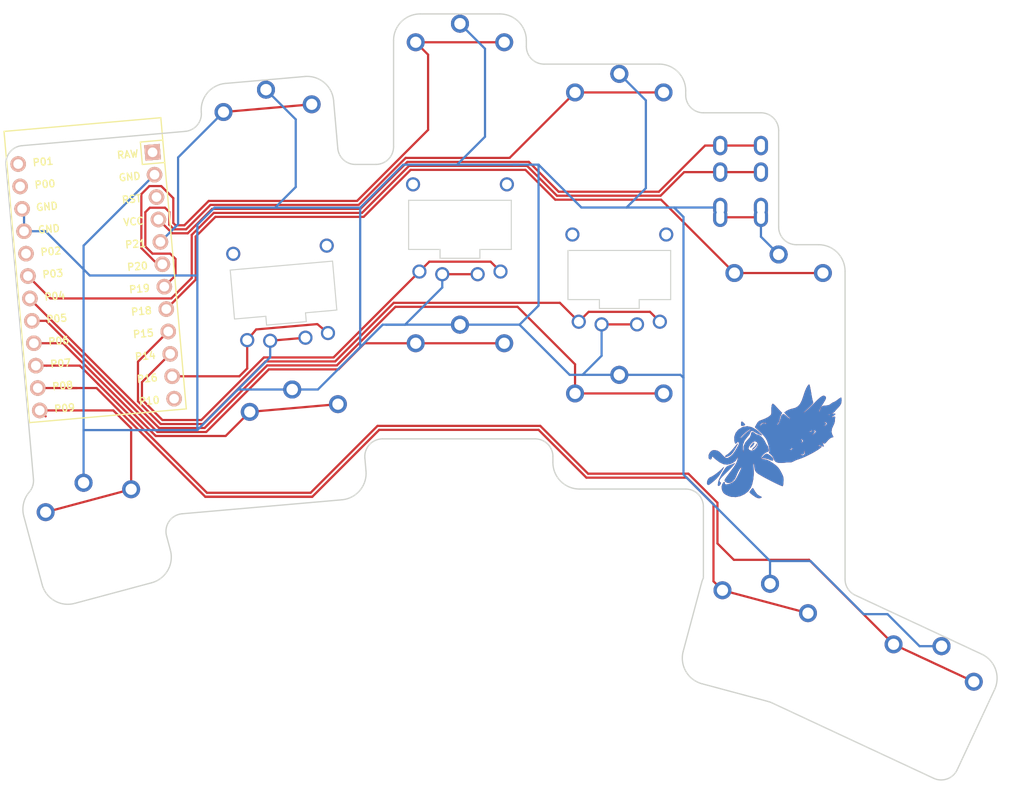
<source format=kicad_pcb>
(kicad_pcb (version 20171130) (host pcbnew "(5.1.10)-1")

  (general
    (thickness 1.6)
    (drawings 61)
    (tracks 234)
    (zones 0)
    (modules 16)
    (nets 23)
  )

  (page A3)
  (title_block
    (title KEYBOARD_NAME_HERE)
    (rev VERSION_HERE)
    (company YOUR_NAME_HERE)
  )

  (layers
    (0 F.Cu signal)
    (31 B.Cu signal)
    (32 B.Adhes user)
    (33 F.Adhes user)
    (34 B.Paste user)
    (35 F.Paste user)
    (36 B.SilkS user)
    (37 F.SilkS user)
    (38 B.Mask user)
    (39 F.Mask user)
    (40 Dwgs.User user)
    (41 Cmts.User user)
    (42 Eco1.User user)
    (43 Eco2.User user)
    (44 Edge.Cuts user)
    (45 Margin user)
    (46 B.CrtYd user)
    (47 F.CrtYd user)
    (48 B.Fab user)
    (49 F.Fab user)
  )

  (setup
    (last_trace_width 0.25)
    (trace_clearance 0.2)
    (zone_clearance 0.508)
    (zone_45_only no)
    (trace_min 0.2)
    (via_size 0.8)
    (via_drill 0.4)
    (via_min_size 0.4)
    (via_min_drill 0.3)
    (uvia_size 0.3)
    (uvia_drill 0.1)
    (uvias_allowed no)
    (uvia_min_size 0.2)
    (uvia_min_drill 0.1)
    (edge_width 0.05)
    (segment_width 0.2)
    (pcb_text_width 0.3)
    (pcb_text_size 1.5 1.5)
    (mod_edge_width 0.12)
    (mod_text_size 1 1)
    (mod_text_width 0.15)
    (pad_size 1.524 1.524)
    (pad_drill 0.762)
    (pad_to_mask_clearance 0.05)
    (aux_axis_origin 0 0)
    (visible_elements 7FFFF7FF)
    (pcbplotparams
      (layerselection 0x010fc_ffffffff)
      (usegerberextensions false)
      (usegerberattributes true)
      (usegerberadvancedattributes true)
      (creategerberjobfile true)
      (excludeedgelayer true)
      (linewidth 0.100000)
      (plotframeref false)
      (viasonmask false)
      (mode 1)
      (useauxorigin false)
      (hpglpennumber 1)
      (hpglpenspeed 20)
      (hpglpendiameter 15.000000)
      (psnegative false)
      (psa4output false)
      (plotreference true)
      (plotvalue true)
      (plotinvisibletext false)
      (padsonsilk false)
      (subtractmaskfromsilk false)
      (outputformat 1)
      (mirror false)
      (drillshape 1)
      (scaleselection 1)
      (outputdirectory ""))
  )

  (net 0 "")
  (net 1 P9)
  (net 2 GND)
  (net 3 P6)
  (net 4 P16)
  (net 5 P21)
  (net 6 P5)
  (net 7 P14)
  (net 8 P20)
  (net 9 P4)
  (net 10 P15)
  (net 11 P19)
  (net 12 P18)
  (net 13 P8)
  (net 14 P7)
  (net 15 RAW)
  (net 16 RST)
  (net 17 VCC)
  (net 18 P10)
  (net 19 P1)
  (net 20 P0)
  (net 21 P2)
  (net 22 P3)

  (net_class Default "This is the default net class."
    (clearance 0.2)
    (trace_width 0.25)
    (via_dia 0.8)
    (via_drill 0.4)
    (uvia_dia 0.3)
    (uvia_drill 0.1)
    (add_net GND)
    (add_net P0)
    (add_net P1)
    (add_net P10)
    (add_net P14)
    (add_net P15)
    (add_net P16)
    (add_net P18)
    (add_net P19)
    (add_net P2)
    (add_net P20)
    (add_net P21)
    (add_net P3)
    (add_net P4)
    (add_net P5)
    (add_net P6)
    (add_net P7)
    (add_net P8)
    (add_net P9)
    (add_net RAW)
    (add_net RST)
    (add_net VCC)
  )

  (module lib:Kailh_PG1232 (layer F.Cu) (tedit 5E1ADAC2) (tstamp 0)
    (at 75.194181 -63.023257)
    (fp_text reference S6 (at 0 0) (layer F.SilkS) hide
      (effects (font (size 1.27 1.27) (thickness 0.15)))
    )
    (fp_text value Kailh_PG1232 (at 0 -7.3) (layer F.Fab)
      (effects (font (size 1 1) (thickness 0.15)))
    )
    (fp_line (start -9 8.5) (end -9 -8.5) (layer Dwgs.User) (width 0.15))
    (fp_line (start 9 8.5) (end -9 8.5) (layer Dwgs.User) (width 0.15))
    (fp_line (start 9 -8.5) (end 9 8.5) (layer Dwgs.User) (width 0.15))
    (fp_line (start -9 -8.5) (end 9 -8.5) (layer Dwgs.User) (width 0.15))
    (fp_line (start -5.8 -2.95) (end 5.8 -2.95) (layer Edge.Cuts) (width 0.12))
    (fp_line (start 5.8 -2.95) (end 5.8 2.6) (layer Edge.Cuts) (width 0.12))
    (fp_line (start -5.8 2.6) (end -5.8 -2.95) (layer Edge.Cuts) (width 0.12))
    (fp_line (start -2.25 2.6) (end -2.25 3.6) (layer Edge.Cuts) (width 0.12))
    (fp_line (start -2.25 3.6) (end 2.25 3.6) (layer Edge.Cuts) (width 0.12))
    (fp_line (start 2.25 3.6) (end 2.25 2.6) (layer Edge.Cuts) (width 0.12))
    (fp_line (start -2.25 2.6) (end -5.8 2.6) (layer Edge.Cuts) (width 0.12))
    (fp_line (start 2.25 2.6) (end 5.8 2.6) (layer Edge.Cuts) (width 0.12))
    (fp_line (start -2.8 -3.2) (end -2.8 -5.35) (layer Dwgs.User) (width 0.15))
    (fp_line (start 2.8 -3.2) (end 2.8 -5.35) (layer Dwgs.User) (width 0.15))
    (fp_line (start -2.8 -3.2) (end 2.8 -3.2) (layer Dwgs.User) (width 0.15))
    (fp_line (start 2.8 -5.35) (end -2.8 -5.35) (layer Dwgs.User) (width 0.15))
    (fp_line (start 7.25 6.75) (end 7.25 5.75) (layer Dwgs.User) (width 0.15))
    (fp_line (start 7.25 6.75) (end 6.25 6.75) (layer Dwgs.User) (width 0.15))
    (fp_line (start 7.25 -6.75) (end 7.25 -5.75) (layer Dwgs.User) (width 0.15))
    (fp_line (start 7.25 -6.75) (end 6.25 -6.75) (layer Dwgs.User) (width 0.15))
    (fp_line (start -7.25 6.75) (end -7.25 5.75) (layer Dwgs.User) (width 0.15))
    (fp_line (start -7.25 6.75) (end -6.25 6.75) (layer Dwgs.User) (width 0.15))
    (fp_line (start -7.25 -6.75) (end -7.25 -5.75) (layer Dwgs.User) (width 0.15))
    (fp_line (start -7.25 -6.75) (end -6.25 -6.75) (layer Dwgs.User) (width 0.15))
    (pad 3 thru_hole circle (at 5.3 -4.75) (size 1.6 1.6) (drill 1.1) (layers *.Cu *.Mask)
      (clearance 0.2))
    (pad 4 thru_hole circle (at -5.3 -4.75) (size 1.6 1.6) (drill 1.1) (layers *.Cu *.Mask)
      (clearance 0.2))
    (pad 1 thru_hole circle (at -4.58 5.1) (size 1.6 1.6) (drill 1.1) (layers *.Cu *.Mask)
      (net 7 P14) (clearance 0.2))
    (pad 2 thru_hole circle (at 2 5.4) (size 1.6 1.6) (drill 1.1) (layers *.Cu *.Mask)
      (net 2 GND) (clearance 0.2))
    (pad 1 thru_hole circle (at 4.58 5.1) (size 1.6 1.6) (drill 1.1) (layers *.Cu *.Mask)
      (net 7 P14) (clearance 0.2))
    (pad 2 thru_hole circle (at -2 5.4) (size 1.6 1.6) (drill 1.1) (layers *.Cu *.Mask)
      (net 2 GND) (clearance 0.2))
  )

  (module "Kicad:flam test filled" (layer F.Cu) (tedit 0) (tstamp 60F33FDA)
    (at 110.711523 -38.550113 10)
    (fp_text reference G*** (at 0 0 10) (layer F.SilkS) hide
      (effects (font (size 1.524 1.524) (thickness 0.3)))
    )
    (fp_text value LOGO (at 0.75 0 10) (layer F.SilkS) hide
      (effects (font (size 1.524 1.524) (thickness 0.3)))
    )
    (fp_poly (pts (xy -2.249867 -0.443565) (xy -2.261054 -0.34025) (xy -2.335574 -0.226561) (xy -2.474941 -0.104056)
      (xy -2.630232 -0.004728) (xy -2.752523 0.039428) (xy -2.794 0.008269) (xy -2.735161 -0.08783)
      (xy -2.594275 -0.234004) (xy -2.424783 -0.378761) (xy -2.315062 -0.453188) (xy -2.249867 -0.443565)) (layer B.Mask) (width 0.01))
    (fp_poly (pts (xy -1.953541 -0.254917) (xy -1.953063 -0.245956) (xy -2.025859 -0.06289) (xy -2.246196 0.133409)
      (xy -2.455333 0.256982) (xy -2.596321 0.324051) (xy -2.610403 0.302657) (xy -2.553521 0.228807)
      (xy -2.387301 0.090085) (xy -2.290461 0.043749) (xy -2.137807 -0.066097) (xy -2.049837 -0.192363)
      (xy -1.980673 -0.303028) (xy -1.953541 -0.254917)) (layer B.Mask) (width 0.01))
    (fp_poly (pts (xy -3.100732 -2.948718) (xy -3.044092 -2.877402) (xy -2.912214 -2.682259) (xy -2.906797 -2.579915)
      (xy -3.035214 -2.542785) (xy -3.13428 -2.54) (xy -3.309664 -2.555009) (xy -3.358256 -2.632661)
      (xy -3.334036 -2.772833) (xy -3.271741 -2.983703) (xy -3.204403 -3.038569) (xy -3.100732 -2.948718)) (layer B.Mask) (width 0.01))
    (fp_poly (pts (xy -4.074709 -0.648417) (xy -4.113311 -0.592667) (xy -4.485154 -0.110788) (xy -4.808003 0.238418)
      (xy -5.043621 0.427013) (xy -5.259478 0.527182) (xy -5.485229 0.583872) (xy -5.668196 0.589852)
      (xy -5.755697 0.537887) (xy -5.757333 0.525008) (xy -5.685972 0.454956) (xy -5.509925 0.368656)
      (xy -5.466121 0.352047) (xy -5.243159 0.237715) (xy -4.96857 0.051265) (xy -4.767621 -0.110783)
      (xy -4.524097 -0.32099) (xy -4.308188 -0.501277) (xy -4.191 -0.593988) (xy -4.075947 -0.673826)
      (xy -4.074709 -0.648417)) (layer B.Mask) (width 0.01))
    (fp_poly (pts (xy -0.906923 1.125651) (xy -0.704627 1.310439) (xy -0.526108 1.535812) (xy -0.447672 1.730701)
      (xy -0.461478 1.866778) (xy -0.559686 1.915717) (xy -0.734455 1.84919) (xy -0.833515 1.776101)
      (xy -1.046209 1.646431) (xy -1.321432 1.534526) (xy -1.382969 1.516379) (xy -1.733909 1.42188)
      (xy -1.480788 1.219361) (xy -1.261114 1.068476) (xy -1.086972 1.035228) (xy -0.906923 1.125651)) (layer B.Mask) (width 0.01))
    (fp_poly (pts (xy 5.047361 -5.762985) (xy 5.067157 -5.548264) (xy 5.076158 -5.231321) (xy 5.073508 -4.8895)
      (xy 5.069795 -4.494355) (xy 5.076264 -4.154424) (xy 5.091552 -3.909861) (xy 5.110193 -3.807551)
      (xy 5.097826 -3.710206) (xy 4.973684 -3.57611) (xy 4.721056 -3.389067) (xy 4.586066 -3.299551)
      (xy 4.211217 -3.055509) (xy 3.964967 -2.8933) (xy 3.83383 -2.802644) (xy 3.804317 -2.77326)
      (xy 3.862941 -2.794867) (xy 3.996215 -2.857184) (xy 4.021667 -2.869339) (xy 4.222024 -2.982664)
      (xy 4.517728 -3.17184) (xy 4.869057 -3.41059) (xy 5.236289 -3.672639) (xy 5.238961 -3.674595)
      (xy 5.682386 -3.986553) (xy 6.018814 -4.190131) (xy 6.265948 -4.291512) (xy 6.441488 -4.296877)
      (xy 6.563134 -4.212409) (xy 6.602784 -4.150939) (xy 6.629848 -4.055926) (xy 6.597659 -3.942127)
      (xy 6.488958 -3.78087) (xy 6.286485 -3.543481) (xy 6.140096 -3.382269) (xy 5.902202 -3.108343)
      (xy 5.717266 -2.86735) (xy 5.610683 -2.693888) (xy 5.594684 -2.639163) (xy 5.60915 -2.549208)
      (xy 5.64864 -2.623471) (xy 5.64909 -2.624667) (xy 5.730009 -2.78188) (xy 5.85677 -2.980192)
      (xy 5.969765 -3.11666) (xy 6.095488 -3.174715) (xy 6.296753 -3.174091) (xy 6.428825 -3.15991)
      (xy 6.746854 -3.147333) (xy 6.968442 -3.207038) (xy 7.037633 -3.248885) (xy 7.242315 -3.352672)
      (xy 7.398567 -3.386667) (xy 7.566422 -3.428081) (xy 7.804472 -3.533061) (xy 7.924774 -3.598804)
      (xy 8.139901 -3.707789) (xy 8.290672 -3.7525) (xy 8.329452 -3.741861) (xy 8.336816 -3.623304)
      (xy 8.303734 -3.409928) (xy 8.284267 -3.326565) (xy 8.185198 -3.072709) (xy 8.007103 -2.861061)
      (xy 7.802361 -2.700039) (xy 7.570098 -2.527581) (xy 7.390355 -2.381109) (xy 7.323667 -2.316521)
      (xy 7.178815 -2.222517) (xy 7.027334 -2.17652) (xy 6.911405 -2.151107) (xy 6.949237 -2.136444)
      (xy 7.090834 -2.128197) (xy 7.303055 -2.092557) (xy 7.352793 -2.020523) (xy 7.238748 -1.927592)
      (xy 7.112 -1.875354) (xy 6.915295 -1.793967) (xy 6.869016 -1.746015) (xy 6.976287 -1.742523)
      (xy 7.079076 -1.759077) (xy 7.234271 -1.771121) (xy 7.266911 -1.702695) (xy 7.25243 -1.641502)
      (xy 7.196553 -1.43774) (xy 7.147268 -1.241234) (xy 7.0467 -1.005146) (xy 6.893108 -0.788536)
      (xy 6.670778 -0.463257) (xy 6.567666 -0.118411) (xy 6.59831 0.196486) (xy 6.601459 0.204983)
      (xy 6.670853 0.402039) (xy 6.661984 0.487273) (xy 6.555632 0.507565) (xy 6.477244 0.508)
      (xy 6.278326 0.568519) (xy 6.028143 0.72938) (xy 5.92319 0.817546) (xy 5.692472 1.000771)
      (xy 5.540467 1.048134) (xy 5.444044 0.959057) (xy 5.394732 0.804333) (xy 5.379439 0.774384)
      (xy 5.383344 0.88767) (xy 5.39354 1.000098) (xy 5.430622 1.365197) (xy 5.174849 1.232932)
      (xy 4.967976 1.142796) (xy 4.814859 1.104459) (xy 4.809038 1.104485) (xy 4.799825 1.134064)
      (xy 4.919516 1.201874) (xy 4.952137 1.21623) (xy 5.205273 1.324157) (xy 4.99447 1.45978)
      (xy 4.750706 1.583827) (xy 4.387967 1.728909) (xy 3.952766 1.880182) (xy 3.491616 2.022803)
      (xy 3.051031 2.14193) (xy 2.677523 2.222719) (xy 2.54 2.24304) (xy 2.216642 2.292015)
      (xy 1.933372 2.355786) (xy 1.778 2.40943) (xy 1.511474 2.46975) (xy 1.354667 2.450321)
      (xy 1.145265 2.41179) (xy 0.853466 2.385099) (xy 0.701373 2.379106) (xy 0.378956 2.346389)
      (xy 0.074576 2.273447) (xy -0.029798 2.232593) (xy -0.231251 2.106242) (xy -0.329802 1.935565)
      (xy -0.364548 1.757479) (xy -0.386035 1.693883) (xy 2.630053 1.693883) (xy 2.651514 1.738184)
      (xy 2.698534 1.799167) (xy 2.874504 1.93143) (xy 3.048009 1.923001) (xy 3.168999 1.78008)
      (xy 3.181654 1.7393) (xy 3.205874 1.536902) (xy 3.189951 1.4218) (xy 3.157453 1.412493)
      (xy 3.13956 1.541124) (xy 3.139351 1.547824) (xy 3.078366 1.760221) (xy 2.934725 1.843183)
      (xy 2.744347 1.777565) (xy 2.729422 1.766305) (xy 2.630053 1.693883) (xy -0.386035 1.693883)
      (xy -0.488356 1.391049) (xy -0.644051 1.175886) (xy -0.735465 1.063836) (xy 1.582253 1.063836)
      (xy 1.603389 1.098022) (xy 1.608667 1.098122) (xy 1.791481 1.054346) (xy 1.860215 1.019307)
      (xy 1.955398 0.936433) (xy 1.921455 0.908208) (xy 1.791605 0.941138) (xy 1.693334 0.986622)
      (xy 1.582253 1.063836) (xy -0.735465 1.063836) (xy -0.766731 1.025512) (xy -0.795624 0.939313)
      (xy -0.77784 0.931333) (xy -0.717874 0.854338) (xy -0.685013 0.64976) (xy -0.682059 0.492225)
      (xy 2.977224 0.492225) (xy 3.016467 0.501316) (xy 3.1475 0.448916) (xy 3.208011 0.392233)
      (xy 3.253683 0.26901) (xy 3.173998 0.168502) (xy 3.044845 0.103458) (xy 2.98951 0.114935)
      (xy 2.999818 0.165038) (xy 3.033889 0.169333) (xy 3.119518 0.227962) (xy 3.119712 0.348426)
      (xy 3.036546 0.447596) (xy 3.026834 0.451927) (xy 2.977224 0.492225) (xy -0.682059 0.492225)
      (xy -0.679526 0.357209) (xy -0.701682 0.016296) (xy -0.715665 -0.081357) (xy 4.275667 -0.081357)
      (xy 4.595467 -0.262065) (xy 4.790949 -0.388325) (xy 4.852622 -0.4826) (xy 4.817933 -0.560054)
      (xy 4.686049 -0.660843) (xy 4.625133 -0.676037) (xy 4.600888 -0.640367) (xy 4.656667 -0.592537)
      (xy 4.718713 -0.52157) (xy 4.671629 -0.426905) (xy 4.529667 -0.295845) (xy 4.275667 -0.081357)
      (xy -0.715665 -0.081357) (xy -0.751751 -0.333369) (xy -0.768677 -0.417588) (xy -0.807371 -0.534922)
      (xy 4.095576 -0.534922) (xy 4.148667 -0.515247) (xy 4.329409 -0.555227) (xy 4.402667 -0.592667)
      (xy 4.469164 -0.656159) (xy 4.407607 -0.664175) (xy 4.249933 -0.616716) (xy 4.191 -0.592667)
      (xy 4.095576 -0.534922) (xy -0.807371 -0.534922) (xy -0.871673 -0.729901) (xy -0.949268 -0.871209)
      (xy 5.864067 -0.871209) (xy 5.985451 -0.927008) (xy 6.154236 -1.034048) (xy 6.229132 -1.110588)
      (xy 6.218563 -1.221837) (xy 6.102567 -1.319323) (xy 5.969 -1.350796) (xy 5.95977 -1.31665)
      (xy 6.034974 -1.261834) (xy 6.128932 -1.190406) (xy 6.106689 -1.113437) (xy 5.992641 -1.005628)
      (xy 5.865194 -0.891397) (xy 5.864067 -0.871209) (xy -0.949268 -0.871209) (xy -1.062632 -1.077654)
      (xy -1.358121 -1.49314) (xy -1.856221 -2.14277) (xy -1.834757 -2.169871) (xy -1.309381 -2.169871)
      (xy -1.216533 -2.218533) (xy -1.131989 -2.27823) (xy -0.932022 -2.400789) (xy -0.784331 -2.415866)
      (xy -0.693055 -2.379081) (xy -0.528543 -2.306774) (xy -0.450066 -2.28939) (xy -0.465391 -2.325409)
      (xy -0.594987 -2.408725) (xy -0.614093 -2.41923) (xy -0.867129 -2.491584) (xy -1.097727 -2.408353)
      (xy -1.276963 -2.232106) (xy -1.309381 -2.169871) (xy -1.834757 -2.169871) (xy -1.6079 -2.456301)
      (xy -1.421804 -2.657763) (xy -1.227581 -2.764346) (xy -0.946086 -2.818787) (xy -0.933873 -2.82025)
      (xy -0.586101 -2.888103) (xy -0.231498 -2.996789) (xy -0.133405 -3.036444) (xy 0.095263 -3.150202)
      (xy 0.214628 -3.269596) (xy 0.27261 -3.45898) (xy 0.295128 -3.611943) (xy 0.365822 -4.00197)
      (xy 0.456222 -4.270212) (xy 0.558598 -4.395866) (xy 0.5889 -4.402667) (xy 0.687057 -4.337123)
      (xy 0.808488 -4.178522) (xy 0.813784 -4.169834) (xy 0.946562 -3.957681) (xy 1.120262 -3.690044)
      (xy 1.19872 -3.571877) (xy 1.443301 -3.206753) (xy 1.277838 -2.996401) (xy 1.136341 -2.756514)
      (xy 1.057687 -2.537056) (xy 0.950368 -2.303395) (xy 0.786415 -2.117699) (xy 0.663238 -2.004067)
      (xy 0.644716 -1.948451) (xy 0.652793 -1.947334) (xy 0.794202 -2.020642) (xy 0.821198 -2.052242)
      (xy 6.556055 -2.052242) (xy 6.639278 -2.038684) (xy 6.749092 -2.054251) (xy 6.750403 -2.083153)
      (xy 6.637086 -2.103364) (xy 6.588125 -2.089837) (xy 6.556055 -2.052242) (xy 0.821198 -2.052242)
      (xy 0.958496 -2.212949) (xy 1.11437 -2.482824) (xy 1.187015 -2.654299) (xy 1.33322 -2.929948)
      (xy 1.501876 -3.041437) (xy 1.682809 -2.987106) (xy 1.865845 -2.765295) (xy 1.865994 -2.765041)
      (xy 2.011993 -2.563538) (xy 2.155635 -2.433965) (xy 2.184069 -2.420354) (xy 2.27994 -2.394629)
      (xy 2.234138 -2.44674) (xy 2.198434 -2.476292) (xy 2.073933 -2.615608) (xy 1.925537 -2.830429)
      (xy 1.887612 -2.893355) (xy 1.706689 -3.204377) (xy 1.987973 -3.337855) (xy 2.254545 -3.422137)
      (xy 2.573623 -3.468335) (xy 2.662834 -3.471333) (xy 3.037565 -3.506349) (xy 3.350622 -3.624691)
      (xy 3.626002 -3.846305) (xy 3.887698 -4.191136) (xy 4.159706 -4.679127) (xy 4.190758 -4.741333)
      (xy 4.407658 -5.14144) (xy 4.624623 -5.474578) (xy 4.821637 -5.714139) (xy 4.978685 -5.833515)
      (xy 5.018698 -5.842) (xy 5.047361 -5.762985)) (layer B.Mask) (width 0.01))
    (fp_poly (pts (xy -6.136713 1.764455) (xy -6.280411 1.950325) (xy -6.434666 2.141325) (xy -6.804196 2.547636)
      (xy -7.190436 2.858968) (xy -7.503423 3.050411) (xy -7.815587 3.223442) (xy -8.012348 3.326242)
      (xy -8.126157 3.371122) (xy -8.189462 3.370396) (xy -8.234714 3.336374) (xy -8.240889 3.330222)
      (xy -8.292681 3.173261) (xy -8.240893 2.964097) (xy -8.115641 2.754448) (xy -7.947037 2.596034)
      (xy -7.780774 2.54) (xy -7.60362 2.498175) (xy -7.329025 2.387626) (xy -7.002282 2.230739)
      (xy -6.66868 2.049903) (xy -6.373511 1.867506) (xy -6.265333 1.790913) (xy -6.135859 1.698582)
      (xy -6.090757 1.685152) (xy -6.136713 1.764455)) (layer B.Mask) (width 0.01))
    (fp_poly (pts (xy -4.849244 1.548949) (xy -5.020451 1.695542) (xy -5.294972 1.903378) (xy -5.659916 2.162115)
      (xy -6.0325 2.414946) (xy -6.433638 2.693733) (xy -6.696288 2.904404) (xy -6.832118 3.05712)
      (xy -6.858 3.133683) (xy -6.821112 3.27069) (xy -6.770354 3.302) (xy -6.727543 3.35297)
      (xy -6.771882 3.468958) (xy -6.871454 3.594579) (xy -6.982648 3.670382) (xy -7.093412 3.659097)
      (xy -7.112 3.592957) (xy -7.044565 3.304437) (xy -6.847855 2.931799) (xy -6.530263 2.489523)
      (xy -6.338113 2.257639) (xy -6.082081 1.968257) (xy -5.893526 1.783953) (xy -5.734563 1.677242)
      (xy -5.567311 1.620639) (xy -5.426632 1.59634) (xy -5.151142 1.549733) (xy -4.923494 1.497932)
      (xy -4.868333 1.480865) (xy -4.794241 1.473943) (xy -4.849244 1.548949)) (layer B.Mask) (width 0.01))
    (fp_poly (pts (xy -2.674926 -2.395941) (xy -2.229454 -2.217519) (xy -1.802776 -1.885928) (xy -1.546298 -1.596583)
      (xy -1.374347 -1.366867) (xy -1.258913 -1.195006) (xy -1.224678 -1.117786) (xy -1.224874 -1.11757)
      (xy -1.310814 -1.137898) (xy -1.481158 -1.234613) (xy -1.689824 -1.376178) (xy -1.890731 -1.531058)
      (xy -2.037798 -1.667715) (xy -2.05083 -1.682824) (xy -2.226395 -1.804467) (xy -2.39146 -1.772065)
      (xy -2.497073 -1.610538) (xy -2.592347 -1.474384) (xy -2.778785 -1.302706) (xy -2.886649 -1.222135)
      (xy -3.275597 -0.864852) (xy -3.52681 -0.43825) (xy -3.626197 0.031834) (xy -3.626434 0.134438)
      (xy -3.617205 0.368286) (xy -3.608304 0.440393) (xy -3.595338 0.358285) (xy -3.581362 0.211667)
      (xy -3.549472 0.072819) (xy -2.988482 0.072819) (xy -2.96065 0.234142) (xy -2.914784 0.290453)
      (xy -2.690793 0.410961) (xy -2.419075 0.370651) (xy -2.145825 0.207358) (xy -1.933469 -0.019985)
      (xy -1.861904 -0.254021) (xy -1.939232 -0.463579) (xy -1.964266 -0.491067) (xy -2.159278 -0.586033)
      (xy -2.40181 -0.523765) (xy -2.620079 -0.371868) (xy -2.877547 -0.123369) (xy -2.988482 0.072819)
      (xy -3.549472 0.072819) (xy -3.477944 -0.238605) (xy -3.246154 -0.601295) (xy -2.895413 -0.889929)
      (xy -2.608929 -1.116754) (xy -2.457955 -1.347646) (xy -2.43568 -1.418167) (xy -2.340434 -1.631218)
      (xy -2.210598 -1.679354) (xy -2.055302 -1.561252) (xy -1.997452 -1.481667) (xy -1.861446 -1.329535)
      (xy -1.740228 -1.27) (xy -1.557573 -1.196187) (xy -1.358112 -1.003103) (xy -1.174974 -0.73328)
      (xy -1.041289 -0.429248) (xy -1.016547 -0.340947) (xy -0.944585 -0.089549) (xy -0.872582 0.08638)
      (xy -0.838159 0.132258) (xy -0.789543 0.239629) (xy -0.763425 0.447901) (xy -0.762 0.512997)
      (xy -0.774941 0.730177) (xy -0.831834 0.825764) (xy -0.954828 0.846667) (xy -1.173167 0.899056)
      (xy -1.414923 1.030535) (xy -1.627714 1.202565) (xy -1.759155 1.37661) (xy -1.778 1.452252)
      (xy -1.704261 1.511412) (xy -1.518343 1.584323) (xy -1.418166 1.6137) (xy -1.149186 1.726338)
      (xy -0.854688 1.93705) (xy -0.539215 2.230797) (xy -0.259299 2.527814) (xy -0.071223 2.780213)
      (xy 0.064425 3.05037) (xy 0.174067 3.359652) (xy 0.273322 3.691326) (xy 0.319201 3.930277)
      (xy 0.317156 4.142565) (xy 0.272639 4.394252) (xy 0.263033 4.437708) (xy 0.193353 4.702133)
      (xy 0.123682 4.892316) (xy 0.083338 4.953821) (xy -0.008329 4.922044) (xy -0.205369 4.801754)
      (xy -0.482513 4.612172) (xy -0.814491 4.372516) (xy -1.176032 4.102006) (xy -1.541866 3.81986)
      (xy -1.886723 3.545298) (xy -2.185334 3.297538) (xy -2.412427 3.095801) (xy -2.542734 2.959305)
      (xy -2.54729 2.953095) (xy -2.659168 2.74547) (xy -2.701134 2.501039) (xy -2.695846 2.248866)
      (xy -2.688451 2.00439) (xy -2.699719 1.852614) (xy -2.718076 1.82554) (xy -2.748964 1.919386)
      (xy -2.783061 2.137446) (xy -2.813553 2.434898) (xy -2.816648 2.473818) (xy -2.901553 3.038488)
      (xy -3.059428 3.607356) (xy -3.27053 4.121969) (xy -3.504421 4.510019) (xy -3.86463 4.854771)
      (xy -4.318737 5.098574) (xy -4.825225 5.233435) (xy -5.342581 5.251364) (xy -5.829289 5.144367)
      (xy -6.10059 5.009794) (xy -6.408934 4.795808) (xy -6.596984 4.607823) (xy -6.698592 4.401755)
      (xy -6.743058 4.173154) (xy -6.724118 3.828555) (xy -6.607143 3.572976) (xy -6.476315 3.414586)
      (xy -6.360586 3.347373) (xy -6.296944 3.379922) (xy -6.31623 3.505452) (xy -6.297251 3.616189)
      (xy -6.158512 3.671334) (xy -5.938541 3.675454) (xy -5.675866 3.633112) (xy -5.409015 3.548874)
      (xy -5.176515 3.427305) (xy -5.092034 3.360405) (xy -4.95102 3.207993) (xy -4.76604 2.980113)
      (xy -4.565471 2.715615) (xy -4.377691 2.453348) (xy -4.231077 2.232162) (xy -4.154007 2.090906)
      (xy -4.148666 2.068908) (xy -4.192619 2.05211) (xy -4.305963 2.142371) (xy -4.460927 2.308068)
      (xy -4.629736 2.517574) (xy -4.784621 2.739268) (xy -4.876668 2.897886) (xy -5.098707 3.217508)
      (xy -5.370525 3.438554) (xy -5.659678 3.549857) (xy -5.933723 3.540252) (xy -6.16022 3.398573)
      (xy -6.197603 3.352521) (xy -6.251602 3.269904) (xy -6.267559 3.193228) (xy -6.229322 3.099911)
      (xy -6.120736 2.967374) (xy -5.925647 2.773038) (xy -5.627902 2.494321) (xy -5.496923 2.373095)
      (xy -5.10011 1.9978) (xy -4.812851 1.702311) (xy -4.613659 1.459186) (xy -4.481046 1.240985)
      (xy -4.393524 1.020267) (xy -4.367966 0.931333) (xy -4.334726 0.794984) (xy -4.353885 0.79839)
      (xy -4.44065 0.945387) (xy -4.443495 0.950371) (xy -4.643128 1.191883) (xy -4.940787 1.359069)
      (xy -5.247341 1.449276) (xy -5.665363 1.472769) (xy -6.072131 1.344902) (xy -6.476867 1.060503)
      (xy -6.888798 0.6144) (xy -7.00269 0.465231) (xy -7.126885 0.304345) (xy -7.189926 0.27043)
      (xy -7.23095 0.354018) (xy -7.246471 0.406266) (xy -7.345487 0.551357) (xy -7.477476 0.56187)
      (xy -7.582763 0.444968) (xy -7.604149 0.363336) (xy -7.564626 0.072848) (xy -7.376969 -0.194242)
      (xy -7.232183 -0.308585) (xy -7.060163 -0.39358) (xy -6.879632 -0.396584) (xy -6.68862 -0.348656)
      (xy -6.483895 -0.263501) (xy -6.313945 -0.122716) (xy -6.135671 0.114233) (xy -6.045424 0.256263)
      (xy -5.839453 0.558817) (xy -5.661232 0.718556) (xy -5.470311 0.747656) (xy -5.226243 0.658293)
      (xy -5.045105 0.557402) (xy -4.846187 0.422246) (xy -4.643273 0.241651) (xy -4.409227 -0.012333)
      (xy -4.116911 -0.367658) (xy -3.986716 -0.532755) (xy -3.926616 -0.686574) (xy -3.966386 -0.803976)
      (xy -4.070539 -0.836123) (xy -4.1656 -0.778933) (xy -4.296872 -0.686132) (xy -4.372492 -0.738186)
      (xy -4.401591 -0.944356) (xy -4.402666 -1.019373) (xy -4.373981 -1.194981) (xy -3.705096 -1.194981)
      (xy -3.695222 -1.188378) (xy -3.590316 -1.236697) (xy -3.416819 -1.361024) (xy -3.356555 -1.410397)
      (xy -3.117416 -1.580674) (xy -2.813602 -1.756615) (xy -2.667 -1.828853) (xy -2.456679 -1.933529)
      (xy -2.347374 -2.00572) (xy -2.352314 -2.027123) (xy -2.509362 -1.987279) (xy -2.755603 -1.876816)
      (xy -3.041536 -1.722259) (xy -3.317659 -1.550135) (xy -3.513666 -1.404823) (xy -3.655974 -1.271267)
      (xy -3.705096 -1.194981) (xy -4.373981 -1.194981) (xy -4.325737 -1.490313) (xy -4.106332 -1.885919)
      (xy -3.76153 -2.187574) (xy -3.308408 -2.376662) (xy -3.123967 -2.413311) (xy -2.674926 -2.395941)) (layer B.Mask) (width 0.01))
    (fp_poly (pts (xy -3.232242 4.672018) (xy -3.152798 4.872136) (xy -3.094461 5.02669) (xy -2.907309 5.385122)
      (xy -2.698974 5.577024) (xy -2.505953 5.709901) (xy -2.47575 5.796725) (xy -2.608394 5.838064)
      (xy -2.712492 5.842) (xy -2.906498 5.803824) (xy -3.114326 5.672335) (xy -3.347492 5.453229)
      (xy -3.542781 5.243288) (xy -3.679273 5.079355) (xy -3.725333 5.002321) (xy -3.673146 4.911515)
      (xy -3.550845 4.778442) (xy -3.409818 4.651441) (xy -3.301453 4.578854) (xy -3.275022 4.578722)
      (xy -3.232242 4.672018)) (layer B.Mask) (width 0.01))
    (fp_poly (pts (xy -2.249867 -0.443565) (xy -2.261054 -0.34025) (xy -2.335574 -0.226561) (xy -2.474941 -0.104056)
      (xy -2.630232 -0.004728) (xy -2.752523 0.039428) (xy -2.794 0.008269) (xy -2.735161 -0.08783)
      (xy -2.594275 -0.234004) (xy -2.424783 -0.378761) (xy -2.315062 -0.453188) (xy -2.249867 -0.443565)) (layer B.Cu) (width 0.01))
    (fp_poly (pts (xy -1.953541 -0.254917) (xy -1.953063 -0.245956) (xy -2.025859 -0.06289) (xy -2.246196 0.133409)
      (xy -2.455333 0.256982) (xy -2.596321 0.324051) (xy -2.610403 0.302657) (xy -2.553521 0.228807)
      (xy -2.387301 0.090085) (xy -2.290461 0.043749) (xy -2.137807 -0.066097) (xy -2.049837 -0.192363)
      (xy -1.980673 -0.303028) (xy -1.953541 -0.254917)) (layer B.Cu) (width 0.01))
    (fp_poly (pts (xy -3.100732 -2.948718) (xy -3.044092 -2.877402) (xy -2.912214 -2.682259) (xy -2.906797 -2.579915)
      (xy -3.035214 -2.542785) (xy -3.13428 -2.54) (xy -3.309664 -2.555009) (xy -3.358256 -2.632661)
      (xy -3.334036 -2.772833) (xy -3.271741 -2.983703) (xy -3.204403 -3.038569) (xy -3.100732 -2.948718)) (layer B.Cu) (width 0.01))
    (fp_poly (pts (xy -4.074709 -0.648417) (xy -4.113311 -0.592667) (xy -4.485154 -0.110788) (xy -4.808003 0.238418)
      (xy -5.043621 0.427013) (xy -5.259478 0.527182) (xy -5.485229 0.583872) (xy -5.668196 0.589852)
      (xy -5.755697 0.537887) (xy -5.757333 0.525008) (xy -5.685972 0.454956) (xy -5.509925 0.368656)
      (xy -5.466121 0.352047) (xy -5.243159 0.237715) (xy -4.96857 0.051265) (xy -4.767621 -0.110783)
      (xy -4.524097 -0.32099) (xy -4.308188 -0.501277) (xy -4.191 -0.593988) (xy -4.075947 -0.673826)
      (xy -4.074709 -0.648417)) (layer B.Cu) (width 0.01))
    (fp_poly (pts (xy -0.906923 1.125651) (xy -0.704627 1.310439) (xy -0.526108 1.535812) (xy -0.447672 1.730701)
      (xy -0.461478 1.866778) (xy -0.559686 1.915717) (xy -0.734455 1.84919) (xy -0.833515 1.776101)
      (xy -1.046209 1.646431) (xy -1.321432 1.534526) (xy -1.382969 1.516379) (xy -1.733909 1.42188)
      (xy -1.480788 1.219361) (xy -1.261114 1.068476) (xy -1.086972 1.035228) (xy -0.906923 1.125651)) (layer B.Cu) (width 0.01))
    (fp_poly (pts (xy 5.047361 -5.762985) (xy 5.067157 -5.548264) (xy 5.076158 -5.231321) (xy 5.073508 -4.8895)
      (xy 5.069795 -4.494355) (xy 5.076264 -4.154424) (xy 5.091552 -3.909861) (xy 5.110193 -3.807551)
      (xy 5.097826 -3.710206) (xy 4.973684 -3.57611) (xy 4.721056 -3.389067) (xy 4.586066 -3.299551)
      (xy 4.211217 -3.055509) (xy 3.964967 -2.8933) (xy 3.83383 -2.802644) (xy 3.804317 -2.77326)
      (xy 3.862941 -2.794867) (xy 3.996215 -2.857184) (xy 4.021667 -2.869339) (xy 4.222024 -2.982664)
      (xy 4.517728 -3.17184) (xy 4.869057 -3.41059) (xy 5.236289 -3.672639) (xy 5.238961 -3.674595)
      (xy 5.682386 -3.986553) (xy 6.018814 -4.190131) (xy 6.265948 -4.291512) (xy 6.441488 -4.296877)
      (xy 6.563134 -4.212409) (xy 6.602784 -4.150939) (xy 6.629848 -4.055926) (xy 6.597659 -3.942127)
      (xy 6.488958 -3.78087) (xy 6.286485 -3.543481) (xy 6.140096 -3.382269) (xy 5.902202 -3.108343)
      (xy 5.717266 -2.86735) (xy 5.610683 -2.693888) (xy 5.594684 -2.639163) (xy 5.60915 -2.549208)
      (xy 5.64864 -2.623471) (xy 5.64909 -2.624667) (xy 5.730009 -2.78188) (xy 5.85677 -2.980192)
      (xy 5.969765 -3.11666) (xy 6.095488 -3.174715) (xy 6.296753 -3.174091) (xy 6.428825 -3.15991)
      (xy 6.746854 -3.147333) (xy 6.968442 -3.207038) (xy 7.037633 -3.248885) (xy 7.242315 -3.352672)
      (xy 7.398567 -3.386667) (xy 7.566422 -3.428081) (xy 7.804472 -3.533061) (xy 7.924774 -3.598804)
      (xy 8.139901 -3.707789) (xy 8.290672 -3.7525) (xy 8.329452 -3.741861) (xy 8.336816 -3.623304)
      (xy 8.303734 -3.409928) (xy 8.284267 -3.326565) (xy 8.185198 -3.072709) (xy 8.007103 -2.861061)
      (xy 7.802361 -2.700039) (xy 7.570098 -2.527581) (xy 7.390355 -2.381109) (xy 7.323667 -2.316521)
      (xy 7.178815 -2.222517) (xy 7.027334 -2.17652) (xy 6.911405 -2.151107) (xy 6.949237 -2.136444)
      (xy 7.090834 -2.128197) (xy 7.303055 -2.092557) (xy 7.352793 -2.020523) (xy 7.238748 -1.927592)
      (xy 7.112 -1.875354) (xy 6.915295 -1.793967) (xy 6.869016 -1.746015) (xy 6.976287 -1.742523)
      (xy 7.079076 -1.759077) (xy 7.234271 -1.771121) (xy 7.266911 -1.702695) (xy 7.25243 -1.641502)
      (xy 7.196553 -1.43774) (xy 7.147268 -1.241234) (xy 7.0467 -1.005146) (xy 6.893108 -0.788536)
      (xy 6.670778 -0.463257) (xy 6.567666 -0.118411) (xy 6.59831 0.196486) (xy 6.601459 0.204983)
      (xy 6.670853 0.402039) (xy 6.661984 0.487273) (xy 6.555632 0.507565) (xy 6.477244 0.508)
      (xy 6.278326 0.568519) (xy 6.028143 0.72938) (xy 5.92319 0.817546) (xy 5.692472 1.000771)
      (xy 5.540467 1.048134) (xy 5.444044 0.959057) (xy 5.394732 0.804333) (xy 5.379439 0.774384)
      (xy 5.383344 0.88767) (xy 5.39354 1.000098) (xy 5.430622 1.365197) (xy 5.174849 1.232932)
      (xy 4.967976 1.142796) (xy 4.814859 1.104459) (xy 4.809038 1.104485) (xy 4.799825 1.134064)
      (xy 4.919516 1.201874) (xy 4.952137 1.21623) (xy 5.205273 1.324157) (xy 4.99447 1.45978)
      (xy 4.750706 1.583827) (xy 4.387967 1.728909) (xy 3.952766 1.880182) (xy 3.491616 2.022803)
      (xy 3.051031 2.14193) (xy 2.677523 2.222719) (xy 2.54 2.24304) (xy 2.216642 2.292015)
      (xy 1.933372 2.355786) (xy 1.778 2.40943) (xy 1.511474 2.46975) (xy 1.354667 2.450321)
      (xy 1.145265 2.41179) (xy 0.853466 2.385099) (xy 0.701373 2.379106) (xy 0.378956 2.346389)
      (xy 0.074576 2.273447) (xy -0.029798 2.232593) (xy -0.231251 2.106242) (xy -0.329802 1.935565)
      (xy -0.364548 1.757479) (xy -0.386035 1.693883) (xy 2.630053 1.693883) (xy 2.651514 1.738184)
      (xy 2.698534 1.799167) (xy 2.874504 1.93143) (xy 3.048009 1.923001) (xy 3.168999 1.78008)
      (xy 3.181654 1.7393) (xy 3.205874 1.536902) (xy 3.189951 1.4218) (xy 3.157453 1.412493)
      (xy 3.13956 1.541124) (xy 3.139351 1.547824) (xy 3.078366 1.760221) (xy 2.934725 1.843183)
      (xy 2.744347 1.777565) (xy 2.729422 1.766305) (xy 2.630053 1.693883) (xy -0.386035 1.693883)
      (xy -0.488356 1.391049) (xy -0.644051 1.175886) (xy -0.735465 1.063836) (xy 1.582253 1.063836)
      (xy 1.603389 1.098022) (xy 1.608667 1.098122) (xy 1.791481 1.054346) (xy 1.860215 1.019307)
      (xy 1.955398 0.936433) (xy 1.921455 0.908208) (xy 1.791605 0.941138) (xy 1.693334 0.986622)
      (xy 1.582253 1.063836) (xy -0.735465 1.063836) (xy -0.766731 1.025512) (xy -0.795624 0.939313)
      (xy -0.77784 0.931333) (xy -0.717874 0.854338) (xy -0.685013 0.64976) (xy -0.682059 0.492225)
      (xy 2.977224 0.492225) (xy 3.016467 0.501316) (xy 3.1475 0.448916) (xy 3.208011 0.392233)
      (xy 3.253683 0.26901) (xy 3.173998 0.168502) (xy 3.044845 0.103458) (xy 2.98951 0.114935)
      (xy 2.999818 0.165038) (xy 3.033889 0.169333) (xy 3.119518 0.227962) (xy 3.119712 0.348426)
      (xy 3.036546 0.447596) (xy 3.026834 0.451927) (xy 2.977224 0.492225) (xy -0.682059 0.492225)
      (xy -0.679526 0.357209) (xy -0.701682 0.016296) (xy -0.715665 -0.081357) (xy 4.275667 -0.081357)
      (xy 4.595467 -0.262065) (xy 4.790949 -0.388325) (xy 4.852622 -0.4826) (xy 4.817933 -0.560054)
      (xy 4.686049 -0.660843) (xy 4.625133 -0.676037) (xy 4.600888 -0.640367) (xy 4.656667 -0.592537)
      (xy 4.718713 -0.52157) (xy 4.671629 -0.426905) (xy 4.529667 -0.295845) (xy 4.275667 -0.081357)
      (xy -0.715665 -0.081357) (xy -0.751751 -0.333369) (xy -0.768677 -0.417588) (xy -0.807371 -0.534922)
      (xy 4.095576 -0.534922) (xy 4.148667 -0.515247) (xy 4.329409 -0.555227) (xy 4.402667 -0.592667)
      (xy 4.469164 -0.656159) (xy 4.407607 -0.664175) (xy 4.249933 -0.616716) (xy 4.191 -0.592667)
      (xy 4.095576 -0.534922) (xy -0.807371 -0.534922) (xy -0.871673 -0.729901) (xy -0.949268 -0.871209)
      (xy 5.864067 -0.871209) (xy 5.985451 -0.927008) (xy 6.154236 -1.034048) (xy 6.229132 -1.110588)
      (xy 6.218563 -1.221837) (xy 6.102567 -1.319323) (xy 5.969 -1.350796) (xy 5.95977 -1.31665)
      (xy 6.034974 -1.261834) (xy 6.128932 -1.190406) (xy 6.106689 -1.113437) (xy 5.992641 -1.005628)
      (xy 5.865194 -0.891397) (xy 5.864067 -0.871209) (xy -0.949268 -0.871209) (xy -1.062632 -1.077654)
      (xy -1.358121 -1.49314) (xy -1.856221 -2.14277) (xy -1.834757 -2.169871) (xy -1.309381 -2.169871)
      (xy -1.216533 -2.218533) (xy -1.131989 -2.27823) (xy -0.932022 -2.400789) (xy -0.784331 -2.415866)
      (xy -0.693055 -2.379081) (xy -0.528543 -2.306774) (xy -0.450066 -2.28939) (xy -0.465391 -2.325409)
      (xy -0.594987 -2.408725) (xy -0.614093 -2.41923) (xy -0.867129 -2.491584) (xy -1.097727 -2.408353)
      (xy -1.276963 -2.232106) (xy -1.309381 -2.169871) (xy -1.834757 -2.169871) (xy -1.6079 -2.456301)
      (xy -1.421804 -2.657763) (xy -1.227581 -2.764346) (xy -0.946086 -2.818787) (xy -0.933873 -2.82025)
      (xy -0.586101 -2.888103) (xy -0.231498 -2.996789) (xy -0.133405 -3.036444) (xy 0.095263 -3.150202)
      (xy 0.214628 -3.269596) (xy 0.27261 -3.45898) (xy 0.295128 -3.611943) (xy 0.365822 -4.00197)
      (xy 0.456222 -4.270212) (xy 0.558598 -4.395866) (xy 0.5889 -4.402667) (xy 0.687057 -4.337123)
      (xy 0.808488 -4.178522) (xy 0.813784 -4.169834) (xy 0.946562 -3.957681) (xy 1.120262 -3.690044)
      (xy 1.19872 -3.571877) (xy 1.443301 -3.206753) (xy 1.277838 -2.996401) (xy 1.136341 -2.756514)
      (xy 1.057687 -2.537056) (xy 0.950368 -2.303395) (xy 0.786415 -2.117699) (xy 0.663238 -2.004067)
      (xy 0.644716 -1.948451) (xy 0.652793 -1.947334) (xy 0.794202 -2.020642) (xy 0.821198 -2.052242)
      (xy 6.556055 -2.052242) (xy 6.639278 -2.038684) (xy 6.749092 -2.054251) (xy 6.750403 -2.083153)
      (xy 6.637086 -2.103364) (xy 6.588125 -2.089837) (xy 6.556055 -2.052242) (xy 0.821198 -2.052242)
      (xy 0.958496 -2.212949) (xy 1.11437 -2.482824) (xy 1.187015 -2.654299) (xy 1.33322 -2.929948)
      (xy 1.501876 -3.041437) (xy 1.682809 -2.987106) (xy 1.865845 -2.765295) (xy 1.865994 -2.765041)
      (xy 2.011993 -2.563538) (xy 2.155635 -2.433965) (xy 2.184069 -2.420354) (xy 2.27994 -2.394629)
      (xy 2.234138 -2.44674) (xy 2.198434 -2.476292) (xy 2.073933 -2.615608) (xy 1.925537 -2.830429)
      (xy 1.887612 -2.893355) (xy 1.706689 -3.204377) (xy 1.987973 -3.337855) (xy 2.254545 -3.422137)
      (xy 2.573623 -3.468335) (xy 2.662834 -3.471333) (xy 3.037565 -3.506349) (xy 3.350622 -3.624691)
      (xy 3.626002 -3.846305) (xy 3.887698 -4.191136) (xy 4.159706 -4.679127) (xy 4.190758 -4.741333)
      (xy 4.407658 -5.14144) (xy 4.624623 -5.474578) (xy 4.821637 -5.714139) (xy 4.978685 -5.833515)
      (xy 5.018698 -5.842) (xy 5.047361 -5.762985)) (layer B.Cu) (width 0.01))
    (fp_poly (pts (xy -6.136713 1.764455) (xy -6.280411 1.950325) (xy -6.434666 2.141325) (xy -6.804196 2.547636)
      (xy -7.190436 2.858968) (xy -7.503423 3.050411) (xy -7.815587 3.223442) (xy -8.012348 3.326242)
      (xy -8.126157 3.371122) (xy -8.189462 3.370396) (xy -8.234714 3.336374) (xy -8.240889 3.330222)
      (xy -8.292681 3.173261) (xy -8.240893 2.964097) (xy -8.115641 2.754448) (xy -7.947037 2.596034)
      (xy -7.780774 2.54) (xy -7.60362 2.498175) (xy -7.329025 2.387626) (xy -7.002282 2.230739)
      (xy -6.66868 2.049903) (xy -6.373511 1.867506) (xy -6.265333 1.790913) (xy -6.135859 1.698582)
      (xy -6.090757 1.685152) (xy -6.136713 1.764455)) (layer B.Cu) (width 0.01))
    (fp_poly (pts (xy -4.849244 1.548949) (xy -5.020451 1.695542) (xy -5.294972 1.903378) (xy -5.659916 2.162115)
      (xy -6.0325 2.414946) (xy -6.433638 2.693733) (xy -6.696288 2.904404) (xy -6.832118 3.05712)
      (xy -6.858 3.133683) (xy -6.821112 3.27069) (xy -6.770354 3.302) (xy -6.727543 3.35297)
      (xy -6.771882 3.468958) (xy -6.871454 3.594579) (xy -6.982648 3.670382) (xy -7.093412 3.659097)
      (xy -7.112 3.592957) (xy -7.044565 3.304437) (xy -6.847855 2.931799) (xy -6.530263 2.489523)
      (xy -6.338113 2.257639) (xy -6.082081 1.968257) (xy -5.893526 1.783953) (xy -5.734563 1.677242)
      (xy -5.567311 1.620639) (xy -5.426632 1.59634) (xy -5.151142 1.549733) (xy -4.923494 1.497932)
      (xy -4.868333 1.480865) (xy -4.794241 1.473943) (xy -4.849244 1.548949)) (layer B.Cu) (width 0.01))
    (fp_poly (pts (xy -2.674926 -2.395941) (xy -2.229454 -2.217519) (xy -1.802776 -1.885928) (xy -1.546298 -1.596583)
      (xy -1.374347 -1.366867) (xy -1.258913 -1.195006) (xy -1.224678 -1.117786) (xy -1.224874 -1.11757)
      (xy -1.310814 -1.137898) (xy -1.481158 -1.234613) (xy -1.689824 -1.376178) (xy -1.890731 -1.531058)
      (xy -2.037798 -1.667715) (xy -2.05083 -1.682824) (xy -2.226395 -1.804467) (xy -2.39146 -1.772065)
      (xy -2.497073 -1.610538) (xy -2.592347 -1.474384) (xy -2.778785 -1.302706) (xy -2.886649 -1.222135)
      (xy -3.275597 -0.864852) (xy -3.52681 -0.43825) (xy -3.626197 0.031834) (xy -3.626434 0.134438)
      (xy -3.617205 0.368286) (xy -3.608304 0.440393) (xy -3.595338 0.358285) (xy -3.581362 0.211667)
      (xy -3.549472 0.072819) (xy -2.988482 0.072819) (xy -2.96065 0.234142) (xy -2.914784 0.290453)
      (xy -2.690793 0.410961) (xy -2.419075 0.370651) (xy -2.145825 0.207358) (xy -1.933469 -0.019985)
      (xy -1.861904 -0.254021) (xy -1.939232 -0.463579) (xy -1.964266 -0.491067) (xy -2.159278 -0.586033)
      (xy -2.40181 -0.523765) (xy -2.620079 -0.371868) (xy -2.877547 -0.123369) (xy -2.988482 0.072819)
      (xy -3.549472 0.072819) (xy -3.477944 -0.238605) (xy -3.246154 -0.601295) (xy -2.895413 -0.889929)
      (xy -2.608929 -1.116754) (xy -2.457955 -1.347646) (xy -2.43568 -1.418167) (xy -2.340434 -1.631218)
      (xy -2.210598 -1.679354) (xy -2.055302 -1.561252) (xy -1.997452 -1.481667) (xy -1.861446 -1.329535)
      (xy -1.740228 -1.27) (xy -1.557573 -1.196187) (xy -1.358112 -1.003103) (xy -1.174974 -0.73328)
      (xy -1.041289 -0.429248) (xy -1.016547 -0.340947) (xy -0.944585 -0.089549) (xy -0.872582 0.08638)
      (xy -0.838159 0.132258) (xy -0.789543 0.239629) (xy -0.763425 0.447901) (xy -0.762 0.512997)
      (xy -0.774941 0.730177) (xy -0.831834 0.825764) (xy -0.954828 0.846667) (xy -1.173167 0.899056)
      (xy -1.414923 1.030535) (xy -1.627714 1.202565) (xy -1.759155 1.37661) (xy -1.778 1.452252)
      (xy -1.704261 1.511412) (xy -1.518343 1.584323) (xy -1.418166 1.6137) (xy -1.149186 1.726338)
      (xy -0.854688 1.93705) (xy -0.539215 2.230797) (xy -0.259299 2.527814) (xy -0.071223 2.780213)
      (xy 0.064425 3.05037) (xy 0.174067 3.359652) (xy 0.273322 3.691326) (xy 0.319201 3.930277)
      (xy 0.317156 4.142565) (xy 0.272639 4.394252) (xy 0.263033 4.437708) (xy 0.193353 4.702133)
      (xy 0.123682 4.892316) (xy 0.083338 4.953821) (xy -0.008329 4.922044) (xy -0.205369 4.801754)
      (xy -0.482513 4.612172) (xy -0.814491 4.372516) (xy -1.176032 4.102006) (xy -1.541866 3.81986)
      (xy -1.886723 3.545298) (xy -2.185334 3.297538) (xy -2.412427 3.095801) (xy -2.542734 2.959305)
      (xy -2.54729 2.953095) (xy -2.659168 2.74547) (xy -2.701134 2.501039) (xy -2.695846 2.248866)
      (xy -2.688451 2.00439) (xy -2.699719 1.852614) (xy -2.718076 1.82554) (xy -2.748964 1.919386)
      (xy -2.783061 2.137446) (xy -2.813553 2.434898) (xy -2.816648 2.473818) (xy -2.901553 3.038488)
      (xy -3.059428 3.607356) (xy -3.27053 4.121969) (xy -3.504421 4.510019) (xy -3.86463 4.854771)
      (xy -4.318737 5.098574) (xy -4.825225 5.233435) (xy -5.342581 5.251364) (xy -5.829289 5.144367)
      (xy -6.10059 5.009794) (xy -6.408934 4.795808) (xy -6.596984 4.607823) (xy -6.698592 4.401755)
      (xy -6.743058 4.173154) (xy -6.724118 3.828555) (xy -6.607143 3.572976) (xy -6.476315 3.414586)
      (xy -6.360586 3.347373) (xy -6.296944 3.379922) (xy -6.31623 3.505452) (xy -6.297251 3.616189)
      (xy -6.158512 3.671334) (xy -5.938541 3.675454) (xy -5.675866 3.633112) (xy -5.409015 3.548874)
      (xy -5.176515 3.427305) (xy -5.092034 3.360405) (xy -4.95102 3.207993) (xy -4.76604 2.980113)
      (xy -4.565471 2.715615) (xy -4.377691 2.453348) (xy -4.231077 2.232162) (xy -4.154007 2.090906)
      (xy -4.148666 2.068908) (xy -4.192619 2.05211) (xy -4.305963 2.142371) (xy -4.460927 2.308068)
      (xy -4.629736 2.517574) (xy -4.784621 2.739268) (xy -4.876668 2.897886) (xy -5.098707 3.217508)
      (xy -5.370525 3.438554) (xy -5.659678 3.549857) (xy -5.933723 3.540252) (xy -6.16022 3.398573)
      (xy -6.197603 3.352521) (xy -6.251602 3.269904) (xy -6.267559 3.193228) (xy -6.229322 3.099911)
      (xy -6.120736 2.967374) (xy -5.925647 2.773038) (xy -5.627902 2.494321) (xy -5.496923 2.373095)
      (xy -5.10011 1.9978) (xy -4.812851 1.702311) (xy -4.613659 1.459186) (xy -4.481046 1.240985)
      (xy -4.393524 1.020267) (xy -4.367966 0.931333) (xy -4.334726 0.794984) (xy -4.353885 0.79839)
      (xy -4.44065 0.945387) (xy -4.443495 0.950371) (xy -4.643128 1.191883) (xy -4.940787 1.359069)
      (xy -5.247341 1.449276) (xy -5.665363 1.472769) (xy -6.072131 1.344902) (xy -6.476867 1.060503)
      (xy -6.888798 0.6144) (xy -7.00269 0.465231) (xy -7.126885 0.304345) (xy -7.189926 0.27043)
      (xy -7.23095 0.354018) (xy -7.246471 0.406266) (xy -7.345487 0.551357) (xy -7.477476 0.56187)
      (xy -7.582763 0.444968) (xy -7.604149 0.363336) (xy -7.564626 0.072848) (xy -7.376969 -0.194242)
      (xy -7.232183 -0.308585) (xy -7.060163 -0.39358) (xy -6.879632 -0.396584) (xy -6.68862 -0.348656)
      (xy -6.483895 -0.263501) (xy -6.313945 -0.122716) (xy -6.135671 0.114233) (xy -6.045424 0.256263)
      (xy -5.839453 0.558817) (xy -5.661232 0.718556) (xy -5.470311 0.747656) (xy -5.226243 0.658293)
      (xy -5.045105 0.557402) (xy -4.846187 0.422246) (xy -4.643273 0.241651) (xy -4.409227 -0.012333)
      (xy -4.116911 -0.367658) (xy -3.986716 -0.532755) (xy -3.926616 -0.686574) (xy -3.966386 -0.803976)
      (xy -4.070539 -0.836123) (xy -4.1656 -0.778933) (xy -4.296872 -0.686132) (xy -4.372492 -0.738186)
      (xy -4.401591 -0.944356) (xy -4.402666 -1.019373) (xy -4.373981 -1.194981) (xy -3.705096 -1.194981)
      (xy -3.695222 -1.188378) (xy -3.590316 -1.236697) (xy -3.416819 -1.361024) (xy -3.356555 -1.410397)
      (xy -3.117416 -1.580674) (xy -2.813602 -1.756615) (xy -2.667 -1.828853) (xy -2.456679 -1.933529)
      (xy -2.347374 -2.00572) (xy -2.352314 -2.027123) (xy -2.509362 -1.987279) (xy -2.755603 -1.876816)
      (xy -3.041536 -1.722259) (xy -3.317659 -1.550135) (xy -3.513666 -1.404823) (xy -3.655974 -1.271267)
      (xy -3.705096 -1.194981) (xy -4.373981 -1.194981) (xy -4.325737 -1.490313) (xy -4.106332 -1.885919)
      (xy -3.76153 -2.187574) (xy -3.308408 -2.376662) (xy -3.123967 -2.413311) (xy -2.674926 -2.395941)) (layer B.Cu) (width 0.01))
    (fp_poly (pts (xy -3.232242 4.672018) (xy -3.152798 4.872136) (xy -3.094461 5.02669) (xy -2.907309 5.385122)
      (xy -2.698974 5.577024) (xy -2.505953 5.709901) (xy -2.47575 5.796725) (xy -2.608394 5.838064)
      (xy -2.712492 5.842) (xy -2.906498 5.803824) (xy -3.114326 5.672335) (xy -3.347492 5.453229)
      (xy -3.542781 5.243288) (xy -3.679273 5.079355) (xy -3.725333 5.002321) (xy -3.673146 4.911515)
      (xy -3.550845 4.778442) (xy -3.409818 4.651441) (xy -3.301453 4.578854) (xy -3.275022 4.578722)
      (xy -3.232242 4.672018)) (layer B.Cu) (width 0.01))
    (fp_poly (pts (xy -2.249867 -0.443565) (xy -2.261054 -0.34025) (xy -2.335574 -0.226561) (xy -2.474941 -0.104056)
      (xy -2.630232 -0.004728) (xy -2.752523 0.039428) (xy -2.794 0.008269) (xy -2.735161 -0.08783)
      (xy -2.594275 -0.234004) (xy -2.424783 -0.378761) (xy -2.315062 -0.453188) (xy -2.249867 -0.443565)) (layer F.Mask) (width 0.01))
    (fp_poly (pts (xy -1.953541 -0.254917) (xy -1.953063 -0.245956) (xy -2.025859 -0.06289) (xy -2.246196 0.133409)
      (xy -2.455333 0.256982) (xy -2.596321 0.324051) (xy -2.610403 0.302657) (xy -2.553521 0.228807)
      (xy -2.387301 0.090085) (xy -2.290461 0.043749) (xy -2.137807 -0.066097) (xy -2.049837 -0.192363)
      (xy -1.980673 -0.303028) (xy -1.953541 -0.254917)) (layer F.Mask) (width 0.01))
    (fp_poly (pts (xy -3.100732 -2.948718) (xy -3.044092 -2.877402) (xy -2.912214 -2.682259) (xy -2.906797 -2.579915)
      (xy -3.035214 -2.542785) (xy -3.13428 -2.54) (xy -3.309664 -2.555009) (xy -3.358256 -2.632661)
      (xy -3.334036 -2.772833) (xy -3.271741 -2.983703) (xy -3.204403 -3.038569) (xy -3.100732 -2.948718)) (layer F.Mask) (width 0.01))
    (fp_poly (pts (xy -4.074709 -0.648417) (xy -4.113311 -0.592667) (xy -4.485154 -0.110788) (xy -4.808003 0.238418)
      (xy -5.043621 0.427013) (xy -5.259478 0.527182) (xy -5.485229 0.583872) (xy -5.668196 0.589852)
      (xy -5.755697 0.537887) (xy -5.757333 0.525008) (xy -5.685972 0.454956) (xy -5.509925 0.368656)
      (xy -5.466121 0.352047) (xy -5.243159 0.237715) (xy -4.96857 0.051265) (xy -4.767621 -0.110783)
      (xy -4.524097 -0.32099) (xy -4.308188 -0.501277) (xy -4.191 -0.593988) (xy -4.075947 -0.673826)
      (xy -4.074709 -0.648417)) (layer F.Mask) (width 0.01))
    (fp_poly (pts (xy -0.906923 1.125651) (xy -0.704627 1.310439) (xy -0.526108 1.535812) (xy -0.447672 1.730701)
      (xy -0.461478 1.866778) (xy -0.559686 1.915717) (xy -0.734455 1.84919) (xy -0.833515 1.776101)
      (xy -1.046209 1.646431) (xy -1.321432 1.534526) (xy -1.382969 1.516379) (xy -1.733909 1.42188)
      (xy -1.480788 1.219361) (xy -1.261114 1.068476) (xy -1.086972 1.035228) (xy -0.906923 1.125651)) (layer F.Mask) (width 0.01))
    (fp_poly (pts (xy 5.047361 -5.762985) (xy 5.067157 -5.548264) (xy 5.076158 -5.231321) (xy 5.073508 -4.8895)
      (xy 5.069795 -4.494355) (xy 5.076264 -4.154424) (xy 5.091552 -3.909861) (xy 5.110193 -3.807551)
      (xy 5.097826 -3.710206) (xy 4.973684 -3.57611) (xy 4.721056 -3.389067) (xy 4.586066 -3.299551)
      (xy 4.211217 -3.055509) (xy 3.964967 -2.8933) (xy 3.83383 -2.802644) (xy 3.804317 -2.77326)
      (xy 3.862941 -2.794867) (xy 3.996215 -2.857184) (xy 4.021667 -2.869339) (xy 4.222024 -2.982664)
      (xy 4.517728 -3.17184) (xy 4.869057 -3.41059) (xy 5.236289 -3.672639) (xy 5.238961 -3.674595)
      (xy 5.682386 -3.986553) (xy 6.018814 -4.190131) (xy 6.265948 -4.291512) (xy 6.441488 -4.296877)
      (xy 6.563134 -4.212409) (xy 6.602784 -4.150939) (xy 6.629848 -4.055926) (xy 6.597659 -3.942127)
      (xy 6.488958 -3.78087) (xy 6.286485 -3.543481) (xy 6.140096 -3.382269) (xy 5.902202 -3.108343)
      (xy 5.717266 -2.86735) (xy 5.610683 -2.693888) (xy 5.594684 -2.639163) (xy 5.60915 -2.549208)
      (xy 5.64864 -2.623471) (xy 5.64909 -2.624667) (xy 5.730009 -2.78188) (xy 5.85677 -2.980192)
      (xy 5.969765 -3.11666) (xy 6.095488 -3.174715) (xy 6.296753 -3.174091) (xy 6.428825 -3.15991)
      (xy 6.746854 -3.147333) (xy 6.968442 -3.207038) (xy 7.037633 -3.248885) (xy 7.242315 -3.352672)
      (xy 7.398567 -3.386667) (xy 7.566422 -3.428081) (xy 7.804472 -3.533061) (xy 7.924774 -3.598804)
      (xy 8.139901 -3.707789) (xy 8.290672 -3.7525) (xy 8.329452 -3.741861) (xy 8.336816 -3.623304)
      (xy 8.303734 -3.409928) (xy 8.284267 -3.326565) (xy 8.185198 -3.072709) (xy 8.007103 -2.861061)
      (xy 7.802361 -2.700039) (xy 7.570098 -2.527581) (xy 7.390355 -2.381109) (xy 7.323667 -2.316521)
      (xy 7.178815 -2.222517) (xy 7.027334 -2.17652) (xy 6.911405 -2.151107) (xy 6.949237 -2.136444)
      (xy 7.090834 -2.128197) (xy 7.303055 -2.092557) (xy 7.352793 -2.020523) (xy 7.238748 -1.927592)
      (xy 7.112 -1.875354) (xy 6.915295 -1.793967) (xy 6.869016 -1.746015) (xy 6.976287 -1.742523)
      (xy 7.079076 -1.759077) (xy 7.234271 -1.771121) (xy 7.266911 -1.702695) (xy 7.25243 -1.641502)
      (xy 7.196553 -1.43774) (xy 7.147268 -1.241234) (xy 7.0467 -1.005146) (xy 6.893108 -0.788536)
      (xy 6.670778 -0.463257) (xy 6.567666 -0.118411) (xy 6.59831 0.196486) (xy 6.601459 0.204983)
      (xy 6.670853 0.402039) (xy 6.661984 0.487273) (xy 6.555632 0.507565) (xy 6.477244 0.508)
      (xy 6.278326 0.568519) (xy 6.028143 0.72938) (xy 5.92319 0.817546) (xy 5.692472 1.000771)
      (xy 5.540467 1.048134) (xy 5.444044 0.959057) (xy 5.394732 0.804333) (xy 5.379439 0.774384)
      (xy 5.383344 0.88767) (xy 5.39354 1.000098) (xy 5.430622 1.365197) (xy 5.174849 1.232932)
      (xy 4.967976 1.142796) (xy 4.814859 1.104459) (xy 4.809038 1.104485) (xy 4.799825 1.134064)
      (xy 4.919516 1.201874) (xy 4.952137 1.21623) (xy 5.205273 1.324157) (xy 4.99447 1.45978)
      (xy 4.750706 1.583827) (xy 4.387967 1.728909) (xy 3.952766 1.880182) (xy 3.491616 2.022803)
      (xy 3.051031 2.14193) (xy 2.677523 2.222719) (xy 2.54 2.24304) (xy 2.216642 2.292015)
      (xy 1.933372 2.355786) (xy 1.778 2.40943) (xy 1.511474 2.46975) (xy 1.354667 2.450321)
      (xy 1.145265 2.41179) (xy 0.853466 2.385099) (xy 0.701373 2.379106) (xy 0.378956 2.346389)
      (xy 0.074576 2.273447) (xy -0.029798 2.232593) (xy -0.231251 2.106242) (xy -0.329802 1.935565)
      (xy -0.364548 1.757479) (xy -0.386035 1.693883) (xy 2.630053 1.693883) (xy 2.651514 1.738184)
      (xy 2.698534 1.799167) (xy 2.874504 1.93143) (xy 3.048009 1.923001) (xy 3.168999 1.78008)
      (xy 3.181654 1.7393) (xy 3.205874 1.536902) (xy 3.189951 1.4218) (xy 3.157453 1.412493)
      (xy 3.13956 1.541124) (xy 3.139351 1.547824) (xy 3.078366 1.760221) (xy 2.934725 1.843183)
      (xy 2.744347 1.777565) (xy 2.729422 1.766305) (xy 2.630053 1.693883) (xy -0.386035 1.693883)
      (xy -0.488356 1.391049) (xy -0.644051 1.175886) (xy -0.735465 1.063836) (xy 1.582253 1.063836)
      (xy 1.603389 1.098022) (xy 1.608667 1.098122) (xy 1.791481 1.054346) (xy 1.860215 1.019307)
      (xy 1.955398 0.936433) (xy 1.921455 0.908208) (xy 1.791605 0.941138) (xy 1.693334 0.986622)
      (xy 1.582253 1.063836) (xy -0.735465 1.063836) (xy -0.766731 1.025512) (xy -0.795624 0.939313)
      (xy -0.77784 0.931333) (xy -0.717874 0.854338) (xy -0.685013 0.64976) (xy -0.682059 0.492225)
      (xy 2.977224 0.492225) (xy 3.016467 0.501316) (xy 3.1475 0.448916) (xy 3.208011 0.392233)
      (xy 3.253683 0.26901) (xy 3.173998 0.168502) (xy 3.044845 0.103458) (xy 2.98951 0.114935)
      (xy 2.999818 0.165038) (xy 3.033889 0.169333) (xy 3.119518 0.227962) (xy 3.119712 0.348426)
      (xy 3.036546 0.447596) (xy 3.026834 0.451927) (xy 2.977224 0.492225) (xy -0.682059 0.492225)
      (xy -0.679526 0.357209) (xy -0.701682 0.016296) (xy -0.715665 -0.081357) (xy 4.275667 -0.081357)
      (xy 4.595467 -0.262065) (xy 4.790949 -0.388325) (xy 4.852622 -0.4826) (xy 4.817933 -0.560054)
      (xy 4.686049 -0.660843) (xy 4.625133 -0.676037) (xy 4.600888 -0.640367) (xy 4.656667 -0.592537)
      (xy 4.718713 -0.52157) (xy 4.671629 -0.426905) (xy 4.529667 -0.295845) (xy 4.275667 -0.081357)
      (xy -0.715665 -0.081357) (xy -0.751751 -0.333369) (xy -0.768677 -0.417588) (xy -0.807371 -0.534922)
      (xy 4.095576 -0.534922) (xy 4.148667 -0.515247) (xy 4.329409 -0.555227) (xy 4.402667 -0.592667)
      (xy 4.469164 -0.656159) (xy 4.407607 -0.664175) (xy 4.249933 -0.616716) (xy 4.191 -0.592667)
      (xy 4.095576 -0.534922) (xy -0.807371 -0.534922) (xy -0.871673 -0.729901) (xy -0.949268 -0.871209)
      (xy 5.864067 -0.871209) (xy 5.985451 -0.927008) (xy 6.154236 -1.034048) (xy 6.229132 -1.110588)
      (xy 6.218563 -1.221837) (xy 6.102567 -1.319323) (xy 5.969 -1.350796) (xy 5.95977 -1.31665)
      (xy 6.034974 -1.261834) (xy 6.128932 -1.190406) (xy 6.106689 -1.113437) (xy 5.992641 -1.005628)
      (xy 5.865194 -0.891397) (xy 5.864067 -0.871209) (xy -0.949268 -0.871209) (xy -1.062632 -1.077654)
      (xy -1.358121 -1.49314) (xy -1.856221 -2.14277) (xy -1.834757 -2.169871) (xy -1.309381 -2.169871)
      (xy -1.216533 -2.218533) (xy -1.131989 -2.27823) (xy -0.932022 -2.400789) (xy -0.784331 -2.415866)
      (xy -0.693055 -2.379081) (xy -0.528543 -2.306774) (xy -0.450066 -2.28939) (xy -0.465391 -2.325409)
      (xy -0.594987 -2.408725) (xy -0.614093 -2.41923) (xy -0.867129 -2.491584) (xy -1.097727 -2.408353)
      (xy -1.276963 -2.232106) (xy -1.309381 -2.169871) (xy -1.834757 -2.169871) (xy -1.6079 -2.456301)
      (xy -1.421804 -2.657763) (xy -1.227581 -2.764346) (xy -0.946086 -2.818787) (xy -0.933873 -2.82025)
      (xy -0.586101 -2.888103) (xy -0.231498 -2.996789) (xy -0.133405 -3.036444) (xy 0.095263 -3.150202)
      (xy 0.214628 -3.269596) (xy 0.27261 -3.45898) (xy 0.295128 -3.611943) (xy 0.365822 -4.00197)
      (xy 0.456222 -4.270212) (xy 0.558598 -4.395866) (xy 0.5889 -4.402667) (xy 0.687057 -4.337123)
      (xy 0.808488 -4.178522) (xy 0.813784 -4.169834) (xy 0.946562 -3.957681) (xy 1.120262 -3.690044)
      (xy 1.19872 -3.571877) (xy 1.443301 -3.206753) (xy 1.277838 -2.996401) (xy 1.136341 -2.756514)
      (xy 1.057687 -2.537056) (xy 0.950368 -2.303395) (xy 0.786415 -2.117699) (xy 0.663238 -2.004067)
      (xy 0.644716 -1.948451) (xy 0.652793 -1.947334) (xy 0.794202 -2.020642) (xy 0.821198 -2.052242)
      (xy 6.556055 -2.052242) (xy 6.639278 -2.038684) (xy 6.749092 -2.054251) (xy 6.750403 -2.083153)
      (xy 6.637086 -2.103364) (xy 6.588125 -2.089837) (xy 6.556055 -2.052242) (xy 0.821198 -2.052242)
      (xy 0.958496 -2.212949) (xy 1.11437 -2.482824) (xy 1.187015 -2.654299) (xy 1.33322 -2.929948)
      (xy 1.501876 -3.041437) (xy 1.682809 -2.987106) (xy 1.865845 -2.765295) (xy 1.865994 -2.765041)
      (xy 2.011993 -2.563538) (xy 2.155635 -2.433965) (xy 2.184069 -2.420354) (xy 2.27994 -2.394629)
      (xy 2.234138 -2.44674) (xy 2.198434 -2.476292) (xy 2.073933 -2.615608) (xy 1.925537 -2.830429)
      (xy 1.887612 -2.893355) (xy 1.706689 -3.204377) (xy 1.987973 -3.337855) (xy 2.254545 -3.422137)
      (xy 2.573623 -3.468335) (xy 2.662834 -3.471333) (xy 3.037565 -3.506349) (xy 3.350622 -3.624691)
      (xy 3.626002 -3.846305) (xy 3.887698 -4.191136) (xy 4.159706 -4.679127) (xy 4.190758 -4.741333)
      (xy 4.407658 -5.14144) (xy 4.624623 -5.474578) (xy 4.821637 -5.714139) (xy 4.978685 -5.833515)
      (xy 5.018698 -5.842) (xy 5.047361 -5.762985)) (layer F.Mask) (width 0.01))
    (fp_poly (pts (xy -6.136713 1.764455) (xy -6.280411 1.950325) (xy -6.434666 2.141325) (xy -6.804196 2.547636)
      (xy -7.190436 2.858968) (xy -7.503423 3.050411) (xy -7.815587 3.223442) (xy -8.012348 3.326242)
      (xy -8.126157 3.371122) (xy -8.189462 3.370396) (xy -8.234714 3.336374) (xy -8.240889 3.330222)
      (xy -8.292681 3.173261) (xy -8.240893 2.964097) (xy -8.115641 2.754448) (xy -7.947037 2.596034)
      (xy -7.780774 2.54) (xy -7.60362 2.498175) (xy -7.329025 2.387626) (xy -7.002282 2.230739)
      (xy -6.66868 2.049903) (xy -6.373511 1.867506) (xy -6.265333 1.790913) (xy -6.135859 1.698582)
      (xy -6.090757 1.685152) (xy -6.136713 1.764455)) (layer F.Mask) (width 0.01))
    (fp_poly (pts (xy -4.849244 1.548949) (xy -5.020451 1.695542) (xy -5.294972 1.903378) (xy -5.659916 2.162115)
      (xy -6.0325 2.414946) (xy -6.433638 2.693733) (xy -6.696288 2.904404) (xy -6.832118 3.05712)
      (xy -6.858 3.133683) (xy -6.821112 3.27069) (xy -6.770354 3.302) (xy -6.727543 3.35297)
      (xy -6.771882 3.468958) (xy -6.871454 3.594579) (xy -6.982648 3.670382) (xy -7.093412 3.659097)
      (xy -7.112 3.592957) (xy -7.044565 3.304437) (xy -6.847855 2.931799) (xy -6.530263 2.489523)
      (xy -6.338113 2.257639) (xy -6.082081 1.968257) (xy -5.893526 1.783953) (xy -5.734563 1.677242)
      (xy -5.567311 1.620639) (xy -5.426632 1.59634) (xy -5.151142 1.549733) (xy -4.923494 1.497932)
      (xy -4.868333 1.480865) (xy -4.794241 1.473943) (xy -4.849244 1.548949)) (layer F.Mask) (width 0.01))
    (fp_poly (pts (xy -2.674926 -2.395941) (xy -2.229454 -2.217519) (xy -1.802776 -1.885928) (xy -1.546298 -1.596583)
      (xy -1.374347 -1.366867) (xy -1.258913 -1.195006) (xy -1.224678 -1.117786) (xy -1.224874 -1.11757)
      (xy -1.310814 -1.137898) (xy -1.481158 -1.234613) (xy -1.689824 -1.376178) (xy -1.890731 -1.531058)
      (xy -2.037798 -1.667715) (xy -2.05083 -1.682824) (xy -2.226395 -1.804467) (xy -2.39146 -1.772065)
      (xy -2.497073 -1.610538) (xy -2.592347 -1.474384) (xy -2.778785 -1.302706) (xy -2.886649 -1.222135)
      (xy -3.275597 -0.864852) (xy -3.52681 -0.43825) (xy -3.626197 0.031834) (xy -3.626434 0.134438)
      (xy -3.617205 0.368286) (xy -3.608304 0.440393) (xy -3.595338 0.358285) (xy -3.581362 0.211667)
      (xy -3.549472 0.072819) (xy -2.988482 0.072819) (xy -2.96065 0.234142) (xy -2.914784 0.290453)
      (xy -2.690793 0.410961) (xy -2.419075 0.370651) (xy -2.145825 0.207358) (xy -1.933469 -0.019985)
      (xy -1.861904 -0.254021) (xy -1.939232 -0.463579) (xy -1.964266 -0.491067) (xy -2.159278 -0.586033)
      (xy -2.40181 -0.523765) (xy -2.620079 -0.371868) (xy -2.877547 -0.123369) (xy -2.988482 0.072819)
      (xy -3.549472 0.072819) (xy -3.477944 -0.238605) (xy -3.246154 -0.601295) (xy -2.895413 -0.889929)
      (xy -2.608929 -1.116754) (xy -2.457955 -1.347646) (xy -2.43568 -1.418167) (xy -2.340434 -1.631218)
      (xy -2.210598 -1.679354) (xy -2.055302 -1.561252) (xy -1.997452 -1.481667) (xy -1.861446 -1.329535)
      (xy -1.740228 -1.27) (xy -1.557573 -1.196187) (xy -1.358112 -1.003103) (xy -1.174974 -0.73328)
      (xy -1.041289 -0.429248) (xy -1.016547 -0.340947) (xy -0.944585 -0.089549) (xy -0.872582 0.08638)
      (xy -0.838159 0.132258) (xy -0.789543 0.239629) (xy -0.763425 0.447901) (xy -0.762 0.512997)
      (xy -0.774941 0.730177) (xy -0.831834 0.825764) (xy -0.954828 0.846667) (xy -1.173167 0.899056)
      (xy -1.414923 1.030535) (xy -1.627714 1.202565) (xy -1.759155 1.37661) (xy -1.778 1.452252)
      (xy -1.704261 1.511412) (xy -1.518343 1.584323) (xy -1.418166 1.6137) (xy -1.149186 1.726338)
      (xy -0.854688 1.93705) (xy -0.539215 2.230797) (xy -0.259299 2.527814) (xy -0.071223 2.780213)
      (xy 0.064425 3.05037) (xy 0.174067 3.359652) (xy 0.273322 3.691326) (xy 0.319201 3.930277)
      (xy 0.317156 4.142565) (xy 0.272639 4.394252) (xy 0.263033 4.437708) (xy 0.193353 4.702133)
      (xy 0.123682 4.892316) (xy 0.083338 4.953821) (xy -0.008329 4.922044) (xy -0.205369 4.801754)
      (xy -0.482513 4.612172) (xy -0.814491 4.372516) (xy -1.176032 4.102006) (xy -1.541866 3.81986)
      (xy -1.886723 3.545298) (xy -2.185334 3.297538) (xy -2.412427 3.095801) (xy -2.542734 2.959305)
      (xy -2.54729 2.953095) (xy -2.659168 2.74547) (xy -2.701134 2.501039) (xy -2.695846 2.248866)
      (xy -2.688451 2.00439) (xy -2.699719 1.852614) (xy -2.718076 1.82554) (xy -2.748964 1.919386)
      (xy -2.783061 2.137446) (xy -2.813553 2.434898) (xy -2.816648 2.473818) (xy -2.901553 3.038488)
      (xy -3.059428 3.607356) (xy -3.27053 4.121969) (xy -3.504421 4.510019) (xy -3.86463 4.854771)
      (xy -4.318737 5.098574) (xy -4.825225 5.233435) (xy -5.342581 5.251364) (xy -5.829289 5.144367)
      (xy -6.10059 5.009794) (xy -6.408934 4.795808) (xy -6.596984 4.607823) (xy -6.698592 4.401755)
      (xy -6.743058 4.173154) (xy -6.724118 3.828555) (xy -6.607143 3.572976) (xy -6.476315 3.414586)
      (xy -6.360586 3.347373) (xy -6.296944 3.379922) (xy -6.31623 3.505452) (xy -6.297251 3.616189)
      (xy -6.158512 3.671334) (xy -5.938541 3.675454) (xy -5.675866 3.633112) (xy -5.409015 3.548874)
      (xy -5.176515 3.427305) (xy -5.092034 3.360405) (xy -4.95102 3.207993) (xy -4.76604 2.980113)
      (xy -4.565471 2.715615) (xy -4.377691 2.453348) (xy -4.231077 2.232162) (xy -4.154007 2.090906)
      (xy -4.148666 2.068908) (xy -4.192619 2.05211) (xy -4.305963 2.142371) (xy -4.460927 2.308068)
      (xy -4.629736 2.517574) (xy -4.784621 2.739268) (xy -4.876668 2.897886) (xy -5.098707 3.217508)
      (xy -5.370525 3.438554) (xy -5.659678 3.549857) (xy -5.933723 3.540252) (xy -6.16022 3.398573)
      (xy -6.197603 3.352521) (xy -6.251602 3.269904) (xy -6.267559 3.193228) (xy -6.229322 3.099911)
      (xy -6.120736 2.967374) (xy -5.925647 2.773038) (xy -5.627902 2.494321) (xy -5.496923 2.373095)
      (xy -5.10011 1.9978) (xy -4.812851 1.702311) (xy -4.613659 1.459186) (xy -4.481046 1.240985)
      (xy -4.393524 1.020267) (xy -4.367966 0.931333) (xy -4.334726 0.794984) (xy -4.353885 0.79839)
      (xy -4.44065 0.945387) (xy -4.443495 0.950371) (xy -4.643128 1.191883) (xy -4.940787 1.359069)
      (xy -5.247341 1.449276) (xy -5.665363 1.472769) (xy -6.072131 1.344902) (xy -6.476867 1.060503)
      (xy -6.888798 0.6144) (xy -7.00269 0.465231) (xy -7.126885 0.304345) (xy -7.189926 0.27043)
      (xy -7.23095 0.354018) (xy -7.246471 0.406266) (xy -7.345487 0.551357) (xy -7.477476 0.56187)
      (xy -7.582763 0.444968) (xy -7.604149 0.363336) (xy -7.564626 0.072848) (xy -7.376969 -0.194242)
      (xy -7.232183 -0.308585) (xy -7.060163 -0.39358) (xy -6.879632 -0.396584) (xy -6.68862 -0.348656)
      (xy -6.483895 -0.263501) (xy -6.313945 -0.122716) (xy -6.135671 0.114233) (xy -6.045424 0.256263)
      (xy -5.839453 0.558817) (xy -5.661232 0.718556) (xy -5.470311 0.747656) (xy -5.226243 0.658293)
      (xy -5.045105 0.557402) (xy -4.846187 0.422246) (xy -4.643273 0.241651) (xy -4.409227 -0.012333)
      (xy -4.116911 -0.367658) (xy -3.986716 -0.532755) (xy -3.926616 -0.686574) (xy -3.966386 -0.803976)
      (xy -4.070539 -0.836123) (xy -4.1656 -0.778933) (xy -4.296872 -0.686132) (xy -4.372492 -0.738186)
      (xy -4.401591 -0.944356) (xy -4.402666 -1.019373) (xy -4.373981 -1.194981) (xy -3.705096 -1.194981)
      (xy -3.695222 -1.188378) (xy -3.590316 -1.236697) (xy -3.416819 -1.361024) (xy -3.356555 -1.410397)
      (xy -3.117416 -1.580674) (xy -2.813602 -1.756615) (xy -2.667 -1.828853) (xy -2.456679 -1.933529)
      (xy -2.347374 -2.00572) (xy -2.352314 -2.027123) (xy -2.509362 -1.987279) (xy -2.755603 -1.876816)
      (xy -3.041536 -1.722259) (xy -3.317659 -1.550135) (xy -3.513666 -1.404823) (xy -3.655974 -1.271267)
      (xy -3.705096 -1.194981) (xy -4.373981 -1.194981) (xy -4.325737 -1.490313) (xy -4.106332 -1.885919)
      (xy -3.76153 -2.187574) (xy -3.308408 -2.376662) (xy -3.123967 -2.413311) (xy -2.674926 -2.395941)) (layer F.Mask) (width 0.01))
    (fp_poly (pts (xy -3.232242 4.672018) (xy -3.152798 4.872136) (xy -3.094461 5.02669) (xy -2.907309 5.385122)
      (xy -2.698974 5.577024) (xy -2.505953 5.709901) (xy -2.47575 5.796725) (xy -2.608394 5.838064)
      (xy -2.712492 5.842) (xy -2.906498 5.803824) (xy -3.114326 5.672335) (xy -3.347492 5.453229)
      (xy -3.542781 5.243288) (xy -3.679273 5.079355) (xy -3.725333 5.002321) (xy -3.673146 4.911515)
      (xy -3.550845 4.778442) (xy -3.409818 4.651441) (xy -3.301453 4.578854) (xy -3.275022 4.578722)
      (xy -3.232242 4.672018)) (layer F.Mask) (width 0.01))
    (fp_poly (pts (xy -2.249867 -0.443565) (xy -2.261054 -0.34025) (xy -2.335574 -0.226561) (xy -2.474941 -0.104056)
      (xy -2.630232 -0.004728) (xy -2.752523 0.039428) (xy -2.794 0.008269) (xy -2.735161 -0.08783)
      (xy -2.594275 -0.234004) (xy -2.424783 -0.378761) (xy -2.315062 -0.453188) (xy -2.249867 -0.443565)) (layer F.Cu) (width 0.01))
    (fp_poly (pts (xy -1.953541 -0.254917) (xy -1.953063 -0.245956) (xy -2.025859 -0.06289) (xy -2.246196 0.133409)
      (xy -2.455333 0.256982) (xy -2.596321 0.324051) (xy -2.610403 0.302657) (xy -2.553521 0.228807)
      (xy -2.387301 0.090085) (xy -2.290461 0.043749) (xy -2.137807 -0.066097) (xy -2.049837 -0.192363)
      (xy -1.980673 -0.303028) (xy -1.953541 -0.254917)) (layer F.Cu) (width 0.01))
    (fp_poly (pts (xy -3.100732 -2.948718) (xy -3.044092 -2.877402) (xy -2.912214 -2.682259) (xy -2.906797 -2.579915)
      (xy -3.035214 -2.542785) (xy -3.13428 -2.54) (xy -3.309664 -2.555009) (xy -3.358256 -2.632661)
      (xy -3.334036 -2.772833) (xy -3.271741 -2.983703) (xy -3.204403 -3.038569) (xy -3.100732 -2.948718)) (layer F.Cu) (width 0.01))
    (fp_poly (pts (xy -4.074709 -0.648417) (xy -4.113311 -0.592667) (xy -4.485154 -0.110788) (xy -4.808003 0.238418)
      (xy -5.043621 0.427013) (xy -5.259478 0.527182) (xy -5.485229 0.583872) (xy -5.668196 0.589852)
      (xy -5.755697 0.537887) (xy -5.757333 0.525008) (xy -5.685972 0.454956) (xy -5.509925 0.368656)
      (xy -5.466121 0.352047) (xy -5.243159 0.237715) (xy -4.96857 0.051265) (xy -4.767621 -0.110783)
      (xy -4.524097 -0.32099) (xy -4.308188 -0.501277) (xy -4.191 -0.593988) (xy -4.075947 -0.673826)
      (xy -4.074709 -0.648417)) (layer F.Cu) (width 0.01))
    (fp_poly (pts (xy -0.906923 1.125651) (xy -0.704627 1.310439) (xy -0.526108 1.535812) (xy -0.447672 1.730701)
      (xy -0.461478 1.866778) (xy -0.559686 1.915717) (xy -0.734455 1.84919) (xy -0.833515 1.776101)
      (xy -1.046209 1.646431) (xy -1.321432 1.534526) (xy -1.382969 1.516379) (xy -1.733909 1.42188)
      (xy -1.480788 1.219361) (xy -1.261114 1.068476) (xy -1.086972 1.035228) (xy -0.906923 1.125651)) (layer F.Cu) (width 0.01))
    (fp_poly (pts (xy 5.047361 -5.762985) (xy 5.067157 -5.548264) (xy 5.076158 -5.231321) (xy 5.073508 -4.8895)
      (xy 5.069795 -4.494355) (xy 5.076264 -4.154424) (xy 5.091552 -3.909861) (xy 5.110193 -3.807551)
      (xy 5.097826 -3.710206) (xy 4.973684 -3.57611) (xy 4.721056 -3.389067) (xy 4.586066 -3.299551)
      (xy 4.211217 -3.055509) (xy 3.964967 -2.8933) (xy 3.83383 -2.802644) (xy 3.804317 -2.77326)
      (xy 3.862941 -2.794867) (xy 3.996215 -2.857184) (xy 4.021667 -2.869339) (xy 4.222024 -2.982664)
      (xy 4.517728 -3.17184) (xy 4.869057 -3.41059) (xy 5.236289 -3.672639) (xy 5.238961 -3.674595)
      (xy 5.682386 -3.986553) (xy 6.018814 -4.190131) (xy 6.265948 -4.291512) (xy 6.441488 -4.296877)
      (xy 6.563134 -4.212409) (xy 6.602784 -4.150939) (xy 6.629848 -4.055926) (xy 6.597659 -3.942127)
      (xy 6.488958 -3.78087) (xy 6.286485 -3.543481) (xy 6.140096 -3.382269) (xy 5.902202 -3.108343)
      (xy 5.717266 -2.86735) (xy 5.610683 -2.693888) (xy 5.594684 -2.639163) (xy 5.60915 -2.549208)
      (xy 5.64864 -2.623471) (xy 5.64909 -2.624667) (xy 5.730009 -2.78188) (xy 5.85677 -2.980192)
      (xy 5.969765 -3.11666) (xy 6.095488 -3.174715) (xy 6.296753 -3.174091) (xy 6.428825 -3.15991)
      (xy 6.746854 -3.147333) (xy 6.968442 -3.207038) (xy 7.037633 -3.248885) (xy 7.242315 -3.352672)
      (xy 7.398567 -3.386667) (xy 7.566422 -3.428081) (xy 7.804472 -3.533061) (xy 7.924774 -3.598804)
      (xy 8.139901 -3.707789) (xy 8.290672 -3.7525) (xy 8.329452 -3.741861) (xy 8.336816 -3.623304)
      (xy 8.303734 -3.409928) (xy 8.284267 -3.326565) (xy 8.185198 -3.072709) (xy 8.007103 -2.861061)
      (xy 7.802361 -2.700039) (xy 7.570098 -2.527581) (xy 7.390355 -2.381109) (xy 7.323667 -2.316521)
      (xy 7.178815 -2.222517) (xy 7.027334 -2.17652) (xy 6.911405 -2.151107) (xy 6.949237 -2.136444)
      (xy 7.090834 -2.128197) (xy 7.303055 -2.092557) (xy 7.352793 -2.020523) (xy 7.238748 -1.927592)
      (xy 7.112 -1.875354) (xy 6.915295 -1.793967) (xy 6.869016 -1.746015) (xy 6.976287 -1.742523)
      (xy 7.079076 -1.759077) (xy 7.234271 -1.771121) (xy 7.266911 -1.702695) (xy 7.25243 -1.641502)
      (xy 7.196553 -1.43774) (xy 7.147268 -1.241234) (xy 7.0467 -1.005146) (xy 6.893108 -0.788536)
      (xy 6.670778 -0.463257) (xy 6.567666 -0.118411) (xy 6.59831 0.196486) (xy 6.601459 0.204983)
      (xy 6.670853 0.402039) (xy 6.661984 0.487273) (xy 6.555632 0.507565) (xy 6.477244 0.508)
      (xy 6.278326 0.568519) (xy 6.028143 0.72938) (xy 5.92319 0.817546) (xy 5.692472 1.000771)
      (xy 5.540467 1.048134) (xy 5.444044 0.959057) (xy 5.394732 0.804333) (xy 5.379439 0.774384)
      (xy 5.383344 0.88767) (xy 5.39354 1.000098) (xy 5.430622 1.365197) (xy 5.174849 1.232932)
      (xy 4.967976 1.142796) (xy 4.814859 1.104459) (xy 4.809038 1.104485) (xy 4.799825 1.134064)
      (xy 4.919516 1.201874) (xy 4.952137 1.21623) (xy 5.205273 1.324157) (xy 4.99447 1.45978)
      (xy 4.750706 1.583827) (xy 4.387967 1.728909) (xy 3.952766 1.880182) (xy 3.491616 2.022803)
      (xy 3.051031 2.14193) (xy 2.677523 2.222719) (xy 2.54 2.24304) (xy 2.216642 2.292015)
      (xy 1.933372 2.355786) (xy 1.778 2.40943) (xy 1.511474 2.46975) (xy 1.354667 2.450321)
      (xy 1.145265 2.41179) (xy 0.853466 2.385099) (xy 0.701373 2.379106) (xy 0.378956 2.346389)
      (xy 0.074576 2.273447) (xy -0.029798 2.232593) (xy -0.231251 2.106242) (xy -0.329802 1.935565)
      (xy -0.364548 1.757479) (xy -0.386035 1.693883) (xy 2.630053 1.693883) (xy 2.651514 1.738184)
      (xy 2.698534 1.799167) (xy 2.874504 1.93143) (xy 3.048009 1.923001) (xy 3.168999 1.78008)
      (xy 3.181654 1.7393) (xy 3.205874 1.536902) (xy 3.189951 1.4218) (xy 3.157453 1.412493)
      (xy 3.13956 1.541124) (xy 3.139351 1.547824) (xy 3.078366 1.760221) (xy 2.934725 1.843183)
      (xy 2.744347 1.777565) (xy 2.729422 1.766305) (xy 2.630053 1.693883) (xy -0.386035 1.693883)
      (xy -0.488356 1.391049) (xy -0.644051 1.175886) (xy -0.735465 1.063836) (xy 1.582253 1.063836)
      (xy 1.603389 1.098022) (xy 1.608667 1.098122) (xy 1.791481 1.054346) (xy 1.860215 1.019307)
      (xy 1.955398 0.936433) (xy 1.921455 0.908208) (xy 1.791605 0.941138) (xy 1.693334 0.986622)
      (xy 1.582253 1.063836) (xy -0.735465 1.063836) (xy -0.766731 1.025512) (xy -0.795624 0.939313)
      (xy -0.77784 0.931333) (xy -0.717874 0.854338) (xy -0.685013 0.64976) (xy -0.682059 0.492225)
      (xy 2.977224 0.492225) (xy 3.016467 0.501316) (xy 3.1475 0.448916) (xy 3.208011 0.392233)
      (xy 3.253683 0.26901) (xy 3.173998 0.168502) (xy 3.044845 0.103458) (xy 2.98951 0.114935)
      (xy 2.999818 0.165038) (xy 3.033889 0.169333) (xy 3.119518 0.227962) (xy 3.119712 0.348426)
      (xy 3.036546 0.447596) (xy 3.026834 0.451927) (xy 2.977224 0.492225) (xy -0.682059 0.492225)
      (xy -0.679526 0.357209) (xy -0.701682 0.016296) (xy -0.715665 -0.081357) (xy 4.275667 -0.081357)
      (xy 4.595467 -0.262065) (xy 4.790949 -0.388325) (xy 4.852622 -0.4826) (xy 4.817933 -0.560054)
      (xy 4.686049 -0.660843) (xy 4.625133 -0.676037) (xy 4.600888 -0.640367) (xy 4.656667 -0.592537)
      (xy 4.718713 -0.52157) (xy 4.671629 -0.426905) (xy 4.529667 -0.295845) (xy 4.275667 -0.081357)
      (xy -0.715665 -0.081357) (xy -0.751751 -0.333369) (xy -0.768677 -0.417588) (xy -0.807371 -0.534922)
      (xy 4.095576 -0.534922) (xy 4.148667 -0.515247) (xy 4.329409 -0.555227) (xy 4.402667 -0.592667)
      (xy 4.469164 -0.656159) (xy 4.407607 -0.664175) (xy 4.249933 -0.616716) (xy 4.191 -0.592667)
      (xy 4.095576 -0.534922) (xy -0.807371 -0.534922) (xy -0.871673 -0.729901) (xy -0.949268 -0.871209)
      (xy 5.864067 -0.871209) (xy 5.985451 -0.927008) (xy 6.154236 -1.034048) (xy 6.229132 -1.110588)
      (xy 6.218563 -1.221837) (xy 6.102567 -1.319323) (xy 5.969 -1.350796) (xy 5.95977 -1.31665)
      (xy 6.034974 -1.261834) (xy 6.128932 -1.190406) (xy 6.106689 -1.113437) (xy 5.992641 -1.005628)
      (xy 5.865194 -0.891397) (xy 5.864067 -0.871209) (xy -0.949268 -0.871209) (xy -1.062632 -1.077654)
      (xy -1.358121 -1.49314) (xy -1.856221 -2.14277) (xy -1.834757 -2.169871) (xy -1.309381 -2.169871)
      (xy -1.216533 -2.218533) (xy -1.131989 -2.27823) (xy -0.932022 -2.400789) (xy -0.784331 -2.415866)
      (xy -0.693055 -2.379081) (xy -0.528543 -2.306774) (xy -0.450066 -2.28939) (xy -0.465391 -2.325409)
      (xy -0.594987 -2.408725) (xy -0.614093 -2.41923) (xy -0.867129 -2.491584) (xy -1.097727 -2.408353)
      (xy -1.276963 -2.232106) (xy -1.309381 -2.169871) (xy -1.834757 -2.169871) (xy -1.6079 -2.456301)
      (xy -1.421804 -2.657763) (xy -1.227581 -2.764346) (xy -0.946086 -2.818787) (xy -0.933873 -2.82025)
      (xy -0.586101 -2.888103) (xy -0.231498 -2.996789) (xy -0.133405 -3.036444) (xy 0.095263 -3.150202)
      (xy 0.214628 -3.269596) (xy 0.27261 -3.45898) (xy 0.295128 -3.611943) (xy 0.365822 -4.00197)
      (xy 0.456222 -4.270212) (xy 0.558598 -4.395866) (xy 0.5889 -4.402667) (xy 0.687057 -4.337123)
      (xy 0.808488 -4.178522) (xy 0.813784 -4.169834) (xy 0.946562 -3.957681) (xy 1.120262 -3.690044)
      (xy 1.19872 -3.571877) (xy 1.443301 -3.206753) (xy 1.277838 -2.996401) (xy 1.136341 -2.756514)
      (xy 1.057687 -2.537056) (xy 0.950368 -2.303395) (xy 0.786415 -2.117699) (xy 0.663238 -2.004067)
      (xy 0.644716 -1.948451) (xy 0.652793 -1.947334) (xy 0.794202 -2.020642) (xy 0.821198 -2.052242)
      (xy 6.556055 -2.052242) (xy 6.639278 -2.038684) (xy 6.749092 -2.054251) (xy 6.750403 -2.083153)
      (xy 6.637086 -2.103364) (xy 6.588125 -2.089837) (xy 6.556055 -2.052242) (xy 0.821198 -2.052242)
      (xy 0.958496 -2.212949) (xy 1.11437 -2.482824) (xy 1.187015 -2.654299) (xy 1.33322 -2.929948)
      (xy 1.501876 -3.041437) (xy 1.682809 -2.987106) (xy 1.865845 -2.765295) (xy 1.865994 -2.765041)
      (xy 2.011993 -2.563538) (xy 2.155635 -2.433965) (xy 2.184069 -2.420354) (xy 2.27994 -2.394629)
      (xy 2.234138 -2.44674) (xy 2.198434 -2.476292) (xy 2.073933 -2.615608) (xy 1.925537 -2.830429)
      (xy 1.887612 -2.893355) (xy 1.706689 -3.204377) (xy 1.987973 -3.337855) (xy 2.254545 -3.422137)
      (xy 2.573623 -3.468335) (xy 2.662834 -3.471333) (xy 3.037565 -3.506349) (xy 3.350622 -3.624691)
      (xy 3.626002 -3.846305) (xy 3.887698 -4.191136) (xy 4.159706 -4.679127) (xy 4.190758 -4.741333)
      (xy 4.407658 -5.14144) (xy 4.624623 -5.474578) (xy 4.821637 -5.714139) (xy 4.978685 -5.833515)
      (xy 5.018698 -5.842) (xy 5.047361 -5.762985)) (layer F.Cu) (width 0.01))
    (fp_poly (pts (xy -6.136713 1.764455) (xy -6.280411 1.950325) (xy -6.434666 2.141325) (xy -6.804196 2.547636)
      (xy -7.190436 2.858968) (xy -7.503423 3.050411) (xy -7.815587 3.223442) (xy -8.012348 3.326242)
      (xy -8.126157 3.371122) (xy -8.189462 3.370396) (xy -8.234714 3.336374) (xy -8.240889 3.330222)
      (xy -8.292681 3.173261) (xy -8.240893 2.964097) (xy -8.115641 2.754448) (xy -7.947037 2.596034)
      (xy -7.780774 2.54) (xy -7.60362 2.498175) (xy -7.329025 2.387626) (xy -7.002282 2.230739)
      (xy -6.66868 2.049903) (xy -6.373511 1.867506) (xy -6.265333 1.790913) (xy -6.135859 1.698582)
      (xy -6.090757 1.685152) (xy -6.136713 1.764455)) (layer F.Cu) (width 0.01))
    (fp_poly (pts (xy -4.849244 1.548949) (xy -5.020451 1.695542) (xy -5.294972 1.903378) (xy -5.659916 2.162115)
      (xy -6.0325 2.414946) (xy -6.433638 2.693733) (xy -6.696288 2.904404) (xy -6.832118 3.05712)
      (xy -6.858 3.133683) (xy -6.821112 3.27069) (xy -6.770354 3.302) (xy -6.727543 3.35297)
      (xy -6.771882 3.468958) (xy -6.871454 3.594579) (xy -6.982648 3.670382) (xy -7.093412 3.659097)
      (xy -7.112 3.592957) (xy -7.044565 3.304437) (xy -6.847855 2.931799) (xy -6.530263 2.489523)
      (xy -6.338113 2.257639) (xy -6.082081 1.968257) (xy -5.893526 1.783953) (xy -5.734563 1.677242)
      (xy -5.567311 1.620639) (xy -5.426632 1.59634) (xy -5.151142 1.549733) (xy -4.923494 1.497932)
      (xy -4.868333 1.480865) (xy -4.794241 1.473943) (xy -4.849244 1.548949)) (layer F.Cu) (width 0.01))
    (fp_poly (pts (xy -2.674926 -2.395941) (xy -2.229454 -2.217519) (xy -1.802776 -1.885928) (xy -1.546298 -1.596583)
      (xy -1.374347 -1.366867) (xy -1.258913 -1.195006) (xy -1.224678 -1.117786) (xy -1.224874 -1.11757)
      (xy -1.310814 -1.137898) (xy -1.481158 -1.234613) (xy -1.689824 -1.376178) (xy -1.890731 -1.531058)
      (xy -2.037798 -1.667715) (xy -2.05083 -1.682824) (xy -2.226395 -1.804467) (xy -2.39146 -1.772065)
      (xy -2.497073 -1.610538) (xy -2.592347 -1.474384) (xy -2.778785 -1.302706) (xy -2.886649 -1.222135)
      (xy -3.275597 -0.864852) (xy -3.52681 -0.43825) (xy -3.626197 0.031834) (xy -3.626434 0.134438)
      (xy -3.617205 0.368286) (xy -3.608304 0.440393) (xy -3.595338 0.358285) (xy -3.581362 0.211667)
      (xy -3.549472 0.072819) (xy -2.988482 0.072819) (xy -2.96065 0.234142) (xy -2.914784 0.290453)
      (xy -2.690793 0.410961) (xy -2.419075 0.370651) (xy -2.145825 0.207358) (xy -1.933469 -0.019985)
      (xy -1.861904 -0.254021) (xy -1.939232 -0.463579) (xy -1.964266 -0.491067) (xy -2.159278 -0.586033)
      (xy -2.40181 -0.523765) (xy -2.620079 -0.371868) (xy -2.877547 -0.123369) (xy -2.988482 0.072819)
      (xy -3.549472 0.072819) (xy -3.477944 -0.238605) (xy -3.246154 -0.601295) (xy -2.895413 -0.889929)
      (xy -2.608929 -1.116754) (xy -2.457955 -1.347646) (xy -2.43568 -1.418167) (xy -2.340434 -1.631218)
      (xy -2.210598 -1.679354) (xy -2.055302 -1.561252) (xy -1.997452 -1.481667) (xy -1.861446 -1.329535)
      (xy -1.740228 -1.27) (xy -1.557573 -1.196187) (xy -1.358112 -1.003103) (xy -1.174974 -0.73328)
      (xy -1.041289 -0.429248) (xy -1.016547 -0.340947) (xy -0.944585 -0.089549) (xy -0.872582 0.08638)
      (xy -0.838159 0.132258) (xy -0.789543 0.239629) (xy -0.763425 0.447901) (xy -0.762 0.512997)
      (xy -0.774941 0.730177) (xy -0.831834 0.825764) (xy -0.954828 0.846667) (xy -1.173167 0.899056)
      (xy -1.414923 1.030535) (xy -1.627714 1.202565) (xy -1.759155 1.37661) (xy -1.778 1.452252)
      (xy -1.704261 1.511412) (xy -1.518343 1.584323) (xy -1.418166 1.6137) (xy -1.149186 1.726338)
      (xy -0.854688 1.93705) (xy -0.539215 2.230797) (xy -0.259299 2.527814) (xy -0.071223 2.780213)
      (xy 0.064425 3.05037) (xy 0.174067 3.359652) (xy 0.273322 3.691326) (xy 0.319201 3.930277)
      (xy 0.317156 4.142565) (xy 0.272639 4.394252) (xy 0.263033 4.437708) (xy 0.193353 4.702133)
      (xy 0.123682 4.892316) (xy 0.083338 4.953821) (xy -0.008329 4.922044) (xy -0.205369 4.801754)
      (xy -0.482513 4.612172) (xy -0.814491 4.372516) (xy -1.176032 4.102006) (xy -1.541866 3.81986)
      (xy -1.886723 3.545298) (xy -2.185334 3.297538) (xy -2.412427 3.095801) (xy -2.542734 2.959305)
      (xy -2.54729 2.953095) (xy -2.659168 2.74547) (xy -2.701134 2.501039) (xy -2.695846 2.248866)
      (xy -2.688451 2.00439) (xy -2.699719 1.852614) (xy -2.718076 1.82554) (xy -2.748964 1.919386)
      (xy -2.783061 2.137446) (xy -2.813553 2.434898) (xy -2.816648 2.473818) (xy -2.901553 3.038488)
      (xy -3.059428 3.607356) (xy -3.27053 4.121969) (xy -3.504421 4.510019) (xy -3.86463 4.854771)
      (xy -4.318737 5.098574) (xy -4.825225 5.233435) (xy -5.342581 5.251364) (xy -5.829289 5.144367)
      (xy -6.10059 5.009794) (xy -6.408934 4.795808) (xy -6.596984 4.607823) (xy -6.698592 4.401755)
      (xy -6.743058 4.173154) (xy -6.724118 3.828555) (xy -6.607143 3.572976) (xy -6.476315 3.414586)
      (xy -6.360586 3.347373) (xy -6.296944 3.379922) (xy -6.31623 3.505452) (xy -6.297251 3.616189)
      (xy -6.158512 3.671334) (xy -5.938541 3.675454) (xy -5.675866 3.633112) (xy -5.409015 3.548874)
      (xy -5.176515 3.427305) (xy -5.092034 3.360405) (xy -4.95102 3.207993) (xy -4.76604 2.980113)
      (xy -4.565471 2.715615) (xy -4.377691 2.453348) (xy -4.231077 2.232162) (xy -4.154007 2.090906)
      (xy -4.148666 2.068908) (xy -4.192619 2.05211) (xy -4.305963 2.142371) (xy -4.460927 2.308068)
      (xy -4.629736 2.517574) (xy -4.784621 2.739268) (xy -4.876668 2.897886) (xy -5.098707 3.217508)
      (xy -5.370525 3.438554) (xy -5.659678 3.549857) (xy -5.933723 3.540252) (xy -6.16022 3.398573)
      (xy -6.197603 3.352521) (xy -6.251602 3.269904) (xy -6.267559 3.193228) (xy -6.229322 3.099911)
      (xy -6.120736 2.967374) (xy -5.925647 2.773038) (xy -5.627902 2.494321) (xy -5.496923 2.373095)
      (xy -5.10011 1.9978) (xy -4.812851 1.702311) (xy -4.613659 1.459186) (xy -4.481046 1.240985)
      (xy -4.393524 1.020267) (xy -4.367966 0.931333) (xy -4.334726 0.794984) (xy -4.353885 0.79839)
      (xy -4.44065 0.945387) (xy -4.443495 0.950371) (xy -4.643128 1.191883) (xy -4.940787 1.359069)
      (xy -5.247341 1.449276) (xy -5.665363 1.472769) (xy -6.072131 1.344902) (xy -6.476867 1.060503)
      (xy -6.888798 0.6144) (xy -7.00269 0.465231) (xy -7.126885 0.304345) (xy -7.189926 0.27043)
      (xy -7.23095 0.354018) (xy -7.246471 0.406266) (xy -7.345487 0.551357) (xy -7.477476 0.56187)
      (xy -7.582763 0.444968) (xy -7.604149 0.363336) (xy -7.564626 0.072848) (xy -7.376969 -0.194242)
      (xy -7.232183 -0.308585) (xy -7.060163 -0.39358) (xy -6.879632 -0.396584) (xy -6.68862 -0.348656)
      (xy -6.483895 -0.263501) (xy -6.313945 -0.122716) (xy -6.135671 0.114233) (xy -6.045424 0.256263)
      (xy -5.839453 0.558817) (xy -5.661232 0.718556) (xy -5.470311 0.747656) (xy -5.226243 0.658293)
      (xy -5.045105 0.557402) (xy -4.846187 0.422246) (xy -4.643273 0.241651) (xy -4.409227 -0.012333)
      (xy -4.116911 -0.367658) (xy -3.986716 -0.532755) (xy -3.926616 -0.686574) (xy -3.966386 -0.803976)
      (xy -4.070539 -0.836123) (xy -4.1656 -0.778933) (xy -4.296872 -0.686132) (xy -4.372492 -0.738186)
      (xy -4.401591 -0.944356) (xy -4.402666 -1.019373) (xy -4.373981 -1.194981) (xy -3.705096 -1.194981)
      (xy -3.695222 -1.188378) (xy -3.590316 -1.236697) (xy -3.416819 -1.361024) (xy -3.356555 -1.410397)
      (xy -3.117416 -1.580674) (xy -2.813602 -1.756615) (xy -2.667 -1.828853) (xy -2.456679 -1.933529)
      (xy -2.347374 -2.00572) (xy -2.352314 -2.027123) (xy -2.509362 -1.987279) (xy -2.755603 -1.876816)
      (xy -3.041536 -1.722259) (xy -3.317659 -1.550135) (xy -3.513666 -1.404823) (xy -3.655974 -1.271267)
      (xy -3.705096 -1.194981) (xy -4.373981 -1.194981) (xy -4.325737 -1.490313) (xy -4.106332 -1.885919)
      (xy -3.76153 -2.187574) (xy -3.308408 -2.376662) (xy -3.123967 -2.413311) (xy -2.674926 -2.395941)) (layer F.Cu) (width 0.01))
    (fp_poly (pts (xy -3.232242 4.672018) (xy -3.152798 4.872136) (xy -3.094461 5.02669) (xy -2.907309 5.385122)
      (xy -2.698974 5.577024) (xy -2.505953 5.709901) (xy -2.47575 5.796725) (xy -2.608394 5.838064)
      (xy -2.712492 5.842) (xy -2.906498 5.803824) (xy -3.114326 5.672335) (xy -3.347492 5.453229)
      (xy -3.542781 5.243288) (xy -3.679273 5.079355) (xy -3.725333 5.002321) (xy -3.673146 4.911515)
      (xy -3.550845 4.778442) (xy -3.409818 4.651441) (xy -3.301453 4.578854) (xy -3.275022 4.578722)
      (xy -3.232242 4.672018)) (layer F.Cu) (width 0.01))
  )

  (module PG1350 (layer F.Cu) (tedit 5DD50112) (tstamp 0)
    (at 34.204932 -28.366167 15)
    (fp_text reference S1 (at 0 0) (layer F.SilkS) hide
      (effects (font (size 1.27 1.27) (thickness 0.15)))
    )
    (fp_text value "" (at 0 0) (layer F.SilkS) hide
      (effects (font (size 1.27 1.27) (thickness 0.15)))
    )
    (fp_line (start -9 8.5) (end -9 -8.5) (layer Dwgs.User) (width 0.15))
    (fp_line (start 9 8.5) (end -9 8.5) (layer Dwgs.User) (width 0.15))
    (fp_line (start 9 -8.5) (end 9 8.5) (layer Dwgs.User) (width 0.15))
    (fp_line (start -9 -8.5) (end 9 -8.5) (layer Dwgs.User) (width 0.15))
    (fp_line (start 7 -7) (end 7 -6) (layer Dwgs.User) (width 0.15))
    (fp_line (start 6 7) (end 7 7) (layer Dwgs.User) (width 0.15))
    (fp_line (start 7 -7) (end 6 -7) (layer Dwgs.User) (width 0.15))
    (fp_line (start 7 6) (end 7 7) (layer Dwgs.User) (width 0.15))
    (fp_line (start -7 7) (end -7 6) (layer Dwgs.User) (width 0.15))
    (fp_line (start -6 -7) (end -7 -7) (layer Dwgs.User) (width 0.15))
    (fp_line (start -7 7) (end -6 7) (layer Dwgs.User) (width 0.15))
    (fp_line (start -7 -6) (end -7 -7) (layer Dwgs.User) (width 0.15))
    (pad "" np_thru_hole circle (at 0 0) (size 3.429 3.429) (drill 3.429) (layers *.Cu *.Mask))
    (pad "" np_thru_hole circle (at 5.5 0) (size 1.7018 1.7018) (drill 1.7018) (layers *.Cu *.Mask))
    (pad "" np_thru_hole circle (at -5.5 0) (size 1.7018 1.7018) (drill 1.7018) (layers *.Cu *.Mask))
    (pad 1 thru_hole circle (at 5 -3.8) (size 2.032 2.032) (drill 1.27) (layers *.Cu *.Mask)
      (net 1 P9))
    (pad 2 thru_hole circle (at 0 -5.9) (size 2.032 2.032) (drill 1.27) (layers *.Cu *.Mask)
      (net 2 GND))
    (pad 1 thru_hole circle (at -5 -3.8) (size 2.032 2.032) (drill 1.27) (layers *.Cu *.Mask)
      (net 1 P9))
    (pad 2 thru_hole circle (at 0 -5.9) (size 2.032 2.032) (drill 1.27) (layers *.Cu *.Mask)
      (net 2 GND))
  )

  (module PG1350 (layer F.Cu) (tedit 5DD50112) (tstamp 0)
    (at 56.760365 -38.722194 5)
    (fp_text reference S2 (at 0 0) (layer F.SilkS) hide
      (effects (font (size 1.27 1.27) (thickness 0.15)))
    )
    (fp_text value "" (at 0 0) (layer F.SilkS) hide
      (effects (font (size 1.27 1.27) (thickness 0.15)))
    )
    (fp_line (start -9 8.5) (end -9 -8.5) (layer Dwgs.User) (width 0.15))
    (fp_line (start 9 8.5) (end -9 8.5) (layer Dwgs.User) (width 0.15))
    (fp_line (start 9 -8.5) (end 9 8.5) (layer Dwgs.User) (width 0.15))
    (fp_line (start -9 -8.5) (end 9 -8.5) (layer Dwgs.User) (width 0.15))
    (fp_line (start 7 -7) (end 7 -6) (layer Dwgs.User) (width 0.15))
    (fp_line (start 6 7) (end 7 7) (layer Dwgs.User) (width 0.15))
    (fp_line (start 7 -7) (end 6 -7) (layer Dwgs.User) (width 0.15))
    (fp_line (start 7 6) (end 7 7) (layer Dwgs.User) (width 0.15))
    (fp_line (start -7 7) (end -7 6) (layer Dwgs.User) (width 0.15))
    (fp_line (start -6 -7) (end -7 -7) (layer Dwgs.User) (width 0.15))
    (fp_line (start -7 7) (end -6 7) (layer Dwgs.User) (width 0.15))
    (fp_line (start -7 -6) (end -7 -7) (layer Dwgs.User) (width 0.15))
    (pad "" np_thru_hole circle (at 0 0) (size 3.429 3.429) (drill 3.429) (layers *.Cu *.Mask))
    (pad "" np_thru_hole circle (at 5.5 0) (size 1.7018 1.7018) (drill 1.7018) (layers *.Cu *.Mask))
    (pad "" np_thru_hole circle (at -5.5 0) (size 1.7018 1.7018) (drill 1.7018) (layers *.Cu *.Mask))
    (pad 1 thru_hole circle (at 5 -3.8) (size 2.032 2.032) (drill 1.27) (layers *.Cu *.Mask)
      (net 3 P6))
    (pad 2 thru_hole circle (at 0 -5.9) (size 2.032 2.032) (drill 1.27) (layers *.Cu *.Mask)
      (net 2 GND))
    (pad 1 thru_hole circle (at -5 -3.8) (size 2.032 2.032) (drill 1.27) (layers *.Cu *.Mask)
      (net 3 P6))
    (pad 2 thru_hole circle (at 0 -5.9) (size 2.032 2.032) (drill 1.27) (layers *.Cu *.Mask)
      (net 2 GND))
  )

  (module lib:Kailh_PG1232 (layer F.Cu) (tedit 5E1ADAC2) (tstamp 0)
    (at 55.278717 -55.657505 5)
    (fp_text reference S3 (at 0 0) (layer F.SilkS) hide
      (effects (font (size 1.27 1.27) (thickness 0.15)))
    )
    (fp_text value Kailh_PG1232 (at 0 -7.3) (layer F.Fab)
      (effects (font (size 1 1) (thickness 0.15)))
    )
    (fp_line (start -9 8.5) (end -9 -8.5) (layer Dwgs.User) (width 0.15))
    (fp_line (start 9 8.5) (end -9 8.5) (layer Dwgs.User) (width 0.15))
    (fp_line (start 9 -8.5) (end 9 8.5) (layer Dwgs.User) (width 0.15))
    (fp_line (start -9 -8.5) (end 9 -8.5) (layer Dwgs.User) (width 0.15))
    (fp_line (start -5.8 -2.95) (end 5.8 -2.95) (layer Edge.Cuts) (width 0.12))
    (fp_line (start 5.8 -2.95) (end 5.8 2.6) (layer Edge.Cuts) (width 0.12))
    (fp_line (start -5.8 2.6) (end -5.8 -2.95) (layer Edge.Cuts) (width 0.12))
    (fp_line (start -2.25 2.6) (end -2.25 3.6) (layer Edge.Cuts) (width 0.12))
    (fp_line (start -2.25 3.6) (end 2.25 3.6) (layer Edge.Cuts) (width 0.12))
    (fp_line (start 2.25 3.6) (end 2.25 2.6) (layer Edge.Cuts) (width 0.12))
    (fp_line (start -2.25 2.6) (end -5.8 2.6) (layer Edge.Cuts) (width 0.12))
    (fp_line (start 2.25 2.6) (end 5.8 2.6) (layer Edge.Cuts) (width 0.12))
    (fp_line (start -2.8 -3.2) (end -2.8 -5.35) (layer Dwgs.User) (width 0.15))
    (fp_line (start 2.8 -3.2) (end 2.8 -5.35) (layer Dwgs.User) (width 0.15))
    (fp_line (start -2.8 -3.2) (end 2.8 -3.2) (layer Dwgs.User) (width 0.15))
    (fp_line (start 2.8 -5.35) (end -2.8 -5.35) (layer Dwgs.User) (width 0.15))
    (fp_line (start 7.25 6.75) (end 7.25 5.75) (layer Dwgs.User) (width 0.15))
    (fp_line (start 7.25 6.75) (end 6.25 6.75) (layer Dwgs.User) (width 0.15))
    (fp_line (start 7.25 -6.75) (end 7.25 -5.75) (layer Dwgs.User) (width 0.15))
    (fp_line (start 7.25 -6.75) (end 6.25 -6.75) (layer Dwgs.User) (width 0.15))
    (fp_line (start -7.25 6.75) (end -7.25 5.75) (layer Dwgs.User) (width 0.15))
    (fp_line (start -7.25 6.75) (end -6.25 6.75) (layer Dwgs.User) (width 0.15))
    (fp_line (start -7.25 -6.75) (end -7.25 -5.75) (layer Dwgs.User) (width 0.15))
    (fp_line (start -7.25 -6.75) (end -6.25 -6.75) (layer Dwgs.User) (width 0.15))
    (pad 3 thru_hole circle (at 5.3 -4.75) (size 1.6 1.6) (drill 1.1) (layers *.Cu *.Mask)
      (clearance 0.2))
    (pad 4 thru_hole circle (at -5.3 -4.75) (size 1.6 1.6) (drill 1.1) (layers *.Cu *.Mask)
      (clearance 0.2))
    (pad 1 thru_hole circle (at -4.58 5.1) (size 1.6 1.6) (drill 1.1) (layers *.Cu *.Mask)
      (net 4 P16) (clearance 0.2))
    (pad 2 thru_hole circle (at 2 5.4) (size 1.6 1.6) (drill 1.1) (layers *.Cu *.Mask)
      (net 2 GND) (clearance 0.2))
    (pad 1 thru_hole circle (at 4.58 5.1) (size 1.6 1.6) (drill 1.1) (layers *.Cu *.Mask)
      (net 4 P16) (clearance 0.2))
    (pad 2 thru_hole circle (at -2 5.4) (size 1.6 1.6) (drill 1.1) (layers *.Cu *.Mask)
      (net 2 GND) (clearance 0.2))
  )

  (module PG1350 (layer F.Cu) (tedit 5DD50112) (tstamp 0)
    (at 53.797069 -72.592816 5)
    (fp_text reference S4 (at 0 0) (layer F.SilkS) hide
      (effects (font (size 1.27 1.27) (thickness 0.15)))
    )
    (fp_text value "" (at 0 0) (layer F.SilkS) hide
      (effects (font (size 1.27 1.27) (thickness 0.15)))
    )
    (fp_line (start -9 8.5) (end -9 -8.5) (layer Dwgs.User) (width 0.15))
    (fp_line (start 9 8.5) (end -9 8.5) (layer Dwgs.User) (width 0.15))
    (fp_line (start 9 -8.5) (end 9 8.5) (layer Dwgs.User) (width 0.15))
    (fp_line (start -9 -8.5) (end 9 -8.5) (layer Dwgs.User) (width 0.15))
    (fp_line (start 7 -7) (end 7 -6) (layer Dwgs.User) (width 0.15))
    (fp_line (start 6 7) (end 7 7) (layer Dwgs.User) (width 0.15))
    (fp_line (start 7 -7) (end 6 -7) (layer Dwgs.User) (width 0.15))
    (fp_line (start 7 6) (end 7 7) (layer Dwgs.User) (width 0.15))
    (fp_line (start -7 7) (end -7 6) (layer Dwgs.User) (width 0.15))
    (fp_line (start -6 -7) (end -7 -7) (layer Dwgs.User) (width 0.15))
    (fp_line (start -7 7) (end -6 7) (layer Dwgs.User) (width 0.15))
    (fp_line (start -7 -6) (end -7 -7) (layer Dwgs.User) (width 0.15))
    (pad "" np_thru_hole circle (at 0 0) (size 3.429 3.429) (drill 3.429) (layers *.Cu *.Mask))
    (pad "" np_thru_hole circle (at 5.5 0) (size 1.7018 1.7018) (drill 1.7018) (layers *.Cu *.Mask))
    (pad "" np_thru_hole circle (at -5.5 0) (size 1.7018 1.7018) (drill 1.7018) (layers *.Cu *.Mask))
    (pad 1 thru_hole circle (at 5 -3.8) (size 2.032 2.032) (drill 1.27) (layers *.Cu *.Mask)
      (net 5 P21))
    (pad 2 thru_hole circle (at 0 -5.9) (size 2.032 2.032) (drill 1.27) (layers *.Cu *.Mask)
      (net 2 GND))
    (pad 1 thru_hole circle (at -5 -3.8) (size 2.032 2.032) (drill 1.27) (layers *.Cu *.Mask)
      (net 5 P21))
    (pad 2 thru_hole circle (at 0 -5.9) (size 2.032 2.032) (drill 1.27) (layers *.Cu *.Mask)
      (net 2 GND))
  )

  (module PG1350 (layer F.Cu) (tedit 5DD50112) (tstamp 0)
    (at 75.194181 -46.023257)
    (fp_text reference S5 (at 0 0) (layer F.SilkS) hide
      (effects (font (size 1.27 1.27) (thickness 0.15)))
    )
    (fp_text value "" (at 0 0) (layer F.SilkS) hide
      (effects (font (size 1.27 1.27) (thickness 0.15)))
    )
    (fp_line (start -9 8.5) (end -9 -8.5) (layer Dwgs.User) (width 0.15))
    (fp_line (start 9 8.5) (end -9 8.5) (layer Dwgs.User) (width 0.15))
    (fp_line (start 9 -8.5) (end 9 8.5) (layer Dwgs.User) (width 0.15))
    (fp_line (start -9 -8.5) (end 9 -8.5) (layer Dwgs.User) (width 0.15))
    (fp_line (start 7 -7) (end 7 -6) (layer Dwgs.User) (width 0.15))
    (fp_line (start 6 7) (end 7 7) (layer Dwgs.User) (width 0.15))
    (fp_line (start 7 -7) (end 6 -7) (layer Dwgs.User) (width 0.15))
    (fp_line (start 7 6) (end 7 7) (layer Dwgs.User) (width 0.15))
    (fp_line (start -7 7) (end -7 6) (layer Dwgs.User) (width 0.15))
    (fp_line (start -6 -7) (end -7 -7) (layer Dwgs.User) (width 0.15))
    (fp_line (start -7 7) (end -6 7) (layer Dwgs.User) (width 0.15))
    (fp_line (start -7 -6) (end -7 -7) (layer Dwgs.User) (width 0.15))
    (pad "" np_thru_hole circle (at 0 0) (size 3.429 3.429) (drill 3.429) (layers *.Cu *.Mask))
    (pad "" np_thru_hole circle (at 5.5 0) (size 1.7018 1.7018) (drill 1.7018) (layers *.Cu *.Mask))
    (pad "" np_thru_hole circle (at -5.5 0) (size 1.7018 1.7018) (drill 1.7018) (layers *.Cu *.Mask))
    (pad 1 thru_hole circle (at 5 -3.8) (size 2.032 2.032) (drill 1.27) (layers *.Cu *.Mask)
      (net 6 P5))
    (pad 2 thru_hole circle (at 0 -5.9) (size 2.032 2.032) (drill 1.27) (layers *.Cu *.Mask)
      (net 2 GND))
    (pad 1 thru_hole circle (at -5 -3.8) (size 2.032 2.032) (drill 1.27) (layers *.Cu *.Mask)
      (net 6 P5))
    (pad 2 thru_hole circle (at 0 -5.9) (size 2.032 2.032) (drill 1.27) (layers *.Cu *.Mask)
      (net 2 GND))
  )

  (module PG1350 (layer F.Cu) (tedit 5DD50112) (tstamp 0)
    (at 75.194181 -80.023257)
    (fp_text reference S7 (at 0 0) (layer F.SilkS) hide
      (effects (font (size 1.27 1.27) (thickness 0.15)))
    )
    (fp_text value "" (at 0 0) (layer F.SilkS) hide
      (effects (font (size 1.27 1.27) (thickness 0.15)))
    )
    (fp_line (start -9 8.5) (end -9 -8.5) (layer Dwgs.User) (width 0.15))
    (fp_line (start 9 8.5) (end -9 8.5) (layer Dwgs.User) (width 0.15))
    (fp_line (start 9 -8.5) (end 9 8.5) (layer Dwgs.User) (width 0.15))
    (fp_line (start -9 -8.5) (end 9 -8.5) (layer Dwgs.User) (width 0.15))
    (fp_line (start 7 -7) (end 7 -6) (layer Dwgs.User) (width 0.15))
    (fp_line (start 6 7) (end 7 7) (layer Dwgs.User) (width 0.15))
    (fp_line (start 7 -7) (end 6 -7) (layer Dwgs.User) (width 0.15))
    (fp_line (start 7 6) (end 7 7) (layer Dwgs.User) (width 0.15))
    (fp_line (start -7 7) (end -7 6) (layer Dwgs.User) (width 0.15))
    (fp_line (start -6 -7) (end -7 -7) (layer Dwgs.User) (width 0.15))
    (fp_line (start -7 7) (end -6 7) (layer Dwgs.User) (width 0.15))
    (fp_line (start -7 -6) (end -7 -7) (layer Dwgs.User) (width 0.15))
    (pad "" np_thru_hole circle (at 0 0) (size 3.429 3.429) (drill 3.429) (layers *.Cu *.Mask))
    (pad "" np_thru_hole circle (at 5.5 0) (size 1.7018 1.7018) (drill 1.7018) (layers *.Cu *.Mask))
    (pad "" np_thru_hole circle (at -5.5 0) (size 1.7018 1.7018) (drill 1.7018) (layers *.Cu *.Mask))
    (pad 1 thru_hole circle (at 5 -3.8) (size 2.032 2.032) (drill 1.27) (layers *.Cu *.Mask)
      (net 8 P20))
    (pad 2 thru_hole circle (at 0 -5.9) (size 2.032 2.032) (drill 1.27) (layers *.Cu *.Mask)
      (net 2 GND))
    (pad 1 thru_hole circle (at -5 -3.8) (size 2.032 2.032) (drill 1.27) (layers *.Cu *.Mask)
      (net 8 P20))
    (pad 2 thru_hole circle (at 0 -5.9) (size 2.032 2.032) (drill 1.27) (layers *.Cu *.Mask)
      (net 2 GND))
  )

  (module PG1350 (layer F.Cu) (tedit 5DD50112) (tstamp 0)
    (at 93.194181 -40.356591)
    (fp_text reference S8 (at 0 0) (layer F.SilkS) hide
      (effects (font (size 1.27 1.27) (thickness 0.15)))
    )
    (fp_text value "" (at 0 0) (layer F.SilkS) hide
      (effects (font (size 1.27 1.27) (thickness 0.15)))
    )
    (fp_line (start -9 8.5) (end -9 -8.5) (layer Dwgs.User) (width 0.15))
    (fp_line (start 9 8.5) (end -9 8.5) (layer Dwgs.User) (width 0.15))
    (fp_line (start 9 -8.5) (end 9 8.5) (layer Dwgs.User) (width 0.15))
    (fp_line (start -9 -8.5) (end 9 -8.5) (layer Dwgs.User) (width 0.15))
    (fp_line (start 7 -7) (end 7 -6) (layer Dwgs.User) (width 0.15))
    (fp_line (start 6 7) (end 7 7) (layer Dwgs.User) (width 0.15))
    (fp_line (start 7 -7) (end 6 -7) (layer Dwgs.User) (width 0.15))
    (fp_line (start 7 6) (end 7 7) (layer Dwgs.User) (width 0.15))
    (fp_line (start -7 7) (end -7 6) (layer Dwgs.User) (width 0.15))
    (fp_line (start -6 -7) (end -7 -7) (layer Dwgs.User) (width 0.15))
    (fp_line (start -7 7) (end -6 7) (layer Dwgs.User) (width 0.15))
    (fp_line (start -7 -6) (end -7 -7) (layer Dwgs.User) (width 0.15))
    (pad "" np_thru_hole circle (at 0 0) (size 3.429 3.429) (drill 3.429) (layers *.Cu *.Mask))
    (pad "" np_thru_hole circle (at 5.5 0) (size 1.7018 1.7018) (drill 1.7018) (layers *.Cu *.Mask))
    (pad "" np_thru_hole circle (at -5.5 0) (size 1.7018 1.7018) (drill 1.7018) (layers *.Cu *.Mask))
    (pad 1 thru_hole circle (at 5 -3.8) (size 2.032 2.032) (drill 1.27) (layers *.Cu *.Mask)
      (net 9 P4))
    (pad 2 thru_hole circle (at 0 -5.9) (size 2.032 2.032) (drill 1.27) (layers *.Cu *.Mask)
      (net 2 GND))
    (pad 1 thru_hole circle (at -5 -3.8) (size 2.032 2.032) (drill 1.27) (layers *.Cu *.Mask)
      (net 9 P4))
    (pad 2 thru_hole circle (at 0 -5.9) (size 2.032 2.032) (drill 1.27) (layers *.Cu *.Mask)
      (net 2 GND))
  )

  (module lib:Kailh_PG1232 (layer F.Cu) (tedit 5E1ADAC2) (tstamp 0)
    (at 93.194181 -57.356591)
    (fp_text reference S9 (at 0 0) (layer F.SilkS) hide
      (effects (font (size 1.27 1.27) (thickness 0.15)))
    )
    (fp_text value Kailh_PG1232 (at 0 -7.3) (layer F.Fab)
      (effects (font (size 1 1) (thickness 0.15)))
    )
    (fp_line (start -9 8.5) (end -9 -8.5) (layer Dwgs.User) (width 0.15))
    (fp_line (start 9 8.5) (end -9 8.5) (layer Dwgs.User) (width 0.15))
    (fp_line (start 9 -8.5) (end 9 8.5) (layer Dwgs.User) (width 0.15))
    (fp_line (start -9 -8.5) (end 9 -8.5) (layer Dwgs.User) (width 0.15))
    (fp_line (start -5.8 -2.95) (end 5.8 -2.95) (layer Edge.Cuts) (width 0.12))
    (fp_line (start 5.8 -2.95) (end 5.8 2.6) (layer Edge.Cuts) (width 0.12))
    (fp_line (start -5.8 2.6) (end -5.8 -2.95) (layer Edge.Cuts) (width 0.12))
    (fp_line (start -2.25 2.6) (end -2.25 3.6) (layer Edge.Cuts) (width 0.12))
    (fp_line (start -2.25 3.6) (end 2.25 3.6) (layer Edge.Cuts) (width 0.12))
    (fp_line (start 2.25 3.6) (end 2.25 2.6) (layer Edge.Cuts) (width 0.12))
    (fp_line (start -2.25 2.6) (end -5.8 2.6) (layer Edge.Cuts) (width 0.12))
    (fp_line (start 2.25 2.6) (end 5.8 2.6) (layer Edge.Cuts) (width 0.12))
    (fp_line (start -2.8 -3.2) (end -2.8 -5.35) (layer Dwgs.User) (width 0.15))
    (fp_line (start 2.8 -3.2) (end 2.8 -5.35) (layer Dwgs.User) (width 0.15))
    (fp_line (start -2.8 -3.2) (end 2.8 -3.2) (layer Dwgs.User) (width 0.15))
    (fp_line (start 2.8 -5.35) (end -2.8 -5.35) (layer Dwgs.User) (width 0.15))
    (fp_line (start 7.25 6.75) (end 7.25 5.75) (layer Dwgs.User) (width 0.15))
    (fp_line (start 7.25 6.75) (end 6.25 6.75) (layer Dwgs.User) (width 0.15))
    (fp_line (start 7.25 -6.75) (end 7.25 -5.75) (layer Dwgs.User) (width 0.15))
    (fp_line (start 7.25 -6.75) (end 6.25 -6.75) (layer Dwgs.User) (width 0.15))
    (fp_line (start -7.25 6.75) (end -7.25 5.75) (layer Dwgs.User) (width 0.15))
    (fp_line (start -7.25 6.75) (end -6.25 6.75) (layer Dwgs.User) (width 0.15))
    (fp_line (start -7.25 -6.75) (end -7.25 -5.75) (layer Dwgs.User) (width 0.15))
    (fp_line (start -7.25 -6.75) (end -6.25 -6.75) (layer Dwgs.User) (width 0.15))
    (pad 3 thru_hole circle (at 5.3 -4.75) (size 1.6 1.6) (drill 1.1) (layers *.Cu *.Mask)
      (clearance 0.2))
    (pad 4 thru_hole circle (at -5.3 -4.75) (size 1.6 1.6) (drill 1.1) (layers *.Cu *.Mask)
      (clearance 0.2))
    (pad 1 thru_hole circle (at -4.58 5.1) (size 1.6 1.6) (drill 1.1) (layers *.Cu *.Mask)
      (net 10 P15) (clearance 0.2))
    (pad 2 thru_hole circle (at 2 5.4) (size 1.6 1.6) (drill 1.1) (layers *.Cu *.Mask)
      (net 2 GND) (clearance 0.2))
    (pad 1 thru_hole circle (at 4.58 5.1) (size 1.6 1.6) (drill 1.1) (layers *.Cu *.Mask)
      (net 10 P15) (clearance 0.2))
    (pad 2 thru_hole circle (at -2 5.4) (size 1.6 1.6) (drill 1.1) (layers *.Cu *.Mask)
      (net 2 GND) (clearance 0.2))
  )

  (module PG1350 (layer F.Cu) (tedit 5DD50112) (tstamp 0)
    (at 93.194181 -74.356591)
    (fp_text reference S10 (at 0 0) (layer F.SilkS) hide
      (effects (font (size 1.27 1.27) (thickness 0.15)))
    )
    (fp_text value "" (at 0 0) (layer F.SilkS) hide
      (effects (font (size 1.27 1.27) (thickness 0.15)))
    )
    (fp_line (start -9 8.5) (end -9 -8.5) (layer Dwgs.User) (width 0.15))
    (fp_line (start 9 8.5) (end -9 8.5) (layer Dwgs.User) (width 0.15))
    (fp_line (start 9 -8.5) (end 9 8.5) (layer Dwgs.User) (width 0.15))
    (fp_line (start -9 -8.5) (end 9 -8.5) (layer Dwgs.User) (width 0.15))
    (fp_line (start 7 -7) (end 7 -6) (layer Dwgs.User) (width 0.15))
    (fp_line (start 6 7) (end 7 7) (layer Dwgs.User) (width 0.15))
    (fp_line (start 7 -7) (end 6 -7) (layer Dwgs.User) (width 0.15))
    (fp_line (start 7 6) (end 7 7) (layer Dwgs.User) (width 0.15))
    (fp_line (start -7 7) (end -7 6) (layer Dwgs.User) (width 0.15))
    (fp_line (start -6 -7) (end -7 -7) (layer Dwgs.User) (width 0.15))
    (fp_line (start -7 7) (end -6 7) (layer Dwgs.User) (width 0.15))
    (fp_line (start -7 -6) (end -7 -7) (layer Dwgs.User) (width 0.15))
    (pad "" np_thru_hole circle (at 0 0) (size 3.429 3.429) (drill 3.429) (layers *.Cu *.Mask))
    (pad "" np_thru_hole circle (at 5.5 0) (size 1.7018 1.7018) (drill 1.7018) (layers *.Cu *.Mask))
    (pad "" np_thru_hole circle (at -5.5 0) (size 1.7018 1.7018) (drill 1.7018) (layers *.Cu *.Mask))
    (pad 1 thru_hole circle (at 5 -3.8) (size 2.032 2.032) (drill 1.27) (layers *.Cu *.Mask)
      (net 11 P19))
    (pad 2 thru_hole circle (at 0 -5.9) (size 2.032 2.032) (drill 1.27) (layers *.Cu *.Mask)
      (net 2 GND))
    (pad 1 thru_hole circle (at -5 -3.8) (size 2.032 2.032) (drill 1.27) (layers *.Cu *.Mask)
      (net 11 P19))
    (pad 2 thru_hole circle (at 0 -5.9) (size 2.032 2.032) (drill 1.27) (layers *.Cu *.Mask)
      (net 2 GND))
  )

  (module PG1350 (layer F.Cu) (tedit 5DD50112) (tstamp 0)
    (at 111.194181 -53.956591)
    (fp_text reference S11 (at 0 0) (layer F.SilkS) hide
      (effects (font (size 1.27 1.27) (thickness 0.15)))
    )
    (fp_text value "" (at 0 0) (layer F.SilkS) hide
      (effects (font (size 1.27 1.27) (thickness 0.15)))
    )
    (fp_line (start -9 8.5) (end -9 -8.5) (layer Dwgs.User) (width 0.15))
    (fp_line (start 9 8.5) (end -9 8.5) (layer Dwgs.User) (width 0.15))
    (fp_line (start 9 -8.5) (end 9 8.5) (layer Dwgs.User) (width 0.15))
    (fp_line (start -9 -8.5) (end 9 -8.5) (layer Dwgs.User) (width 0.15))
    (fp_line (start 7 -7) (end 7 -6) (layer Dwgs.User) (width 0.15))
    (fp_line (start 6 7) (end 7 7) (layer Dwgs.User) (width 0.15))
    (fp_line (start 7 -7) (end 6 -7) (layer Dwgs.User) (width 0.15))
    (fp_line (start 7 6) (end 7 7) (layer Dwgs.User) (width 0.15))
    (fp_line (start -7 7) (end -7 6) (layer Dwgs.User) (width 0.15))
    (fp_line (start -6 -7) (end -7 -7) (layer Dwgs.User) (width 0.15))
    (fp_line (start -7 7) (end -6 7) (layer Dwgs.User) (width 0.15))
    (fp_line (start -7 -6) (end -7 -7) (layer Dwgs.User) (width 0.15))
    (pad "" np_thru_hole circle (at 0 0) (size 3.429 3.429) (drill 3.429) (layers *.Cu *.Mask))
    (pad "" np_thru_hole circle (at 5.5 0) (size 1.7018 1.7018) (drill 1.7018) (layers *.Cu *.Mask))
    (pad "" np_thru_hole circle (at -5.5 0) (size 1.7018 1.7018) (drill 1.7018) (layers *.Cu *.Mask))
    (pad 1 thru_hole circle (at 5 -3.8) (size 2.032 2.032) (drill 1.27) (layers *.Cu *.Mask)
      (net 12 P18))
    (pad 2 thru_hole circle (at 0 -5.9) (size 2.032 2.032) (drill 1.27) (layers *.Cu *.Mask)
      (net 2 GND))
    (pad 1 thru_hole circle (at -5 -3.8) (size 2.032 2.032) (drill 1.27) (layers *.Cu *.Mask)
      (net 12 P18))
    (pad 2 thru_hole circle (at 0 -5.9) (size 2.032 2.032) (drill 1.27) (layers *.Cu *.Mask)
      (net 2 GND))
  )

  (module PG1350 (layer F.Cu) (tedit 5DD50112) (tstamp 0)
    (at 108.694181 -16.95659 345)
    (fp_text reference S12 (at 0 0) (layer F.SilkS) hide
      (effects (font (size 1.27 1.27) (thickness 0.15)))
    )
    (fp_text value "" (at 0 0) (layer F.SilkS) hide
      (effects (font (size 1.27 1.27) (thickness 0.15)))
    )
    (fp_line (start -9 8.5) (end -9 -8.5) (layer Dwgs.User) (width 0.15))
    (fp_line (start 9 8.5) (end -9 8.5) (layer Dwgs.User) (width 0.15))
    (fp_line (start 9 -8.5) (end 9 8.5) (layer Dwgs.User) (width 0.15))
    (fp_line (start -9 -8.5) (end 9 -8.5) (layer Dwgs.User) (width 0.15))
    (fp_line (start 7 -7) (end 7 -6) (layer Dwgs.User) (width 0.15))
    (fp_line (start 6 7) (end 7 7) (layer Dwgs.User) (width 0.15))
    (fp_line (start 7 -7) (end 6 -7) (layer Dwgs.User) (width 0.15))
    (fp_line (start 7 6) (end 7 7) (layer Dwgs.User) (width 0.15))
    (fp_line (start -7 7) (end -7 6) (layer Dwgs.User) (width 0.15))
    (fp_line (start -6 -7) (end -7 -7) (layer Dwgs.User) (width 0.15))
    (fp_line (start -7 7) (end -6 7) (layer Dwgs.User) (width 0.15))
    (fp_line (start -7 -6) (end -7 -7) (layer Dwgs.User) (width 0.15))
    (pad "" np_thru_hole circle (at 0 0) (size 3.429 3.429) (drill 3.429) (layers *.Cu *.Mask))
    (pad "" np_thru_hole circle (at 5.5 0) (size 1.7018 1.7018) (drill 1.7018) (layers *.Cu *.Mask))
    (pad "" np_thru_hole circle (at -5.5 0) (size 1.7018 1.7018) (drill 1.7018) (layers *.Cu *.Mask))
    (pad 1 thru_hole circle (at 5 -3.8) (size 2.032 2.032) (drill 1.27) (layers *.Cu *.Mask)
      (net 13 P8))
    (pad 2 thru_hole circle (at 0 -5.9) (size 2.032 2.032) (drill 1.27) (layers *.Cu *.Mask)
      (net 2 GND))
    (pad 1 thru_hole circle (at -5 -3.8) (size 2.032 2.032) (drill 1.27) (layers *.Cu *.Mask)
      (net 13 P8))
    (pad 2 thru_hole circle (at 0 -5.9) (size 2.032 2.032) (drill 1.27) (layers *.Cu *.Mask)
      (net 2 GND))
  )

  (module PG1350 (layer F.Cu) (tedit 5DD50112) (tstamp 0)
    (at 127.100376 -10.257284 335)
    (fp_text reference S13 (at 0 0) (layer F.SilkS) hide
      (effects (font (size 1.27 1.27) (thickness 0.15)))
    )
    (fp_text value "" (at 0 0) (layer F.SilkS) hide
      (effects (font (size 1.27 1.27) (thickness 0.15)))
    )
    (fp_line (start -9 8.5) (end -9 -8.5) (layer Dwgs.User) (width 0.15))
    (fp_line (start 9 8.5) (end -9 8.5) (layer Dwgs.User) (width 0.15))
    (fp_line (start 9 -8.5) (end 9 8.5) (layer Dwgs.User) (width 0.15))
    (fp_line (start -9 -8.5) (end 9 -8.5) (layer Dwgs.User) (width 0.15))
    (fp_line (start 7 -7) (end 7 -6) (layer Dwgs.User) (width 0.15))
    (fp_line (start 6 7) (end 7 7) (layer Dwgs.User) (width 0.15))
    (fp_line (start 7 -7) (end 6 -7) (layer Dwgs.User) (width 0.15))
    (fp_line (start 7 6) (end 7 7) (layer Dwgs.User) (width 0.15))
    (fp_line (start -7 7) (end -7 6) (layer Dwgs.User) (width 0.15))
    (fp_line (start -6 -7) (end -7 -7) (layer Dwgs.User) (width 0.15))
    (fp_line (start -7 7) (end -6 7) (layer Dwgs.User) (width 0.15))
    (fp_line (start -7 -6) (end -7 -7) (layer Dwgs.User) (width 0.15))
    (pad "" np_thru_hole circle (at 0 0) (size 3.429 3.429) (drill 3.429) (layers *.Cu *.Mask))
    (pad "" np_thru_hole circle (at 5.5 0) (size 1.7018 1.7018) (drill 1.7018) (layers *.Cu *.Mask))
    (pad "" np_thru_hole circle (at -5.5 0) (size 1.7018 1.7018) (drill 1.7018) (layers *.Cu *.Mask))
    (pad 1 thru_hole circle (at 5 -3.8) (size 2.032 2.032) (drill 1.27) (layers *.Cu *.Mask)
      (net 14 P7))
    (pad 2 thru_hole circle (at 0 -5.9) (size 2.032 2.032) (drill 1.27) (layers *.Cu *.Mask)
      (net 2 GND))
    (pad 1 thru_hole circle (at -5 -3.8) (size 2.032 2.032) (drill 1.27) (layers *.Cu *.Mask)
      (net 14 P7))
    (pad 2 thru_hole circle (at 0 -5.9) (size 2.032 2.032) (drill 1.27) (layers *.Cu *.Mask)
      (net 2 GND))
  )

  (module ProMicro (layer F.Cu) (tedit 5B307E4C) (tstamp 0)
    (at 34.097161 -56.815819 275)
    (fp_text reference MCU1 (at 0 0) (layer F.SilkS) hide
      (effects (font (size 1.27 1.27) (thickness 0.15)))
    )
    (fp_text value "" (at 0 0) (layer F.SilkS) hide
      (effects (font (size 1.27 1.27) (thickness 0.15)))
    )
    (fp_line (start -12.7 -6.35) (end -12.7 -8.89) (layer F.SilkS) (width 0.15))
    (fp_line (start -15.24 -6.35) (end -15.24 -8.89) (layer F.SilkS) (width 0.15))
    (fp_line (start -15.24 -6.35) (end -12.7 -6.35) (layer F.SilkS) (width 0.15))
    (fp_line (start -17.78 -8.89) (end -17.78 8.89) (layer F.SilkS) (width 0.15))
    (fp_line (start 15.24 -8.89) (end -17.78 -8.89) (layer F.SilkS) (width 0.15))
    (fp_line (start 15.24 8.89) (end 15.24 -8.89) (layer F.SilkS) (width 0.15))
    (fp_line (start -17.78 8.89) (end 15.24 8.89) (layer F.SilkS) (width 0.15))
    (fp_line (start -14.224 -3.81) (end -14.224 3.81) (layer Dwgs.User) (width 0.15))
    (fp_line (start -14.224 3.81) (end -19.304 3.81) (layer Dwgs.User) (width 0.15))
    (fp_line (start -19.304 3.81) (end -19.304 -3.81) (layer Dwgs.User) (width 0.15))
    (fp_line (start -19.304 -3.81) (end -14.224 -3.81) (layer Dwgs.User) (width 0.15))
    (fp_text user RAW (at -13.97 -4.8 5) (layer F.SilkS)
      (effects (font (size 0.8 0.8) (thickness 0.15)))
    )
    (fp_text user GND (at -11.43 -4.8 5) (layer F.SilkS)
      (effects (font (size 0.8 0.8) (thickness 0.15)))
    )
    (fp_text user RST (at -8.89 -4.8 5) (layer F.SilkS)
      (effects (font (size 0.8 0.8) (thickness 0.15)))
    )
    (fp_text user VCC (at -6.35 -4.8 5) (layer F.SilkS)
      (effects (font (size 0.8 0.8) (thickness 0.15)))
    )
    (fp_text user P21 (at -3.81 -4.8 5) (layer F.SilkS)
      (effects (font (size 0.8 0.8) (thickness 0.15)))
    )
    (fp_text user P20 (at -1.27 -4.8 5) (layer F.SilkS)
      (effects (font (size 0.8 0.8) (thickness 0.15)))
    )
    (fp_text user P19 (at 1.27 -4.8 5) (layer F.SilkS)
      (effects (font (size 0.8 0.8) (thickness 0.15)))
    )
    (fp_text user P18 (at 3.81 -4.8 5) (layer F.SilkS)
      (effects (font (size 0.8 0.8) (thickness 0.15)))
    )
    (fp_text user P15 (at 6.35 -4.8 5) (layer F.SilkS)
      (effects (font (size 0.8 0.8) (thickness 0.15)))
    )
    (fp_text user P14 (at 8.89 -4.8 5) (layer F.SilkS)
      (effects (font (size 0.8 0.8) (thickness 0.15)))
    )
    (fp_text user P16 (at 11.43 -4.8 5) (layer F.SilkS)
      (effects (font (size 0.8 0.8) (thickness 0.15)))
    )
    (fp_text user P10 (at 13.97 -4.8 5) (layer F.SilkS)
      (effects (font (size 0.8 0.8) (thickness 0.15)))
    )
    (fp_text user P01 (at -13.97 4.8 5) (layer F.SilkS)
      (effects (font (size 0.8 0.8) (thickness 0.15)))
    )
    (fp_text user P00 (at -11.43 4.8 5) (layer F.SilkS)
      (effects (font (size 0.8 0.8) (thickness 0.15)))
    )
    (fp_text user GND (at -8.89 4.8 5) (layer F.SilkS)
      (effects (font (size 0.8 0.8) (thickness 0.15)))
    )
    (fp_text user GND (at -6.35 4.8 5) (layer F.SilkS)
      (effects (font (size 0.8 0.8) (thickness 0.15)))
    )
    (fp_text user P02 (at -3.81 4.8 5) (layer F.SilkS)
      (effects (font (size 0.8 0.8) (thickness 0.15)))
    )
    (fp_text user P03 (at -1.27 4.8 5) (layer F.SilkS)
      (effects (font (size 0.8 0.8) (thickness 0.15)))
    )
    (fp_text user P04 (at 1.27 4.8 5) (layer F.SilkS)
      (effects (font (size 0.8 0.8) (thickness 0.15)))
    )
    (fp_text user P05 (at 3.81 4.8 5) (layer F.SilkS)
      (effects (font (size 0.8 0.8) (thickness 0.15)))
    )
    (fp_text user P06 (at 6.35 4.8 5) (layer F.SilkS)
      (effects (font (size 0.8 0.8) (thickness 0.15)))
    )
    (fp_text user P07 (at 8.89 4.8 5) (layer F.SilkS)
      (effects (font (size 0.8 0.8) (thickness 0.15)))
    )
    (fp_text user P08 (at 11.43 4.8 5) (layer F.SilkS)
      (effects (font (size 0.8 0.8) (thickness 0.15)))
    )
    (fp_text user P09 (at 13.97 4.8 5) (layer F.SilkS)
      (effects (font (size 0.8 0.8) (thickness 0.15)))
    )
    (pad 1 thru_hole rect (at -13.97 -7.62 275) (size 1.7526 1.7526) (drill 1.0922) (layers *.Cu *.SilkS *.Mask)
      (net 15 RAW))
    (pad 2 thru_hole circle (at -11.43 -7.62) (size 1.7526 1.7526) (drill 1.0922) (layers *.Cu *.SilkS *.Mask)
      (net 2 GND))
    (pad 3 thru_hole circle (at -8.89 -7.62) (size 1.7526 1.7526) (drill 1.0922) (layers *.Cu *.SilkS *.Mask)
      (net 16 RST))
    (pad 4 thru_hole circle (at -6.35 -7.62) (size 1.7526 1.7526) (drill 1.0922) (layers *.Cu *.SilkS *.Mask)
      (net 17 VCC))
    (pad 5 thru_hole circle (at -3.81 -7.62) (size 1.7526 1.7526) (drill 1.0922) (layers *.Cu *.SilkS *.Mask)
      (net 5 P21))
    (pad 6 thru_hole circle (at -1.27 -7.62) (size 1.7526 1.7526) (drill 1.0922) (layers *.Cu *.SilkS *.Mask)
      (net 8 P20))
    (pad 7 thru_hole circle (at 1.27 -7.62) (size 1.7526 1.7526) (drill 1.0922) (layers *.Cu *.SilkS *.Mask)
      (net 11 P19))
    (pad 8 thru_hole circle (at 3.81 -7.62) (size 1.7526 1.7526) (drill 1.0922) (layers *.Cu *.SilkS *.Mask)
      (net 12 P18))
    (pad 9 thru_hole circle (at 6.35 -7.62) (size 1.7526 1.7526) (drill 1.0922) (layers *.Cu *.SilkS *.Mask)
      (net 10 P15))
    (pad 10 thru_hole circle (at 8.89 -7.62) (size 1.7526 1.7526) (drill 1.0922) (layers *.Cu *.SilkS *.Mask)
      (net 7 P14))
    (pad 11 thru_hole circle (at 11.43 -7.62) (size 1.7526 1.7526) (drill 1.0922) (layers *.Cu *.SilkS *.Mask)
      (net 4 P16))
    (pad 12 thru_hole circle (at 13.97 -7.62) (size 1.7526 1.7526) (drill 1.0922) (layers *.Cu *.SilkS *.Mask)
      (net 18 P10))
    (pad 13 thru_hole circle (at -13.97 7.62) (size 1.7526 1.7526) (drill 1.0922) (layers *.Cu *.SilkS *.Mask)
      (net 19 P1))
    (pad 14 thru_hole circle (at -11.43 7.62) (size 1.7526 1.7526) (drill 1.0922) (layers *.Cu *.SilkS *.Mask)
      (net 20 P0))
    (pad 15 thru_hole circle (at -8.89 7.62) (size 1.7526 1.7526) (drill 1.0922) (layers *.Cu *.SilkS *.Mask)
      (net 2 GND))
    (pad 16 thru_hole circle (at -6.35 7.62) (size 1.7526 1.7526) (drill 1.0922) (layers *.Cu *.SilkS *.Mask)
      (net 2 GND))
    (pad 17 thru_hole circle (at -3.81 7.62) (size 1.7526 1.7526) (drill 1.0922) (layers *.Cu *.SilkS *.Mask)
      (net 21 P2))
    (pad 18 thru_hole circle (at -1.27 7.62) (size 1.7526 1.7526) (drill 1.0922) (layers *.Cu *.SilkS *.Mask)
      (net 22 P3))
    (pad 19 thru_hole circle (at 1.27 7.62) (size 1.7526 1.7526) (drill 1.0922) (layers *.Cu *.SilkS *.Mask)
      (net 9 P4))
    (pad 20 thru_hole circle (at 3.81 7.62) (size 1.7526 1.7526) (drill 1.0922) (layers *.Cu *.SilkS *.Mask)
      (net 6 P5))
    (pad 21 thru_hole circle (at 6.35 7.62) (size 1.7526 1.7526) (drill 1.0922) (layers *.Cu *.SilkS *.Mask)
      (net 3 P6))
    (pad 22 thru_hole circle (at 8.89 7.62) (size 1.7526 1.7526) (drill 1.0922) (layers *.Cu *.SilkS *.Mask)
      (net 14 P7))
    (pad 23 thru_hole circle (at 11.43 7.62) (size 1.7526 1.7526) (drill 1.0922) (layers *.Cu *.SilkS *.Mask)
      (net 13 P8))
    (pad 24 thru_hole circle (at 13.97 7.62) (size 1.7526 1.7526) (drill 1.0922) (layers *.Cu *.SilkS *.Mask)
      (net 1 P9))
  )

  (module TRRS-PJ-320A-dual (layer F.Cu) (tedit 5970F8E5) (tstamp 0)
    (at 109.194182 -75.356591)
    (fp_text reference REF** (at 0 14.2) (layer Dwgs.User)
      (effects (font (size 1 1) (thickness 0.15)))
    )
    (fp_text value TRRS-PJ-320A-dual (at 0 -5.6) (layer F.Fab)
      (effects (font (size 1 1) (thickness 0.15)))
    )
    (fp_line (start 0.75 0) (end -5.35 0) (layer Dwgs.User) (width 0.15))
    (fp_line (start 0.75 12.1) (end -5.35 12.1) (layer Dwgs.User) (width 0.15))
    (fp_line (start 0.75 0) (end 0.75 12.1) (layer Dwgs.User) (width 0.15))
    (fp_line (start -5.35 0) (end -5.35 12.1) (layer Dwgs.User) (width 0.15))
    (fp_line (start 0.5 0) (end 0.5 -2) (layer Dwgs.User) (width 0.15))
    (fp_line (start -5.1 0) (end -5.1 -2) (layer Dwgs.User) (width 0.15))
    (fp_line (start 0.5 -2) (end -5.1 -2) (layer Dwgs.User) (width 0.15))
    (pad "" np_thru_hole circle (at -2.3 8.6) (size 1.5 1.5) (drill 1.5) (layers *.Cu *.Mask))
    (pad "" np_thru_hole circle (at -2.3 1.6) (size 1.5 1.5) (drill 1.5) (layers *.Cu *.Mask))
    (pad 1 thru_hole oval (at 0 11.3) (size 1.6 2.2) (drill oval 0.9 1.5) (layers *.Cu *.Mask)
      (net 2 GND))
    (pad 2 thru_hole oval (at -4.6 10.2) (size 1.6 2.2) (drill oval 0.9 1.5) (layers *.Cu *.Mask)
      (net 2 GND))
    (pad 3 thru_hole oval (at -4.6 6.2) (size 1.6 2.2) (drill oval 0.9 1.5) (layers *.Cu *.Mask)
      (net 22 P3))
    (pad 4 thru_hole oval (at -4.6 3.2) (size 1.6 2.2) (drill oval 0.9 1.5) (layers *.Cu *.Mask)
      (net 17 VCC))
    (pad 1 thru_hole oval (at -4.6 11.3) (size 1.6 2.2) (drill oval 0.9 1.5) (layers *.Cu *.Mask)
      (net 2 GND))
    (pad 2 thru_hole oval (at 0 10.2) (size 1.6 2.2) (drill oval 0.9 1.5) (layers *.Cu *.Mask)
      (net 2 GND))
    (pad 3 thru_hole oval (at 0 6.2) (size 1.6 2.2) (drill oval 0.9 1.5) (layers *.Cu *.Mask)
      (net 22 P3))
    (pad 4 thru_hole oval (at 0 3.2) (size 1.6 2.2) (drill oval 0.9 1.5) (layers *.Cu *.Mask)
      (net 17 VCC))
  )

  (gr_line (start 31.67 -20.44) (end 40.363333 -22.769371) (angle 90) (layer Edge.Cuts) (width 0.15))
  (gr_arc (start 39.586875 -25.66715) (end 40.363333 -22.769371) (angle -90) (layer Edge.Cuts) (width 0.15))
  (gr_line (start 42.484652 -26.443606) (end 42.053547 -28.052513) (angle 90) (layer Edge.Cuts) (width 0.15))
  (gr_arc (start 28.822992 -31.065185) (end 26.543392 -33.015423) (angle -55.54758073) (layer Edge.Cuts) (width 0.15))
  (gr_line (start 25.925213 -30.288728) (end 27.995766 -22.561319) (angle 90) (layer Edge.Cuts) (width 0.15))
  (gr_arc (start 30.893543 -23.337777) (end 27.995766 -22.561319) (angle -90) (layer Edge.Cuts) (width 0.15))
  (gr_line (start 43.811088 -30.562542) (end 61.853331 -32.141033) (angle 90) (layer Edge.Cuts) (width 0.15))
  (gr_arc (start 61.591864 -35.129617) (end 61.853331 -32.141033) (angle -90) (layer Edge.Cuts) (width 0.15))
  (gr_line (start 64.580447 -35.391085) (end 64.452901 -36.848946) (angle 90) (layer Edge.Cuts) (width 0.15))
  (gr_line (start 23.911227 -69.978143) (end 27.016048 -34.489892) (angle 90) (layer Edge.Cuts) (width 0.15))
  (gr_line (start 61.094219 -75.238873) (end 61.268529 -73.246484) (angle 90) (layer Edge.Cuts) (width 0.15))
  (gr_line (start 61.268529 -73.246484) (end 61.390799 -71.848946) (angle 90) (layer Edge.Cuts) (width 0.15))
  (gr_line (start 25.729307 -72.144844) (end 44.158909 -73.757225) (angle 90) (layer Edge.Cuts) (width 0.15))
  (gr_line (start 61.094219 -75.238873) (end 60.919906 -77.231261) (angle 90) (layer Edge.Cuts) (width 0.15))
  (gr_arc (start 57.931322 -76.969795) (end 60.919906 -77.231261) (angle -90) (layer Edge.Cuts) (width 0.15))
  (gr_line (start 57.669855 -79.958379) (end 48.704103 -79.173977) (angle 90) (layer Edge.Cuts) (width 0.15))
  (gr_arc (start 48.965571 -76.185393) (end 48.704103 -79.173977) (angle -90) (layer Edge.Cuts) (width 0.15))
  (gr_line (start 45.976986 -75.923925) (end 45.976986 -75.923925) (angle 90) (layer Edge.Cuts) (width 0.15))
  (gr_line (start 66.445291 -39.023256) (end 83.694181 -39.023258) (angle 90) (layer Edge.Cuts) (width 0.15))
  (gr_line (start 63.383188 -70.023257) (end 65.694182 -70.023257) (angle 90) (layer Edge.Cuts) (width 0.15))
  (gr_line (start 82.694181 -83.356591) (end 82.694181 -84.023257) (angle 90) (layer Edge.Cuts) (width 0.15))
  (gr_arc (start 79.694182 -84.023257) (end 82.694181 -84.023257) (angle -90) (layer Edge.Cuts) (width 0.15))
  (gr_line (start 79.694181 -87.023257) (end 70.694182 -87.023258) (angle 90) (layer Edge.Cuts) (width 0.15))
  (gr_arc (start 70.69418 -84.023258) (end 70.694182 -87.023258) (angle -90) (layer Edge.Cuts) (width 0.15))
  (gr_line (start 67.694181 -72.023258) (end 67.694181 -84.023258) (angle 90) (layer Edge.Cuts) (width 0.15))
  (gr_line (start 88.694181 -33.35659) (end 100.694181 -33.35659) (angle 90) (layer Edge.Cuts) (width 0.15))
  (gr_line (start 85.694181 -37.023258) (end 85.69418 -36.356591) (angle 90) (layer Edge.Cuts) (width 0.15))
  (gr_arc (start 88.694181 -36.35659) (end 85.69418 -36.356591) (angle -90) (layer Edge.Cuts) (width 0.15))
  (gr_line (start 102.69418 -75.856591) (end 109.19418 -75.856591) (angle 90) (layer Edge.Cuts) (width 0.15))
  (gr_line (start 111.194181 -73.856591) (end 111.194182 -62.95659) (angle 90) (layer Edge.Cuts) (width 0.15))
  (gr_line (start 100.694181 -77.856591) (end 100.694181 -78.356591) (angle 90) (layer Edge.Cuts) (width 0.15))
  (gr_arc (start 97.694182 -78.356591) (end 100.694181 -78.356591) (angle -90) (layer Edge.Cuts) (width 0.15))
  (gr_line (start 84.694181 -81.356591) (end 97.694181 -81.35659) (angle 90) (layer Edge.Cuts) (width 0.15))
  (gr_line (start 118.694181 -23.174942) (end 118.694181 -57.95659) (angle 90) (layer Edge.Cuts) (width 0.15))
  (gr_arc (start 115.69418 -57.956592) (end 118.694181 -57.95659) (angle -90) (layer Edge.Cuts) (width 0.15))
  (gr_line (start 115.694181 -60.956591) (end 113.194182 -60.956589) (angle 90) (layer Edge.Cuts) (width 0.15))
  (gr_line (start 102.694181 -23.315911) (end 102.694181 -31.35659) (angle 90) (layer Edge.Cuts) (width 0.15))
  (gr_line (start 102.535783 -11.359796) (end 110.05549 -9.344897) (angle 90) (layer Edge.Cuts) (width 0.15))
  (gr_arc (start 105.382791 -21.98498) (end 102.694181 -23.315911) (angle -11.33658504) (layer Edge.Cuts) (width 0.15))
  (gr_line (start 102.485015 -22.761437) (end 100.414461 -15.034031) (angle 90) (layer Edge.Cuts) (width 0.15))
  (gr_arc (start 103.31224 -14.257573) (end 100.414461 -15.034031) (angle -90) (layer Edge.Cuts) (width 0.15))
  (gr_line (start 131.361975 -1.6498) (end 135.588159 -10.712879) (angle 90) (layer Edge.Cuts) (width 0.15))
  (gr_arc (start 132.869236 -11.980732) (end 135.588159 -10.712879) (angle -90) (layer Edge.Cuts) (width 0.15))
  (gr_line (start 119.848945 -21.362327) (end 134.137089 -14.699656) (angle 90) (layer Edge.Cuts) (width 0.15))
  (gr_line (start 110.383088 -9.22566) (end 128.704123 -0.682421) (angle 90) (layer Edge.Cuts) (width 0.15))
  (gr_arc (start 43.9854 -28.570151) (end 43.811088 -30.562542) (angle -100.0000003) (layer Edge.Cuts) (width 0.15))
  (gr_arc (start 66.445291 -37.023258) (end 66.445291 -39.023256) (angle -94.99999755) (layer Edge.Cuts) (width 0.15))
  (gr_arc (start 83.694181 -37.023257) (end 85.694181 -37.023258) (angle -90) (layer Edge.Cuts) (width 0.15))
  (gr_arc (start 100.694181 -31.35659) (end 102.694181 -31.35659) (angle -90) (layer Edge.Cuts) (width 0.15))
  (gr_arc (start 109.537852 -7.413044) (end 110.383087 -9.225659) (angle -10.00000378) (layer Edge.Cuts) (width 0.15))
  (gr_arc (start 129.54936 -2.495036) (end 128.704123 -0.682421) (angle -90) (layer Edge.Cuts) (width 0.15))
  (gr_arc (start 120.694181 -23.174943) (end 118.694181 -23.174942) (angle -64.99999833) (layer Edge.Cuts) (width 0.15))
  (gr_arc (start 113.194181 -62.956591) (end 111.194182 -62.95659) (angle -90) (layer Edge.Cuts) (width 0.15))
  (gr_arc (start 109.194181 -73.856592) (end 111.194181 -73.856591) (angle -90) (layer Edge.Cuts) (width 0.15))
  (gr_arc (start 102.694181 -77.856591) (end 100.694181 -77.856591) (angle -90) (layer Edge.Cuts) (width 0.15))
  (gr_arc (start 84.694181 -83.356591) (end 82.694181 -83.356591) (angle -90) (layer Edge.Cuts) (width 0.15))
  (gr_arc (start 65.694181 -72.023256) (end 65.694182 -70.023257) (angle -90) (layer Edge.Cuts) (width 0.15))
  (gr_arc (start 63.383188 -72.023258) (end 61.390799 -71.848946) (angle -85.00000245) (layer Edge.Cuts) (width 0.15))
  (gr_arc (start 43.984597 -75.749614) (end 44.158909 -73.757225) (angle -90) (layer Edge.Cuts) (width 0.15))
  (gr_arc (start 25.903617 -70.152454) (end 25.729307 -72.144844) (angle -90) (layer Edge.Cuts) (width 0.15))
  (gr_arc (start 25.02366 -34.315581) (end 26.543392 -33.015423) (angle -45.54758399) (layer Edge.Cuts) (width 0.15))

  (segment (start 28.391792 -30.742589) (end 38.051051 -33.330779) (width 0.25) (layer F.Cu) (net 1))
  (segment (start 28.391791 -41.566784) (end 27.723723 -42.234851) (width 0.25) (layer F.Cu) (net 1))
  (segment (start 38.051049 -33.33078) (end 38.051049 -40.221357) (width 0.25) (layer F.Cu) (net 1))
  (segment (start 36.037554 -42.234852) (end 32.458158 -42.234852) (width 0.25) (layer F.Cu) (net 1))
  (segment (start 38.051049 -40.221357) (end 36.037554 -42.234852) (width 0.25) (layer F.Cu) (net 1))
  (segment (start 32.458158 -42.234852) (end 27.723723 -42.234852) (width 0.25) (layer F.Cu) (net 1))
  (segment (start 73.194182 -57.623258) (end 77.194182 -57.623257) (width 0.25) (layer F.Cu) (net 2))
  (segment (start 53.75697 -50.103743) (end 57.741747 -50.452365) (width 0.25) (layer F.Cu) (net 2))
  (segment (start 104.59418 -64.05659) (end 109.194181 -64.056591) (width 0.25) (layer F.Cu) (net 2))
  (segment (start 91.194181 -51.956591) (end 95.19418 -51.956591) (width 0.25) (layer F.Cu) (net 2))
  (segment (start 25.952718 -62.477529) (end 28.375533 -62.477529) (width 0.25) (layer B.Cu) (net 2))
  (segment (start 28.375533 -62.477529) (end 32.6779 -58.175162) (width 0.25) (layer B.Cu) (net 2))
  (segment (start 56.246146 -44.599743) (end 50.113049 -44.599743) (width 0.25) (layer B.Cu) (net 2))
  (segment (start 45.528468 -40.015162) (end 32.6779 -40.015162) (width 0.25) (layer B.Cu) (net 2))
  (segment (start 32.6779 -40.015162) (end 32.6779 -34.065129) (width 0.25) (layer B.Cu) (net 2))
  (segment (start 32.6779 -58.175162) (end 32.6779 -40.015162) (width 0.25) (layer B.Cu) (net 2))
  (segment (start 59.143049 -44.599743) (end 56.246146 -44.599743) (width 0.25) (layer B.Cu) (net 2))
  (segment (start 81.919805 -51.923257) (end 75.194181 -51.923257) (width 0.25) (layer B.Cu) (net 2))
  (segment (start 87.586471 -46.256591) (end 81.919805 -51.923257) (width 0.25) (layer B.Cu) (net 2))
  (segment (start 109.194182 -61.85659) (end 109.194182 -64.056591) (width 0.25) (layer B.Cu) (net 2))
  (segment (start 111.194181 -59.856591) (end 109.194182 -61.85659) (width 0.25) (layer B.Cu) (net 2))
  (segment (start 68.781686 -69.99838) (end 63.923184 -65.139878) (width 0.25) (layer B.Cu) (net 2))
  (segment (start 47.463184 -65.139878) (end 45.528468 -63.205162) (width 0.25) (layer B.Cu) (net 2))
  (segment (start 53.756969 -50.103742) (end 53.756969 -48.243663) (width 0.25) (layer B.Cu) (net 2))
  (segment (start 49.998184 -44.484878) (end 45.528468 -40.015162) (width 0.25) (layer B.Cu) (net 2))
  (segment (start 53.756969 -48.243663) (end 49.998184 -44.484878) (width 0.25) (layer B.Cu) (net 2))
  (segment (start 50.113049 -44.599743) (end 49.998184 -44.484878) (width 0.25) (layer B.Cu) (net 2))
  (segment (start 73.194181 -57.623257) (end 73.194181 -56.120875) (width 0.25) (layer B.Cu) (net 2))
  (segment (start 68.996563 -51.923257) (end 66.856563 -51.923257) (width 0.25) (layer B.Cu) (net 2))
  (segment (start 73.194181 -56.120875) (end 68.996563 -51.923257) (width 0.25) (layer B.Cu) (net 2))
  (segment (start 66.856563 -51.923257) (end 66.466563 -51.923257) (width 0.25) (layer B.Cu) (net 2))
  (segment (start 75.194181 -51.923257) (end 66.856563 -51.923257) (width 0.25) (layer B.Cu) (net 2))
  (segment (start 91.194181 -48.414301) (end 89.036471 -46.256591) (width 0.25) (layer B.Cu) (net 2))
  (segment (start 91.194181 -51.956591) (end 91.194181 -48.414301) (width 0.25) (layer B.Cu) (net 2))
  (segment (start 89.036471 -46.256591) (end 87.586471 -46.256591) (width 0.25) (layer B.Cu) (net 2))
  (segment (start 93.194181 -46.256591) (end 89.036471 -46.256591) (width 0.25) (layer B.Cu) (net 2))
  (segment (start 84.071686 -69.99838) (end 81.251686 -69.99838) (width 0.25) (layer B.Cu) (net 2))
  (segment (start 81.801686 -69.99838) (end 81.251686 -69.99838) (width 0.25) (layer B.Cu) (net 2))
  (segment (start 87.306471 -66.763595) (end 84.071686 -69.99838) (width 0.25) (layer B.Cu) (net 2))
  (segment (start 88.913475 -65.156591) (end 87.306471 -66.763595) (width 0.25) (layer B.Cu) (net 2))
  (segment (start 75.194181 -85.923257) (end 78.023184 -83.094254) (width 0.25) (layer B.Cu) (net 2))
  (segment (start 78.023184 -73.149878) (end 74.871686 -69.99838) (width 0.25) (layer B.Cu) (net 2))
  (segment (start 78.023184 -83.094254) (end 78.023184 -73.149878) (width 0.25) (layer B.Cu) (net 2))
  (segment (start 74.871686 -69.99838) (end 68.781686 -69.99838) (width 0.25) (layer B.Cu) (net 2))
  (segment (start 81.251686 -69.99838) (end 74.871686 -69.99838) (width 0.25) (layer B.Cu) (net 2))
  (segment (start 53.28285 -78.470365) (end 56.643184 -75.110031) (width 0.25) (layer B.Cu) (net 2))
  (segment (start 56.643184 -67.469878) (end 54.313184 -65.139878) (width 0.25) (layer B.Cu) (net 2))
  (segment (start 56.643184 -75.110031) (end 56.643184 -67.469878) (width 0.25) (layer B.Cu) (net 2))
  (segment (start 54.313184 -65.139878) (end 47.463184 -65.139878) (width 0.25) (layer B.Cu) (net 2))
  (segment (start 63.923184 -65.139878) (end 54.313184 -65.139878) (width 0.25) (layer B.Cu) (net 2))
  (segment (start 32.6779 -60.852377) (end 40.691974 -68.866451) (width 0.25) (layer B.Cu) (net 2))
  (segment (start 32.6779 -58.175162) (end 32.6779 -60.852377) (width 0.25) (layer B.Cu) (net 2))
  (segment (start 25.952718 -64.786488) (end 25.731343 -65.007863) (width 0.25) (layer B.Cu) (net 2))
  (segment (start 25.952718 -62.477529) (end 25.952718 -64.786488) (width 0.25) (layer B.Cu) (net 2))
  (segment (start 93.194181 -80.256591) (end 96.193184 -77.257588) (width 0.25) (layer B.Cu) (net 2))
  (segment (start 96.193184 -67.339878) (end 94.009897 -65.156591) (width 0.25) (layer B.Cu) (net 2))
  (segment (start 96.193184 -77.257588) (end 96.193184 -67.339878) (width 0.25) (layer B.Cu) (net 2))
  (segment (start 94.009897 -65.156591) (end 88.913475 -65.156591) (width 0.25) (layer B.Cu) (net 2))
  (segment (start 110.221213 -25.22297) (end 100.444305 -34.999878) (width 0.25) (layer B.Cu) (net 2))
  (segment (start 110.221213 -22.655552) (end 110.221213 -25.22297) (width 0.25) (layer B.Cu) (net 2))
  (segment (start 100.444305 -34.999878) (end 100.444305 -45.918757) (width 0.25) (layer B.Cu) (net 2))
  (segment (start 100.106471 -46.256591) (end 93.194181 -46.256591) (width 0.25) (layer B.Cu) (net 2))
  (segment (start 100.444305 -45.918757) (end 100.106471 -46.256591) (width 0.25) (layer B.Cu) (net 2))
  (segment (start 129.593824 -15.6045) (end 127.108562 -15.6045) (width 0.25) (layer B.Cu) (net 2))
  (segment (start 123.489904 -19.223158) (end 120.799904 -19.223158) (width 0.25) (layer B.Cu) (net 2))
  (segment (start 127.108562 -15.6045) (end 123.489904 -19.223158) (width 0.25) (layer B.Cu) (net 2))
  (segment (start 114.800092 -25.22297) (end 110.221213 -25.22297) (width 0.25) (layer B.Cu) (net 2))
  (segment (start 120.799904 -19.223158) (end 114.800092 -25.22297) (width 0.25) (layer B.Cu) (net 2))
  (segment (start 84.071686 -54.075138) (end 81.919805 -51.923257) (width 0.25) (layer B.Cu) (net 2))
  (segment (start 84.071686 -69.99838) (end 84.071686 -54.075138) (width 0.25) (layer B.Cu) (net 2))
  (segment (start 63.923184 -49.379878) (end 63.348184 -48.804878) (width 0.25) (layer B.Cu) (net 2))
  (segment (start 63.923184 -65.139878) (end 63.923184 -49.379878) (width 0.25) (layer B.Cu) (net 2))
  (segment (start 63.348184 -48.804878) (end 59.143049 -44.599743) (width 0.25) (layer B.Cu) (net 2))
  (segment (start 66.466563 -51.923257) (end 63.348184 -48.804878) (width 0.25) (layer B.Cu) (net 2))
  (segment (start 100.444305 -64.088757) (end 99.376471 -65.156591) (width 0.25) (layer B.Cu) (net 2))
  (segment (start 100.444305 -45.918757) (end 100.444305 -64.088757) (width 0.25) (layer B.Cu) (net 2))
  (segment (start 99.376471 -65.156591) (end 94.009897 -65.156591) (width 0.25) (layer B.Cu) (net 2))
  (segment (start 104.594182 -65.156591) (end 99.376471 -65.156591) (width 0.25) (layer B.Cu) (net 2))
  (segment (start 32.6779 -58.175162) (end 33.373184 -57.479878) (width 0.25) (layer B.Cu) (net 2))
  (segment (start 45.463752 -57.479878) (end 45.528468 -57.544594) (width 0.25) (layer B.Cu) (net 2))
  (segment (start 33.373184 -57.479878) (end 45.463752 -57.479878) (width 0.25) (layer B.Cu) (net 2))
  (segment (start 45.528468 -57.544594) (end 45.528468 -40.015162) (width 0.25) (layer B.Cu) (net 2))
  (segment (start 45.528468 -63.205162) (end 45.528468 -57.544594) (width 0.25) (layer B.Cu) (net 2))
  (segment (start 51.4482 -42.071957) (end 61.410146 -42.943514) (width 0.25) (layer F.Cu) (net 3))
  (segment (start 51.4482 -42.071957) (end 48.726357 -39.350114) (width 0.25) (layer F.Cu) (net 3))
  (segment (start 48.726357 -39.350114) (end 40.831524 -39.350114) (width 0.25) (layer F.Cu) (net 3))
  (segment (start 30.355781 -49.825855) (end 27.059596 -49.825856) (width 0.25) (layer F.Cu) (net 3))
  (segment (start 40.831524 -39.350114) (end 30.355781 -49.825855) (width 0.25) (layer F.Cu) (net 3))
  (segment (start 59.077858 -51.989655) (end 60.285783 -50.976086) (width 0.25) (layer F.Cu) (net 4))
  (segment (start 52.174209 -51.385664) (end 59.077858 -51.989655) (width 0.25) (layer F.Cu) (net 4))
  (segment (start 51.160639 -50.177739) (end 52.174209 -51.385664) (width 0.25) (layer F.Cu) (net 4))
  (segment (start 51.16064 -50.177739) (end 51.16064 -46.97487) (width 0.25) (layer F.Cu) (net 4))
  (segment (start 50.27921 -46.09344) (end 42.684355 -46.09344) (width 0.25) (layer F.Cu) (net 4))
  (segment (start 51.16064 -46.97487) (end 50.27921 -46.09344) (width 0.25) (layer F.Cu) (net 4))
  (segment (start 48.484905 -75.942576) (end 58.446852 -76.814136) (width 0.25) (layer F.Cu) (net 5))
  (segment (start 48.484904 -75.942577) (end 43.353184 -70.810857) (width 0.25) (layer B.Cu) (net 5))
  (segment (start 43.353184 -63.272531) (end 41.356101 -61.275448) (width 0.25) (layer B.Cu) (net 5))
  (segment (start 43.353184 -70.810857) (end 43.353184 -63.272531) (width 0.25) (layer B.Cu) (net 5))
  (segment (start 70.194181 -49.823257) (end 80.194181 -49.823257) (width 0.25) (layer F.Cu) (net 6))
  (segment (start 61.470268 -46.870114) (end 64.423411 -49.823257) (width 0.25) (layer F.Cu) (net 6))
  (segment (start 53.601523 -46.870112) (end 61.470268 -46.870114) (width 0.25) (layer F.Cu) (net 6))
  (segment (start 46.531533 -39.800123) (end 53.601523 -46.870112) (width 0.25) (layer F.Cu) (net 6))
  (segment (start 41.017923 -39.800124) (end 46.531533 -39.800123) (width 0.25) (layer F.Cu) (net 6))
  (segment (start 28.461857 -52.356189) (end 41.017923 -39.800124) (width 0.25) (layer F.Cu) (net 6))
  (segment (start 64.423411 -49.823257) (end 70.194181 -49.823257) (width 0.25) (layer F.Cu) (net 6))
  (segment (start 26.838222 -52.356189) (end 28.461857 -52.356189) (width 0.25) (layer F.Cu) (net 6))
  (segment (start 78.659191 -59.038248) (end 79.774181 -57.923257) (width 0.25) (layer F.Cu) (net 7))
  (segment (start 71.729171 -59.038248) (end 78.659191 -59.038248) (width 0.25) (layer F.Cu) (net 7))
  (segment (start 70.614181 -57.923257) (end 71.729171 -59.038248) (width 0.25) (layer F.Cu) (net 7))
  (segment (start 60.911065 -48.220141) (end 70.614181 -57.923257) (width 0.25) (layer F.Cu) (net 7))
  (segment (start 53.042321 -48.220141) (end 60.911065 -48.220141) (width 0.25) (layer F.Cu) (net 7))
  (segment (start 45.972333 -41.150153) (end 53.042321 -48.220141) (width 0.25) (layer F.Cu) (net 7))
  (segment (start 39.272096 -43.460966) (end 41.582909 -41.150153) (width 0.25) (layer F.Cu) (net 7))
  (segment (start 39.272096 -45.432892) (end 39.272096 -43.460966) (width 0.25) (layer F.Cu) (net 7))
  (segment (start 41.582909 -41.150153) (end 45.972333 -41.150153) (width 0.25) (layer F.Cu) (net 7))
  (segment (start 42.462979 -48.623775) (end 39.272096 -45.432892) (width 0.25) (layer F.Cu) (net 7))
  (segment (start 70.19418 -83.823258) (end 80.194181 -83.823257) (width 0.25) (layer F.Cu) (net 8))
  (segment (start 41.031539 -58.745113) (end 41.577477 -58.745113) (width 0.25) (layer F.Cu) (net 8))
  (segment (start 39.203175 -60.573477) (end 41.031539 -58.745113) (width 0.25) (layer F.Cu) (net 8))
  (segment (start 70.194181 -83.823257) (end 71.593184 -82.424254) (width 0.25) (layer F.Cu) (net 8))
  (segment (start 71.593184 -82.424254) (end 71.593184 -73.925516) (width 0.25) (layer F.Cu) (net 8))
  (segment (start 39.203174 -66.669868) (end 39.203175 -60.573477) (width 0.25) (layer F.Cu) (net 8))
  (segment (start 71.593184 -73.925516) (end 63.567602 -65.899934) (width 0.25) (layer F.Cu) (net 8))
  (segment (start 42.811541 -66.215851) (end 41.447515 -67.579877) (width 0.25) (layer F.Cu) (net 8))
  (segment (start 43.063328 -63.15) (end 42.811541 -63.401787) (width 0.25) (layer F.Cu) (net 8))
  (segment (start 40.113184 -67.579878) (end 39.203174 -66.669868) (width 0.25) (layer F.Cu) (net 8))
  (segment (start 44.06359 -63.15) (end 43.063328 -63.15) (width 0.25) (layer F.Cu) (net 8))
  (segment (start 42.811541 -63.401787) (end 42.811541 -66.215851) (width 0.25) (layer F.Cu) (net 8))
  (segment (start 41.447515 -67.579877) (end 40.113184 -67.579878) (width 0.25) (layer F.Cu) (net 8))
  (segment (start 46.813524 -65.899934) (end 44.06359 -63.15) (width 0.25) (layer F.Cu) (net 8))
  (segment (start 63.567602 -65.899934) (end 46.813524 -65.899934) (width 0.25) (layer F.Cu) (net 8))
  (segment (start 88.194181 -47.447455) (end 88.194182 -44.156591) (width 0.25) (layer F.Cu) (net 9))
  (segment (start 88.194182 -44.156591) (end 98.194181 -44.15659) (width 0.25) (layer F.Cu) (net 9))
  (segment (start 61.283867 -47.320123) (end 67.903857 -53.940113) (width 0.25) (layer F.Cu) (net 9))
  (segment (start 46.345133 -40.250133) (end 53.415122 -47.320122) (width 0.25) (layer F.Cu) (net 9))
  (segment (start 41.204323 -40.250133) (end 46.345133 -40.250133) (width 0.25) (layer F.Cu) (net 9))
  (segment (start 53.415122 -47.320122) (end 61.283867 -47.320123) (width 0.25) (layer F.Cu) (net 9))
  (segment (start 26.616845 -54.837612) (end 41.204323 -40.250133) (width 0.25) (layer F.Cu) (net 9))
  (segment (start 26.616845 -54.886525) (end 26.616845 -54.837612) (width 0.25) (layer F.Cu) (net 9))
  (segment (start 81.701523 -53.940113) (end 88.194181 -47.447455) (width 0.25) (layer F.Cu) (net 9))
  (segment (start 67.903857 -53.940113) (end 81.701523 -53.940113) (width 0.25) (layer F.Cu) (net 9))
  (segment (start 96.65919 -53.371582) (end 97.774181 -52.256591) (width 0.25) (layer F.Cu) (net 10))
  (segment (start 89.729171 -53.371581) (end 96.65919 -53.371582) (width 0.25) (layer F.Cu) (net 10))
  (segment (start 88.614181 -52.256592) (end 89.729171 -53.371581) (width 0.25) (layer F.Cu) (net 10))
  (segment (start 38.822086 -47.734589) (end 42.241604 -51.154109) (width 0.25) (layer F.Cu) (net 10))
  (segment (start 41.390723 -40.700143) (end 38.822086 -43.26878) (width 0.25) (layer F.Cu) (net 10))
  (segment (start 46.158733 -40.700143) (end 41.390723 -40.700143) (width 0.25) (layer F.Cu) (net 10))
  (segment (start 38.822086 -43.26878) (end 38.822086 -47.734589) (width 0.25) (layer F.Cu) (net 10))
  (segment (start 53.228721 -47.770131) (end 46.158733 -40.700143) (width 0.25) (layer F.Cu) (net 10))
  (segment (start 67.717457 -54.390123) (end 61.097466 -47.770132) (width 0.25) (layer F.Cu) (net 10))
  (segment (start 61.097466 -47.770132) (end 53.228721 -47.770131) (width 0.25) (layer F.Cu) (net 10))
  (segment (start 86.480649 -54.390123) (end 67.717457 -54.390123) (width 0.25) (layer F.Cu) (net 10))
  (segment (start 88.614181 -52.256591) (end 86.480649 -54.390123) (width 0.25) (layer F.Cu) (net 10))
  (segment (start 88.19418 -78.15659) (end 98.194181 -78.15659) (width 0.25) (layer F.Cu) (net 11))
  (segment (start 69.063984 -70.759906) (end 80.797496 -70.759906) (width 0.25) (layer F.Cu) (net 11))
  (segment (start 47.009468 -65.449924) (end 63.754002 -65.449924) (width 0.25) (layer F.Cu) (net 11))
  (segment (start 63.754002 -65.449924) (end 69.063984 -70.759906) (width 0.25) (layer F.Cu) (net 11))
  (segment (start 42.361531 -64.651531) (end 42.361531 -63.215387) (width 0.25) (layer F.Cu) (net 11))
  (segment (start 42.879716 -62.697202) (end 44.256746 -62.697202) (width 0.25) (layer F.Cu) (net 11))
  (segment (start 42.466648 -59.946414) (end 40.466648 -59.946414) (width 0.25) (layer F.Cu) (net 11))
  (segment (start 43.063184 -59.349878) (end 42.466648 -59.946414) (width 0.25) (layer F.Cu) (net 11))
  (segment (start 40.466648 -59.946414) (end 39.653184 -60.759878) (width 0.25) (layer F.Cu) (net 11))
  (segment (start 41.798852 -56.214778) (end 43.063184 -57.47911) (width 0.25) (layer F.Cu) (net 11))
  (segment (start 39.653184 -60.759878) (end 39.653184 -64.629878) (width 0.25) (layer F.Cu) (net 11))
  (segment (start 44.256746 -62.697202) (end 47.009468 -65.449924) (width 0.25) (layer F.Cu) (net 11))
  (segment (start 39.653184 -64.629878) (end 40.158122 -65.134816) (width 0.25) (layer F.Cu) (net 11))
  (segment (start 80.797496 -70.759906) (end 88.194181 -78.156591) (width 0.25) (layer F.Cu) (net 11))
  (segment (start 40.158122 -65.134816) (end 41.878246 -65.134816) (width 0.25) (layer F.Cu) (net 11))
  (segment (start 41.878246 -65.134816) (end 42.361531 -64.651531) (width 0.25) (layer F.Cu) (net 11))
  (segment (start 43.063184 -57.47911) (end 43.063184 -59.349878) (width 0.25) (layer F.Cu) (net 11))
  (segment (start 42.361531 -63.215387) (end 42.879716 -62.697202) (width 0.25) (layer F.Cu) (net 11))
  (segment (start 106.194181 -57.75659) (end 116.194181 -57.75659) (width 0.25) (layer F.Cu) (net 12))
  (segment (start 45.343164 -57.00738) (end 42.020228 -53.684444) (width 0.25) (layer F.Cu) (net 12))
  (segment (start 45.343164 -61.87439) (end 45.343164 -57.00738) (width 0.25) (layer F.Cu) (net 12))
  (segment (start 64.313202 -64.099896) (end 47.56867 -64.099896) (width 0.25) (layer F.Cu) (net 12))
  (segment (start 47.56867 -64.099896) (end 45.343164 -61.87439) (width 0.25) (layer F.Cu) (net 12))
  (segment (start 69.623184 -69.409878) (end 64.313202 -64.099896) (width 0.25) (layer F.Cu) (net 12))
  (segment (start 85.963184 -66.039878) (end 82.593184 -69.409878) (width 0.25) (layer F.Cu) (net 12))
  (segment (start 97.910894 -66.039878) (end 85.963184 -66.039878) (width 0.25) (layer F.Cu) (net 12))
  (segment (start 82.593184 -69.409878) (end 69.623184 -69.409878) (width 0.25) (layer F.Cu) (net 12))
  (segment (start 106.194181 -57.756591) (end 97.910894 -66.039878) (width 0.25) (layer F.Cu) (net 12))
  (segment (start 30.348493 -44.765187) (end 34.14363 -44.765187) (width 0.25) (layer F.Cu) (net 13))
  (segment (start 31.936449 -44.765186) (end 30.348493 -44.765187) (width 0.25) (layer F.Cu) (net 13))
  (segment (start 30.348493 -44.765187) (end 27.502348 -44.765188) (width 0.25) (layer F.Cu) (net 13))
  (segment (start 89.48 -34.640113) (end 84.079999 -40.040113) (width 0.25) (layer F.Cu) (net 13))
  (segment (start 66.068382 -40.040114) (end 58.511767 -32.483497) (width 0.25) (layer F.Cu) (net 13))
  (segment (start 103.832065 -31.621381) (end 100.813333 -34.640113) (width 0.25) (layer F.Cu) (net 13))
  (segment (start 104.848064 -21.921204) (end 103.832065 -22.937203) (width 0.25) (layer F.Cu) (net 13))
  (segment (start 58.511767 -32.483497) (end 46.425319 -32.483497) (width 0.25) (layer F.Cu) (net 13))
  (segment (start 114.507323 -19.333014) (end 104.848064 -21.921204) (width 0.25) (layer F.Cu) (net 13))
  (segment (start 84.079999 -40.040113) (end 66.068382 -40.040114) (width 0.25) (layer F.Cu) (net 13))
  (segment (start 100.813333 -34.640113) (end 89.48 -34.640113) (width 0.25) (layer F.Cu) (net 13))
  (segment (start 103.832065 -22.937203) (end 103.832065 -31.621381) (width 0.25) (layer F.Cu) (net 13))
  (segment (start 46.42532 -32.483497) (end 58.511767 -32.483497) (width 0.25) (layer F.Cu) (net 13))
  (segment (start 34.14363 -44.765187) (end 46.42532 -32.483497) (width 0.25) (layer F.Cu) (net 13))
  (segment (start 32.249706 -47.295521) (end 28.508827 -47.295521) (width 0.25) (layer F.Cu) (net 14))
  (segment (start 28.508827 -47.295521) (end 27.280973 -47.295521) (width 0.25) (layer F.Cu) (net 14))
  (segment (start 89.6664 -35.090123) (end 84.266399 -40.490124) (width 0.25) (layer F.Cu) (net 14))
  (segment (start 100.999731 -35.090123) (end 89.6664 -35.090123) (width 0.25) (layer F.Cu) (net 14))
  (segment (start 106.131523 -25.360114) (end 104.282076 -27.209561) (width 0.25) (layer F.Cu) (net 14))
  (segment (start 114.629017 -25.360113) (end 106.131523 -25.360114) (width 0.25) (layer F.Cu) (net 14))
  (segment (start 84.266399 -40.490124) (end 65.880124 -40.490124) (width 0.25) (layer F.Cu) (net 14))
  (segment (start 104.282076 -27.209561) (end 104.282074 -31.807782) (width 0.25) (layer F.Cu) (net 14))
  (segment (start 133.237865 -11.588162) (end 124.174786 -15.814344) (width 0.25) (layer F.Cu) (net 14))
  (segment (start 65.880124 -40.490124) (end 58.323507 -32.933507) (width 0.25) (layer F.Cu) (net 14))
  (segment (start 124.174786 -15.814344) (end 114.629017 -25.360113) (width 0.25) (layer F.Cu) (net 14))
  (segment (start 104.282074 -31.807782) (end 100.999731 -35.090123) (width 0.25) (layer F.Cu) (net 14))
  (segment (start 58.323507 -32.933507) (end 46.611721 -32.933507) (width 0.25) (layer F.Cu) (net 14))
  (segment (start 34.330031 -45.215196) (end 32.249706 -47.295521) (width 0.25) (layer F.Cu) (net 14))
  (segment (start 46.611721 -32.933507) (end 34.330031 -45.215196) (width 0.25) (layer F.Cu) (net 14))
  (segment (start 104.594181 -72.15659) (end 109.194181 -72.15659) (width 0.25) (layer F.Cu) (net 17))
  (segment (start 63.940402 -64.999914) (end 47.195868 -64.999914) (width 0.25) (layer F.Cu) (net 17))
  (segment (start 69.250384 -70.309896) (end 63.940402 -64.999914) (width 0.25) (layer F.Cu) (net 17))
  (segment (start 82.973166 -70.309896) (end 69.250384 -70.309896) (width 0.25) (layer F.Cu) (net 17))
  (segment (start 86.343164 -66.939898) (end 82.973166 -70.309896) (width 0.25) (layer F.Cu) (net 17))
  (segment (start 97.666794 -66.939898) (end 86.343164 -66.939898) (width 0.25) (layer F.Cu) (net 17))
  (segment (start 102.883487 -72.156591) (end 97.666794 -66.939898) (width 0.25) (layer F.Cu) (net 17))
  (segment (start 104.594182 -72.156591) (end 102.883487 -72.156591) (width 0.25) (layer F.Cu) (net 17))
  (segment (start 42.693316 -62.247192) (end 41.134726 -63.805782) (width 0.25) (layer F.Cu) (net 17))
  (segment (start 44.443146 -62.247192) (end 42.693316 -62.247192) (width 0.25) (layer F.Cu) (net 17))
  (segment (start 47.195868 -64.999914) (end 44.443146 -62.247192) (width 0.25) (layer F.Cu) (net 17))
  (segment (start 104.594181 -69.15659) (end 109.19418 -69.156591) (width 0.25) (layer F.Cu) (net 22))
  (segment (start 100.519897 -69.156591) (end 104.594182 -69.156591) (width 0.25) (layer F.Cu) (net 22))
  (segment (start 97.853194 -66.489888) (end 100.519897 -69.156591) (width 0.25) (layer F.Cu) (net 22))
  (segment (start 28.926585 -54.885745) (end 26.39547 -57.41686) (width 0.25) (layer F.Cu) (net 22))
  (segment (start 42.585119 -54.885745) (end 28.926585 -54.885745) (width 0.25) (layer F.Cu) (net 22))
  (segment (start 44.893155 -57.193781) (end 42.585119 -54.885745) (width 0.25) (layer F.Cu) (net 22))
  (segment (start 47.38227 -64.549906) (end 44.893155 -62.060791) (width 0.25) (layer F.Cu) (net 22))
  (segment (start 64.126802 -64.549906) (end 47.38227 -64.549906) (width 0.25) (layer F.Cu) (net 22))
  (segment (start 69.436783 -69.859887) (end 64.126802 -64.549906) (width 0.25) (layer F.Cu) (net 22))
  (segment (start 82.779584 -69.859888) (end 69.436783 -69.859887) (width 0.25) (layer F.Cu) (net 22))
  (segment (start 44.893155 -62.060791) (end 44.893155 -57.193781) (width 0.25) (layer F.Cu) (net 22))
  (segment (start 86.149584 -66.489888) (end 82.779584 -69.859888) (width 0.25) (layer F.Cu) (net 22))
  (segment (start 97.853194 -66.489888) (end 86.149584 -66.489888) (width 0.25) (layer F.Cu) (net 22))

)

</source>
